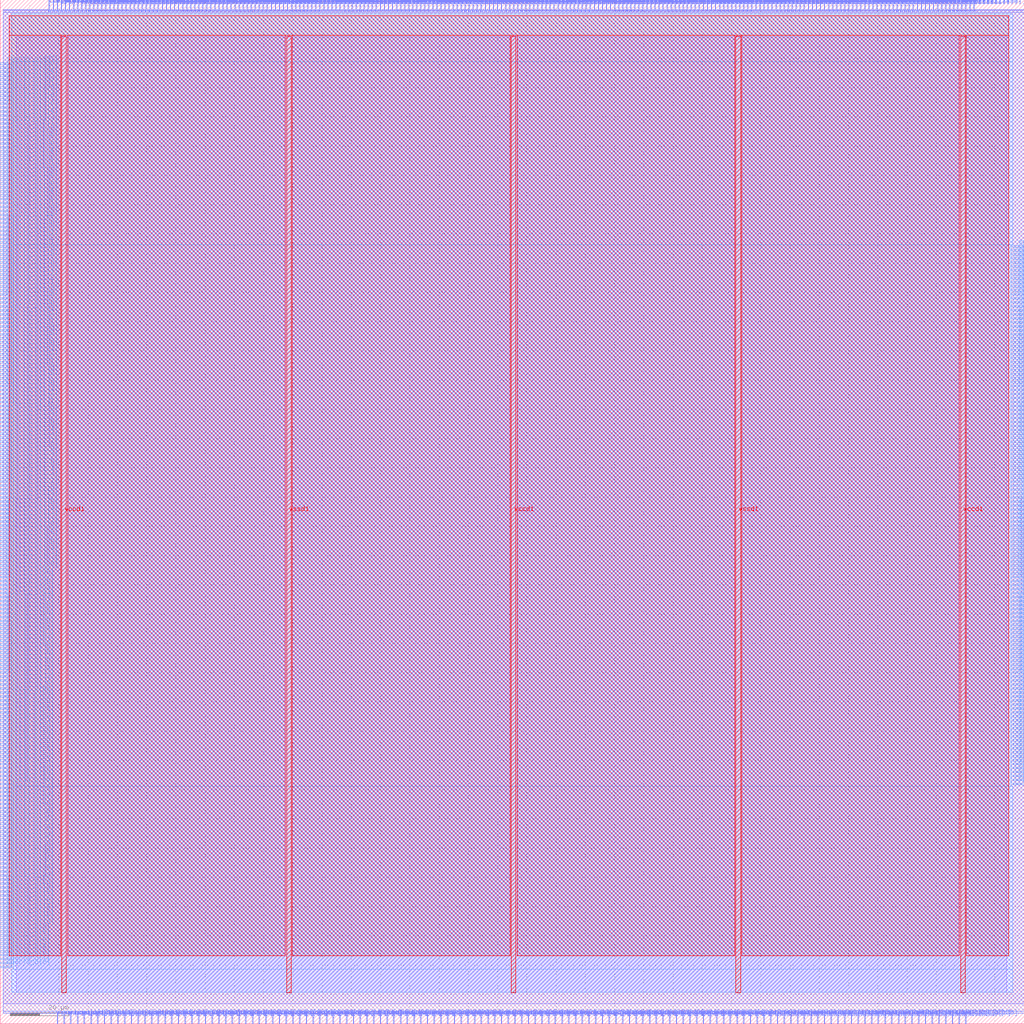
<source format=lef>
VERSION 5.7 ;
  NOWIREEXTENSIONATPIN ON ;
  DIVIDERCHAR "/" ;
  BUSBITCHARS "[]" ;
MACRO busarb_2_2
  CLASS BLOCK ;
  FOREIGN busarb_2_2 ;
  ORIGIN 0.000 0.000 ;
  SIZE 350.000 BY 350.000 ;
  PIN clk_i
    DIRECTION INPUT ;
    USE SIGNAL ;
    ANTENNAGATEAREA 0.852000 ;
    PORT
      LAYER met2 ;
        RECT 16.650 346.000 16.930 350.000 ;
    END
  END clk_i
  PIN mports_i[0]
    DIRECTION INPUT ;
    USE SIGNAL ;
    ANTENNAGATEAREA 0.196500 ;
    PORT
      LAYER met2 ;
        RECT 19.410 346.000 19.690 350.000 ;
    END
  END mports_i[0]
  PIN mports_i[100]
    DIRECTION INPUT ;
    USE SIGNAL ;
    ANTENNAGATEAREA 0.196500 ;
    PORT
      LAYER met2 ;
        RECT 157.410 346.000 157.690 350.000 ;
    END
  END mports_i[100]
  PIN mports_i[101]
    DIRECTION INPUT ;
    USE SIGNAL ;
    ANTENNAGATEAREA 0.196500 ;
    PORT
      LAYER met2 ;
        RECT 158.790 346.000 159.070 350.000 ;
    END
  END mports_i[101]
  PIN mports_i[102]
    DIRECTION INPUT ;
    USE SIGNAL ;
    ANTENNAGATEAREA 0.196500 ;
    PORT
      LAYER met2 ;
        RECT 160.170 346.000 160.450 350.000 ;
    END
  END mports_i[102]
  PIN mports_i[103]
    DIRECTION INPUT ;
    USE SIGNAL ;
    ANTENNAGATEAREA 0.196500 ;
    PORT
      LAYER met2 ;
        RECT 161.550 346.000 161.830 350.000 ;
    END
  END mports_i[103]
  PIN mports_i[104]
    DIRECTION INPUT ;
    USE SIGNAL ;
    ANTENNAGATEAREA 0.196500 ;
    PORT
      LAYER met2 ;
        RECT 162.930 346.000 163.210 350.000 ;
    END
  END mports_i[104]
  PIN mports_i[105]
    DIRECTION INPUT ;
    USE SIGNAL ;
    ANTENNAGATEAREA 0.196500 ;
    PORT
      LAYER met2 ;
        RECT 164.310 346.000 164.590 350.000 ;
    END
  END mports_i[105]
  PIN mports_i[106]
    DIRECTION INPUT ;
    USE SIGNAL ;
    ANTENNAGATEAREA 0.196500 ;
    PORT
      LAYER met2 ;
        RECT 165.690 346.000 165.970 350.000 ;
    END
  END mports_i[106]
  PIN mports_i[107]
    DIRECTION INPUT ;
    USE SIGNAL ;
    ANTENNAGATEAREA 0.196500 ;
    PORT
      LAYER met2 ;
        RECT 167.070 346.000 167.350 350.000 ;
    END
  END mports_i[107]
  PIN mports_i[108]
    DIRECTION INPUT ;
    USE SIGNAL ;
    ANTENNAGATEAREA 0.196500 ;
    PORT
      LAYER met2 ;
        RECT 168.450 346.000 168.730 350.000 ;
    END
  END mports_i[108]
  PIN mports_i[109]
    DIRECTION INPUT ;
    USE SIGNAL ;
    ANTENNAGATEAREA 0.126000 ;
    PORT
      LAYER met2 ;
        RECT 169.830 346.000 170.110 350.000 ;
    END
  END mports_i[109]
  PIN mports_i[10]
    DIRECTION INPUT ;
    USE SIGNAL ;
    ANTENNAGATEAREA 0.196500 ;
    PORT
      LAYER met2 ;
        RECT 33.210 346.000 33.490 350.000 ;
    END
  END mports_i[10]
  PIN mports_i[110]
    DIRECTION INPUT ;
    USE SIGNAL ;
    ANTENNAGATEAREA 0.196500 ;
    PORT
      LAYER met2 ;
        RECT 171.210 346.000 171.490 350.000 ;
    END
  END mports_i[110]
  PIN mports_i[111]
    DIRECTION INPUT ;
    USE SIGNAL ;
    ANTENNAGATEAREA 0.196500 ;
    PORT
      LAYER met2 ;
        RECT 172.590 346.000 172.870 350.000 ;
    END
  END mports_i[111]
  PIN mports_i[112]
    DIRECTION INPUT ;
    USE SIGNAL ;
    ANTENNAGATEAREA 0.196500 ;
    PORT
      LAYER met2 ;
        RECT 173.970 346.000 174.250 350.000 ;
    END
  END mports_i[112]
  PIN mports_i[113]
    DIRECTION INPUT ;
    USE SIGNAL ;
    ANTENNAGATEAREA 0.196500 ;
    PORT
      LAYER met2 ;
        RECT 175.350 346.000 175.630 350.000 ;
    END
  END mports_i[113]
  PIN mports_i[114]
    DIRECTION INPUT ;
    USE SIGNAL ;
    ANTENNAGATEAREA 0.196500 ;
    PORT
      LAYER met2 ;
        RECT 176.730 346.000 177.010 350.000 ;
    END
  END mports_i[114]
  PIN mports_i[115]
    DIRECTION INPUT ;
    USE SIGNAL ;
    ANTENNAGATEAREA 0.196500 ;
    PORT
      LAYER met2 ;
        RECT 178.110 346.000 178.390 350.000 ;
    END
  END mports_i[115]
  PIN mports_i[116]
    DIRECTION INPUT ;
    USE SIGNAL ;
    ANTENNAGATEAREA 0.196500 ;
    PORT
      LAYER met2 ;
        RECT 179.490 346.000 179.770 350.000 ;
    END
  END mports_i[116]
  PIN mports_i[117]
    DIRECTION INPUT ;
    USE SIGNAL ;
    ANTENNAGATEAREA 0.196500 ;
    PORT
      LAYER met2 ;
        RECT 180.870 346.000 181.150 350.000 ;
    END
  END mports_i[117]
  PIN mports_i[118]
    DIRECTION INPUT ;
    USE SIGNAL ;
    ANTENNAGATEAREA 0.196500 ;
    PORT
      LAYER met2 ;
        RECT 182.250 346.000 182.530 350.000 ;
    END
  END mports_i[118]
  PIN mports_i[119]
    DIRECTION INPUT ;
    USE SIGNAL ;
    ANTENNAGATEAREA 0.196500 ;
    PORT
      LAYER met2 ;
        RECT 183.630 346.000 183.910 350.000 ;
    END
  END mports_i[119]
  PIN mports_i[11]
    DIRECTION INPUT ;
    USE SIGNAL ;
    ANTENNAGATEAREA 0.196500 ;
    PORT
      LAYER met2 ;
        RECT 34.590 346.000 34.870 350.000 ;
    END
  END mports_i[11]
  PIN mports_i[120]
    DIRECTION INPUT ;
    USE SIGNAL ;
    ANTENNAGATEAREA 0.196500 ;
    PORT
      LAYER met2 ;
        RECT 185.010 346.000 185.290 350.000 ;
    END
  END mports_i[120]
  PIN mports_i[121]
    DIRECTION INPUT ;
    USE SIGNAL ;
    ANTENNAGATEAREA 0.196500 ;
    PORT
      LAYER met2 ;
        RECT 186.390 346.000 186.670 350.000 ;
    END
  END mports_i[121]
  PIN mports_i[122]
    DIRECTION INPUT ;
    USE SIGNAL ;
    ANTENNAGATEAREA 0.196500 ;
    PORT
      LAYER met2 ;
        RECT 187.770 346.000 188.050 350.000 ;
    END
  END mports_i[122]
  PIN mports_i[123]
    DIRECTION INPUT ;
    USE SIGNAL ;
    ANTENNAGATEAREA 0.196500 ;
    PORT
      LAYER met2 ;
        RECT 189.150 346.000 189.430 350.000 ;
    END
  END mports_i[123]
  PIN mports_i[124]
    DIRECTION INPUT ;
    USE SIGNAL ;
    ANTENNAGATEAREA 0.196500 ;
    PORT
      LAYER met2 ;
        RECT 190.530 346.000 190.810 350.000 ;
    END
  END mports_i[124]
  PIN mports_i[125]
    DIRECTION INPUT ;
    USE SIGNAL ;
    ANTENNAGATEAREA 0.196500 ;
    PORT
      LAYER met2 ;
        RECT 191.910 346.000 192.190 350.000 ;
    END
  END mports_i[125]
  PIN mports_i[126]
    DIRECTION INPUT ;
    USE SIGNAL ;
    ANTENNAGATEAREA 0.196500 ;
    PORT
      LAYER met2 ;
        RECT 193.290 346.000 193.570 350.000 ;
    END
  END mports_i[126]
  PIN mports_i[127]
    DIRECTION INPUT ;
    USE SIGNAL ;
    ANTENNAGATEAREA 0.196500 ;
    PORT
      LAYER met2 ;
        RECT 194.670 346.000 194.950 350.000 ;
    END
  END mports_i[127]
  PIN mports_i[128]
    DIRECTION INPUT ;
    USE SIGNAL ;
    ANTENNAGATEAREA 0.196500 ;
    PORT
      LAYER met2 ;
        RECT 196.050 346.000 196.330 350.000 ;
    END
  END mports_i[128]
  PIN mports_i[129]
    DIRECTION INPUT ;
    USE SIGNAL ;
    ANTENNAGATEAREA 0.196500 ;
    PORT
      LAYER met2 ;
        RECT 197.430 346.000 197.710 350.000 ;
    END
  END mports_i[129]
  PIN mports_i[12]
    DIRECTION INPUT ;
    USE SIGNAL ;
    ANTENNAGATEAREA 0.196500 ;
    PORT
      LAYER met2 ;
        RECT 35.970 346.000 36.250 350.000 ;
    END
  END mports_i[12]
  PIN mports_i[130]
    DIRECTION INPUT ;
    USE SIGNAL ;
    ANTENNAGATEAREA 0.196500 ;
    PORT
      LAYER met2 ;
        RECT 198.810 346.000 199.090 350.000 ;
    END
  END mports_i[130]
  PIN mports_i[131]
    DIRECTION INPUT ;
    USE SIGNAL ;
    ANTENNAGATEAREA 0.196500 ;
    PORT
      LAYER met2 ;
        RECT 200.190 346.000 200.470 350.000 ;
    END
  END mports_i[131]
  PIN mports_i[132]
    DIRECTION INPUT ;
    USE SIGNAL ;
    ANTENNAGATEAREA 0.196500 ;
    PORT
      LAYER met2 ;
        RECT 201.570 346.000 201.850 350.000 ;
    END
  END mports_i[132]
  PIN mports_i[133]
    DIRECTION INPUT ;
    USE SIGNAL ;
    ANTENNAGATEAREA 0.196500 ;
    PORT
      LAYER met2 ;
        RECT 202.950 346.000 203.230 350.000 ;
    END
  END mports_i[133]
  PIN mports_i[134]
    DIRECTION INPUT ;
    USE SIGNAL ;
    ANTENNAGATEAREA 0.196500 ;
    PORT
      LAYER met2 ;
        RECT 204.330 346.000 204.610 350.000 ;
    END
  END mports_i[134]
  PIN mports_i[135]
    DIRECTION INPUT ;
    USE SIGNAL ;
    ANTENNAGATEAREA 0.196500 ;
    PORT
      LAYER met2 ;
        RECT 205.710 346.000 205.990 350.000 ;
    END
  END mports_i[135]
  PIN mports_i[136]
    DIRECTION INPUT ;
    USE SIGNAL ;
    ANTENNAGATEAREA 0.196500 ;
    PORT
      LAYER met2 ;
        RECT 207.090 346.000 207.370 350.000 ;
    END
  END mports_i[136]
  PIN mports_i[137]
    DIRECTION INPUT ;
    USE SIGNAL ;
    ANTENNAGATEAREA 0.196500 ;
    PORT
      LAYER met2 ;
        RECT 208.470 346.000 208.750 350.000 ;
    END
  END mports_i[137]
  PIN mports_i[138]
    DIRECTION INPUT ;
    USE SIGNAL ;
    ANTENNAGATEAREA 0.196500 ;
    PORT
      LAYER met2 ;
        RECT 209.850 346.000 210.130 350.000 ;
    END
  END mports_i[138]
  PIN mports_i[139]
    DIRECTION INPUT ;
    USE SIGNAL ;
    ANTENNAGATEAREA 0.196500 ;
    PORT
      LAYER met2 ;
        RECT 211.230 346.000 211.510 350.000 ;
    END
  END mports_i[139]
  PIN mports_i[13]
    DIRECTION INPUT ;
    USE SIGNAL ;
    ANTENNAGATEAREA 0.196500 ;
    PORT
      LAYER met2 ;
        RECT 37.350 346.000 37.630 350.000 ;
    END
  END mports_i[13]
  PIN mports_i[140]
    DIRECTION INPUT ;
    USE SIGNAL ;
    ANTENNAGATEAREA 0.196500 ;
    PORT
      LAYER met2 ;
        RECT 212.610 346.000 212.890 350.000 ;
    END
  END mports_i[140]
  PIN mports_i[141]
    DIRECTION INPUT ;
    USE SIGNAL ;
    ANTENNAGATEAREA 0.196500 ;
    PORT
      LAYER met2 ;
        RECT 213.990 346.000 214.270 350.000 ;
    END
  END mports_i[141]
  PIN mports_i[142]
    DIRECTION INPUT ;
    USE SIGNAL ;
    ANTENNAGATEAREA 0.196500 ;
    PORT
      LAYER met2 ;
        RECT 215.370 346.000 215.650 350.000 ;
    END
  END mports_i[142]
  PIN mports_i[143]
    DIRECTION INPUT ;
    USE SIGNAL ;
    ANTENNAGATEAREA 0.196500 ;
    PORT
      LAYER met2 ;
        RECT 216.750 346.000 217.030 350.000 ;
    END
  END mports_i[143]
  PIN mports_i[144]
    DIRECTION INPUT ;
    USE SIGNAL ;
    ANTENNAGATEAREA 0.196500 ;
    PORT
      LAYER met2 ;
        RECT 218.130 346.000 218.410 350.000 ;
    END
  END mports_i[144]
  PIN mports_i[145]
    DIRECTION INPUT ;
    USE SIGNAL ;
    ANTENNAGATEAREA 0.196500 ;
    PORT
      LAYER met2 ;
        RECT 219.510 346.000 219.790 350.000 ;
    END
  END mports_i[145]
  PIN mports_i[146]
    DIRECTION INPUT ;
    USE SIGNAL ;
    ANTENNAGATEAREA 0.196500 ;
    PORT
      LAYER met2 ;
        RECT 220.890 346.000 221.170 350.000 ;
    END
  END mports_i[146]
  PIN mports_i[147]
    DIRECTION INPUT ;
    USE SIGNAL ;
    ANTENNAGATEAREA 0.196500 ;
    PORT
      LAYER met2 ;
        RECT 222.270 346.000 222.550 350.000 ;
    END
  END mports_i[147]
  PIN mports_i[148]
    DIRECTION INPUT ;
    USE SIGNAL ;
    ANTENNAGATEAREA 0.196500 ;
    PORT
      LAYER met2 ;
        RECT 223.650 346.000 223.930 350.000 ;
    END
  END mports_i[148]
  PIN mports_i[149]
    DIRECTION INPUT ;
    USE SIGNAL ;
    ANTENNAGATEAREA 0.196500 ;
    PORT
      LAYER met2 ;
        RECT 225.030 346.000 225.310 350.000 ;
    END
  END mports_i[149]
  PIN mports_i[14]
    DIRECTION INPUT ;
    USE SIGNAL ;
    ANTENNAGATEAREA 0.196500 ;
    PORT
      LAYER met2 ;
        RECT 38.730 346.000 39.010 350.000 ;
    END
  END mports_i[14]
  PIN mports_i[150]
    DIRECTION INPUT ;
    USE SIGNAL ;
    ANTENNAGATEAREA 0.196500 ;
    PORT
      LAYER met2 ;
        RECT 226.410 346.000 226.690 350.000 ;
    END
  END mports_i[150]
  PIN mports_i[151]
    DIRECTION INPUT ;
    USE SIGNAL ;
    ANTENNAGATEAREA 0.196500 ;
    PORT
      LAYER met2 ;
        RECT 227.790 346.000 228.070 350.000 ;
    END
  END mports_i[151]
  PIN mports_i[152]
    DIRECTION INPUT ;
    USE SIGNAL ;
    ANTENNAGATEAREA 0.196500 ;
    PORT
      LAYER met2 ;
        RECT 229.170 346.000 229.450 350.000 ;
    END
  END mports_i[152]
  PIN mports_i[153]
    DIRECTION INPUT ;
    USE SIGNAL ;
    ANTENNAGATEAREA 0.196500 ;
    PORT
      LAYER met2 ;
        RECT 230.550 346.000 230.830 350.000 ;
    END
  END mports_i[153]
  PIN mports_i[154]
    DIRECTION INPUT ;
    USE SIGNAL ;
    ANTENNAGATEAREA 0.196500 ;
    PORT
      LAYER met2 ;
        RECT 231.930 346.000 232.210 350.000 ;
    END
  END mports_i[154]
  PIN mports_i[155]
    DIRECTION INPUT ;
    USE SIGNAL ;
    ANTENNAGATEAREA 0.196500 ;
    PORT
      LAYER met2 ;
        RECT 233.310 346.000 233.590 350.000 ;
    END
  END mports_i[155]
  PIN mports_i[156]
    DIRECTION INPUT ;
    USE SIGNAL ;
    ANTENNAGATEAREA 0.196500 ;
    PORT
      LAYER met2 ;
        RECT 234.690 346.000 234.970 350.000 ;
    END
  END mports_i[156]
  PIN mports_i[157]
    DIRECTION INPUT ;
    USE SIGNAL ;
    ANTENNAGATEAREA 0.196500 ;
    PORT
      LAYER met2 ;
        RECT 236.070 346.000 236.350 350.000 ;
    END
  END mports_i[157]
  PIN mports_i[158]
    DIRECTION INPUT ;
    USE SIGNAL ;
    ANTENNAGATEAREA 0.196500 ;
    PORT
      LAYER met2 ;
        RECT 237.450 346.000 237.730 350.000 ;
    END
  END mports_i[158]
  PIN mports_i[159]
    DIRECTION INPUT ;
    USE SIGNAL ;
    ANTENNAGATEAREA 0.196500 ;
    PORT
      LAYER met2 ;
        RECT 238.830 346.000 239.110 350.000 ;
    END
  END mports_i[159]
  PIN mports_i[15]
    DIRECTION INPUT ;
    USE SIGNAL ;
    ANTENNAGATEAREA 0.196500 ;
    PORT
      LAYER met2 ;
        RECT 40.110 346.000 40.390 350.000 ;
    END
  END mports_i[15]
  PIN mports_i[160]
    DIRECTION INPUT ;
    USE SIGNAL ;
    ANTENNAGATEAREA 0.196500 ;
    PORT
      LAYER met2 ;
        RECT 240.210 346.000 240.490 350.000 ;
    END
  END mports_i[160]
  PIN mports_i[161]
    DIRECTION INPUT ;
    USE SIGNAL ;
    ANTENNAGATEAREA 0.196500 ;
    PORT
      LAYER met2 ;
        RECT 241.590 346.000 241.870 350.000 ;
    END
  END mports_i[161]
  PIN mports_i[162]
    DIRECTION INPUT ;
    USE SIGNAL ;
    ANTENNAGATEAREA 0.196500 ;
    PORT
      LAYER met2 ;
        RECT 242.970 346.000 243.250 350.000 ;
    END
  END mports_i[162]
  PIN mports_i[163]
    DIRECTION INPUT ;
    USE SIGNAL ;
    ANTENNAGATEAREA 0.196500 ;
    PORT
      LAYER met2 ;
        RECT 244.350 346.000 244.630 350.000 ;
    END
  END mports_i[163]
  PIN mports_i[164]
    DIRECTION INPUT ;
    USE SIGNAL ;
    ANTENNAGATEAREA 0.196500 ;
    PORT
      LAYER met2 ;
        RECT 245.730 346.000 246.010 350.000 ;
    END
  END mports_i[164]
  PIN mports_i[165]
    DIRECTION INPUT ;
    USE SIGNAL ;
    ANTENNAGATEAREA 0.196500 ;
    PORT
      LAYER met2 ;
        RECT 247.110 346.000 247.390 350.000 ;
    END
  END mports_i[165]
  PIN mports_i[166]
    DIRECTION INPUT ;
    USE SIGNAL ;
    ANTENNAGATEAREA 0.213000 ;
    PORT
      LAYER met2 ;
        RECT 248.490 346.000 248.770 350.000 ;
    END
  END mports_i[166]
  PIN mports_i[167]
    DIRECTION INPUT ;
    USE SIGNAL ;
    ANTENNAGATEAREA 0.196500 ;
    PORT
      LAYER met2 ;
        RECT 249.870 346.000 250.150 350.000 ;
    END
  END mports_i[167]
  PIN mports_i[168]
    DIRECTION INPUT ;
    USE SIGNAL ;
    ANTENNAGATEAREA 0.196500 ;
    PORT
      LAYER met2 ;
        RECT 251.250 346.000 251.530 350.000 ;
    END
  END mports_i[168]
  PIN mports_i[169]
    DIRECTION INPUT ;
    USE SIGNAL ;
    ANTENNAGATEAREA 0.196500 ;
    PORT
      LAYER met2 ;
        RECT 252.630 346.000 252.910 350.000 ;
    END
  END mports_i[169]
  PIN mports_i[16]
    DIRECTION INPUT ;
    USE SIGNAL ;
    ANTENNAGATEAREA 0.196500 ;
    PORT
      LAYER met2 ;
        RECT 41.490 346.000 41.770 350.000 ;
    END
  END mports_i[16]
  PIN mports_i[170]
    DIRECTION INPUT ;
    USE SIGNAL ;
    ANTENNAGATEAREA 0.196500 ;
    PORT
      LAYER met2 ;
        RECT 254.010 346.000 254.290 350.000 ;
    END
  END mports_i[170]
  PIN mports_i[171]
    DIRECTION INPUT ;
    USE SIGNAL ;
    ANTENNAGATEAREA 0.126000 ;
    PORT
      LAYER met2 ;
        RECT 255.390 346.000 255.670 350.000 ;
    END
  END mports_i[171]
  PIN mports_i[172]
    DIRECTION INPUT ;
    USE SIGNAL ;
    ANTENNAGATEAREA 0.196500 ;
    PORT
      LAYER met2 ;
        RECT 256.770 346.000 257.050 350.000 ;
    END
  END mports_i[172]
  PIN mports_i[173]
    DIRECTION INPUT ;
    USE SIGNAL ;
    ANTENNAGATEAREA 0.196500 ;
    PORT
      LAYER met2 ;
        RECT 258.150 346.000 258.430 350.000 ;
    END
  END mports_i[173]
  PIN mports_i[174]
    DIRECTION INPUT ;
    USE SIGNAL ;
    ANTENNAGATEAREA 0.196500 ;
    PORT
      LAYER met2 ;
        RECT 259.530 346.000 259.810 350.000 ;
    END
  END mports_i[174]
  PIN mports_i[175]
    DIRECTION INPUT ;
    USE SIGNAL ;
    ANTENNAGATEAREA 0.196500 ;
    PORT
      LAYER met2 ;
        RECT 260.910 346.000 261.190 350.000 ;
    END
  END mports_i[175]
  PIN mports_i[176]
    DIRECTION INPUT ;
    USE SIGNAL ;
    ANTENNAGATEAREA 0.126000 ;
    PORT
      LAYER met2 ;
        RECT 262.290 346.000 262.570 350.000 ;
    END
  END mports_i[176]
  PIN mports_i[177]
    DIRECTION INPUT ;
    USE SIGNAL ;
    ANTENNAGATEAREA 0.196500 ;
    PORT
      LAYER met2 ;
        RECT 263.670 346.000 263.950 350.000 ;
    END
  END mports_i[177]
  PIN mports_i[178]
    DIRECTION INPUT ;
    USE SIGNAL ;
    ANTENNAGATEAREA 0.196500 ;
    PORT
      LAYER met2 ;
        RECT 265.050 346.000 265.330 350.000 ;
    END
  END mports_i[178]
  PIN mports_i[179]
    DIRECTION INPUT ;
    USE SIGNAL ;
    ANTENNAGATEAREA 0.196500 ;
    PORT
      LAYER met2 ;
        RECT 266.430 346.000 266.710 350.000 ;
    END
  END mports_i[179]
  PIN mports_i[17]
    DIRECTION INPUT ;
    USE SIGNAL ;
    ANTENNAGATEAREA 0.196500 ;
    PORT
      LAYER met2 ;
        RECT 42.870 346.000 43.150 350.000 ;
    END
  END mports_i[17]
  PIN mports_i[180]
    DIRECTION INPUT ;
    USE SIGNAL ;
    ANTENNAGATEAREA 0.196500 ;
    PORT
      LAYER met2 ;
        RECT 267.810 346.000 268.090 350.000 ;
    END
  END mports_i[180]
  PIN mports_i[181]
    DIRECTION INPUT ;
    USE SIGNAL ;
    ANTENNAGATEAREA 0.196500 ;
    PORT
      LAYER met2 ;
        RECT 269.190 346.000 269.470 350.000 ;
    END
  END mports_i[181]
  PIN mports_i[182]
    DIRECTION INPUT ;
    USE SIGNAL ;
    ANTENNAGATEAREA 0.196500 ;
    PORT
      LAYER met2 ;
        RECT 270.570 346.000 270.850 350.000 ;
    END
  END mports_i[182]
  PIN mports_i[183]
    DIRECTION INPUT ;
    USE SIGNAL ;
    ANTENNAGATEAREA 0.196500 ;
    PORT
      LAYER met2 ;
        RECT 271.950 346.000 272.230 350.000 ;
    END
  END mports_i[183]
  PIN mports_i[184]
    DIRECTION INPUT ;
    USE SIGNAL ;
    ANTENNAGATEAREA 0.196500 ;
    PORT
      LAYER met2 ;
        RECT 273.330 346.000 273.610 350.000 ;
    END
  END mports_i[184]
  PIN mports_i[185]
    DIRECTION INPUT ;
    USE SIGNAL ;
    ANTENNAGATEAREA 0.196500 ;
    PORT
      LAYER met2 ;
        RECT 274.710 346.000 274.990 350.000 ;
    END
  END mports_i[185]
  PIN mports_i[186]
    DIRECTION INPUT ;
    USE SIGNAL ;
    ANTENNAGATEAREA 0.126000 ;
    PORT
      LAYER met2 ;
        RECT 276.090 346.000 276.370 350.000 ;
    END
  END mports_i[186]
  PIN mports_i[187]
    DIRECTION INPUT ;
    USE SIGNAL ;
    ANTENNAGATEAREA 0.196500 ;
    PORT
      LAYER met2 ;
        RECT 277.470 346.000 277.750 350.000 ;
    END
  END mports_i[187]
  PIN mports_i[188]
    DIRECTION INPUT ;
    USE SIGNAL ;
    ANTENNAGATEAREA 0.126000 ;
    PORT
      LAYER met2 ;
        RECT 278.850 346.000 279.130 350.000 ;
    END
  END mports_i[188]
  PIN mports_i[189]
    DIRECTION INPUT ;
    USE SIGNAL ;
    ANTENNAGATEAREA 0.126000 ;
    PORT
      LAYER met2 ;
        RECT 280.230 346.000 280.510 350.000 ;
    END
  END mports_i[189]
  PIN mports_i[18]
    DIRECTION INPUT ;
    USE SIGNAL ;
    ANTENNAGATEAREA 0.196500 ;
    PORT
      LAYER met2 ;
        RECT 44.250 346.000 44.530 350.000 ;
    END
  END mports_i[18]
  PIN mports_i[190]
    DIRECTION INPUT ;
    USE SIGNAL ;
    ANTENNAGATEAREA 0.196500 ;
    PORT
      LAYER met2 ;
        RECT 281.610 346.000 281.890 350.000 ;
    END
  END mports_i[190]
  PIN mports_i[191]
    DIRECTION INPUT ;
    USE SIGNAL ;
    ANTENNAGATEAREA 0.196500 ;
    PORT
      LAYER met2 ;
        RECT 282.990 346.000 283.270 350.000 ;
    END
  END mports_i[191]
  PIN mports_i[192]
    DIRECTION INPUT ;
    USE SIGNAL ;
    ANTENNAGATEAREA 0.126000 ;
    PORT
      LAYER met2 ;
        RECT 284.370 346.000 284.650 350.000 ;
    END
  END mports_i[192]
  PIN mports_i[193]
    DIRECTION INPUT ;
    USE SIGNAL ;
    ANTENNAGATEAREA 0.196500 ;
    PORT
      LAYER met2 ;
        RECT 285.750 346.000 286.030 350.000 ;
    END
  END mports_i[193]
  PIN mports_i[194]
    DIRECTION INPUT ;
    USE SIGNAL ;
    ANTENNAGATEAREA 0.126000 ;
    PORT
      LAYER met2 ;
        RECT 287.130 346.000 287.410 350.000 ;
    END
  END mports_i[194]
  PIN mports_i[195]
    DIRECTION INPUT ;
    USE SIGNAL ;
    ANTENNAGATEAREA 0.213000 ;
    PORT
      LAYER met2 ;
        RECT 288.510 346.000 288.790 350.000 ;
    END
  END mports_i[195]
  PIN mports_i[196]
    DIRECTION INPUT ;
    USE SIGNAL ;
    ANTENNAGATEAREA 0.126000 ;
    PORT
      LAYER met2 ;
        RECT 289.890 346.000 290.170 350.000 ;
    END
  END mports_i[196]
  PIN mports_i[197]
    DIRECTION INPUT ;
    USE SIGNAL ;
    ANTENNAGATEAREA 0.196500 ;
    PORT
      LAYER met2 ;
        RECT 291.270 346.000 291.550 350.000 ;
    END
  END mports_i[197]
  PIN mports_i[198]
    DIRECTION INPUT ;
    USE SIGNAL ;
    ANTENNAGATEAREA 0.196500 ;
    PORT
      LAYER met2 ;
        RECT 292.650 346.000 292.930 350.000 ;
    END
  END mports_i[198]
  PIN mports_i[199]
    DIRECTION INPUT ;
    USE SIGNAL ;
    ANTENNAGATEAREA 0.196500 ;
    PORT
      LAYER met2 ;
        RECT 294.030 346.000 294.310 350.000 ;
    END
  END mports_i[199]
  PIN mports_i[19]
    DIRECTION INPUT ;
    USE SIGNAL ;
    ANTENNAGATEAREA 0.196500 ;
    PORT
      LAYER met2 ;
        RECT 45.630 346.000 45.910 350.000 ;
    END
  END mports_i[19]
  PIN mports_i[1]
    DIRECTION INPUT ;
    USE SIGNAL ;
    ANTENNAGATEAREA 0.196500 ;
    PORT
      LAYER met2 ;
        RECT 20.790 346.000 21.070 350.000 ;
    END
  END mports_i[1]
  PIN mports_i[200]
    DIRECTION INPUT ;
    USE SIGNAL ;
    ANTENNAGATEAREA 0.196500 ;
    PORT
      LAYER met2 ;
        RECT 295.410 346.000 295.690 350.000 ;
    END
  END mports_i[200]
  PIN mports_i[201]
    DIRECTION INPUT ;
    USE SIGNAL ;
    ANTENNAGATEAREA 0.196500 ;
    PORT
      LAYER met2 ;
        RECT 296.790 346.000 297.070 350.000 ;
    END
  END mports_i[201]
  PIN mports_i[202]
    DIRECTION INPUT ;
    USE SIGNAL ;
    ANTENNAGATEAREA 0.196500 ;
    PORT
      LAYER met2 ;
        RECT 298.170 346.000 298.450 350.000 ;
    END
  END mports_i[202]
  PIN mports_i[203]
    DIRECTION INPUT ;
    USE SIGNAL ;
    ANTENNAGATEAREA 0.196500 ;
    PORT
      LAYER met2 ;
        RECT 299.550 346.000 299.830 350.000 ;
    END
  END mports_i[203]
  PIN mports_i[204]
    DIRECTION INPUT ;
    USE SIGNAL ;
    ANTENNAGATEAREA 0.196500 ;
    PORT
      LAYER met2 ;
        RECT 300.930 346.000 301.210 350.000 ;
    END
  END mports_i[204]
  PIN mports_i[205]
    DIRECTION INPUT ;
    USE SIGNAL ;
    ANTENNAGATEAREA 0.196500 ;
    PORT
      LAYER met2 ;
        RECT 302.310 346.000 302.590 350.000 ;
    END
  END mports_i[205]
  PIN mports_i[206]
    DIRECTION INPUT ;
    USE SIGNAL ;
    ANTENNAGATEAREA 0.126000 ;
    PORT
      LAYER met2 ;
        RECT 303.690 346.000 303.970 350.000 ;
    END
  END mports_i[206]
  PIN mports_i[207]
    DIRECTION INPUT ;
    USE SIGNAL ;
    ANTENNAGATEAREA 0.126000 ;
    PORT
      LAYER met2 ;
        RECT 305.070 346.000 305.350 350.000 ;
    END
  END mports_i[207]
  PIN mports_i[208]
    DIRECTION INPUT ;
    USE SIGNAL ;
    ANTENNAGATEAREA 0.126000 ;
    PORT
      LAYER met2 ;
        RECT 306.450 346.000 306.730 350.000 ;
    END
  END mports_i[208]
  PIN mports_i[209]
    DIRECTION INPUT ;
    USE SIGNAL ;
    ANTENNAGATEAREA 0.213000 ;
    PORT
      LAYER met2 ;
        RECT 307.830 346.000 308.110 350.000 ;
    END
  END mports_i[209]
  PIN mports_i[20]
    DIRECTION INPUT ;
    USE SIGNAL ;
    ANTENNAGATEAREA 0.196500 ;
    PORT
      LAYER met2 ;
        RECT 47.010 346.000 47.290 350.000 ;
    END
  END mports_i[20]
  PIN mports_i[210]
    DIRECTION INPUT ;
    USE SIGNAL ;
    ANTENNAGATEAREA 0.126000 ;
    PORT
      LAYER met2 ;
        RECT 309.210 346.000 309.490 350.000 ;
    END
  END mports_i[210]
  PIN mports_i[211]
    DIRECTION INPUT ;
    USE SIGNAL ;
    ANTENNAGATEAREA 0.196500 ;
    PORT
      LAYER met2 ;
        RECT 310.590 346.000 310.870 350.000 ;
    END
  END mports_i[211]
  PIN mports_i[212]
    DIRECTION INPUT ;
    USE SIGNAL ;
    ANTENNAGATEAREA 0.196500 ;
    PORT
      LAYER met2 ;
        RECT 311.970 346.000 312.250 350.000 ;
    END
  END mports_i[212]
  PIN mports_i[213]
    DIRECTION INPUT ;
    USE SIGNAL ;
    ANTENNAGATEAREA 0.126000 ;
    PORT
      LAYER met2 ;
        RECT 313.350 346.000 313.630 350.000 ;
    END
  END mports_i[213]
  PIN mports_i[214]
    DIRECTION INPUT ;
    USE SIGNAL ;
    ANTENNAGATEAREA 0.196500 ;
    PORT
      LAYER met2 ;
        RECT 314.730 346.000 315.010 350.000 ;
    END
  END mports_i[214]
  PIN mports_i[215]
    DIRECTION INPUT ;
    USE SIGNAL ;
    ANTENNAGATEAREA 0.196500 ;
    PORT
      LAYER met2 ;
        RECT 316.110 346.000 316.390 350.000 ;
    END
  END mports_i[215]
  PIN mports_i[216]
    DIRECTION INPUT ;
    USE SIGNAL ;
    ANTENNAGATEAREA 0.196500 ;
    PORT
      LAYER met2 ;
        RECT 317.490 346.000 317.770 350.000 ;
    END
  END mports_i[216]
  PIN mports_i[217]
    DIRECTION INPUT ;
    USE SIGNAL ;
    ANTENNAGATEAREA 0.196500 ;
    PORT
      LAYER met2 ;
        RECT 318.870 346.000 319.150 350.000 ;
    END
  END mports_i[217]
  PIN mports_i[218]
    DIRECTION INPUT ;
    USE SIGNAL ;
    ANTENNAGATEAREA 0.126000 ;
    PORT
      LAYER met2 ;
        RECT 320.250 346.000 320.530 350.000 ;
    END
  END mports_i[218]
  PIN mports_i[219]
    DIRECTION INPUT ;
    USE SIGNAL ;
    ANTENNAGATEAREA 0.126000 ;
    PORT
      LAYER met2 ;
        RECT 321.630 346.000 321.910 350.000 ;
    END
  END mports_i[219]
  PIN mports_i[21]
    DIRECTION INPUT ;
    USE SIGNAL ;
    ANTENNAGATEAREA 0.196500 ;
    PORT
      LAYER met2 ;
        RECT 48.390 346.000 48.670 350.000 ;
    END
  END mports_i[21]
  PIN mports_i[220]
    DIRECTION INPUT ;
    USE SIGNAL ;
    ANTENNAGATEAREA 0.196500 ;
    PORT
      LAYER met2 ;
        RECT 323.010 346.000 323.290 350.000 ;
    END
  END mports_i[220]
  PIN mports_i[221]
    DIRECTION INPUT ;
    USE SIGNAL ;
    ANTENNAGATEAREA 0.126000 ;
    PORT
      LAYER met2 ;
        RECT 324.390 346.000 324.670 350.000 ;
    END
  END mports_i[221]
  PIN mports_i[222]
    DIRECTION INPUT ;
    USE SIGNAL ;
    ANTENNAGATEAREA 0.126000 ;
    PORT
      LAYER met2 ;
        RECT 325.770 346.000 326.050 350.000 ;
    END
  END mports_i[222]
  PIN mports_i[223]
    DIRECTION INPUT ;
    USE SIGNAL ;
    ANTENNAGATEAREA 0.159000 ;
    PORT
      LAYER met2 ;
        RECT 327.150 346.000 327.430 350.000 ;
    END
  END mports_i[223]
  PIN mports_i[224]
    DIRECTION INPUT ;
    USE SIGNAL ;
    ANTENNAGATEAREA 0.126000 ;
    PORT
      LAYER met2 ;
        RECT 328.530 346.000 328.810 350.000 ;
    END
  END mports_i[224]
  PIN mports_i[225]
    DIRECTION INPUT ;
    USE SIGNAL ;
    ANTENNAGATEAREA 0.126000 ;
    PORT
      LAYER met2 ;
        RECT 329.910 346.000 330.190 350.000 ;
    END
  END mports_i[225]
  PIN mports_i[226]
    DIRECTION INPUT ;
    USE SIGNAL ;
    ANTENNAGATEAREA 0.196500 ;
    PORT
      LAYER met2 ;
        RECT 331.290 346.000 331.570 350.000 ;
    END
  END mports_i[226]
  PIN mports_i[227]
    DIRECTION INPUT ;
    USE SIGNAL ;
    ANTENNAGATEAREA 0.196500 ;
    PORT
      LAYER met2 ;
        RECT 332.670 346.000 332.950 350.000 ;
    END
  END mports_i[227]
  PIN mports_i[22]
    DIRECTION INPUT ;
    USE SIGNAL ;
    ANTENNAGATEAREA 0.196500 ;
    PORT
      LAYER met2 ;
        RECT 49.770 346.000 50.050 350.000 ;
    END
  END mports_i[22]
  PIN mports_i[23]
    DIRECTION INPUT ;
    USE SIGNAL ;
    ANTENNAGATEAREA 0.196500 ;
    PORT
      LAYER met2 ;
        RECT 51.150 346.000 51.430 350.000 ;
    END
  END mports_i[23]
  PIN mports_i[24]
    DIRECTION INPUT ;
    USE SIGNAL ;
    ANTENNAGATEAREA 0.196500 ;
    PORT
      LAYER met2 ;
        RECT 52.530 346.000 52.810 350.000 ;
    END
  END mports_i[24]
  PIN mports_i[25]
    DIRECTION INPUT ;
    USE SIGNAL ;
    ANTENNAGATEAREA 0.196500 ;
    PORT
      LAYER met2 ;
        RECT 53.910 346.000 54.190 350.000 ;
    END
  END mports_i[25]
  PIN mports_i[26]
    DIRECTION INPUT ;
    USE SIGNAL ;
    ANTENNAGATEAREA 0.196500 ;
    PORT
      LAYER met2 ;
        RECT 55.290 346.000 55.570 350.000 ;
    END
  END mports_i[26]
  PIN mports_i[27]
    DIRECTION INPUT ;
    USE SIGNAL ;
    ANTENNAGATEAREA 0.196500 ;
    PORT
      LAYER met2 ;
        RECT 56.670 346.000 56.950 350.000 ;
    END
  END mports_i[27]
  PIN mports_i[28]
    DIRECTION INPUT ;
    USE SIGNAL ;
    ANTENNAGATEAREA 0.196500 ;
    PORT
      LAYER met2 ;
        RECT 58.050 346.000 58.330 350.000 ;
    END
  END mports_i[28]
  PIN mports_i[29]
    DIRECTION INPUT ;
    USE SIGNAL ;
    ANTENNAGATEAREA 0.196500 ;
    PORT
      LAYER met2 ;
        RECT 59.430 346.000 59.710 350.000 ;
    END
  END mports_i[29]
  PIN mports_i[2]
    DIRECTION INPUT ;
    USE SIGNAL ;
    ANTENNAGATEAREA 0.196500 ;
    PORT
      LAYER met2 ;
        RECT 22.170 346.000 22.450 350.000 ;
    END
  END mports_i[2]
  PIN mports_i[30]
    DIRECTION INPUT ;
    USE SIGNAL ;
    ANTENNAGATEAREA 0.196500 ;
    PORT
      LAYER met2 ;
        RECT 60.810 346.000 61.090 350.000 ;
    END
  END mports_i[30]
  PIN mports_i[31]
    DIRECTION INPUT ;
    USE SIGNAL ;
    ANTENNAGATEAREA 0.196500 ;
    PORT
      LAYER met2 ;
        RECT 62.190 346.000 62.470 350.000 ;
    END
  END mports_i[31]
  PIN mports_i[32]
    DIRECTION INPUT ;
    USE SIGNAL ;
    ANTENNAGATEAREA 0.196500 ;
    PORT
      LAYER met2 ;
        RECT 63.570 346.000 63.850 350.000 ;
    END
  END mports_i[32]
  PIN mports_i[33]
    DIRECTION INPUT ;
    USE SIGNAL ;
    ANTENNAGATEAREA 0.196500 ;
    PORT
      LAYER met2 ;
        RECT 64.950 346.000 65.230 350.000 ;
    END
  END mports_i[33]
  PIN mports_i[34]
    DIRECTION INPUT ;
    USE SIGNAL ;
    ANTENNAGATEAREA 0.196500 ;
    PORT
      LAYER met2 ;
        RECT 66.330 346.000 66.610 350.000 ;
    END
  END mports_i[34]
  PIN mports_i[35]
    DIRECTION INPUT ;
    USE SIGNAL ;
    ANTENNAGATEAREA 0.196500 ;
    PORT
      LAYER met2 ;
        RECT 67.710 346.000 67.990 350.000 ;
    END
  END mports_i[35]
  PIN mports_i[36]
    DIRECTION INPUT ;
    USE SIGNAL ;
    ANTENNAGATEAREA 0.196500 ;
    PORT
      LAYER met2 ;
        RECT 69.090 346.000 69.370 350.000 ;
    END
  END mports_i[36]
  PIN mports_i[37]
    DIRECTION INPUT ;
    USE SIGNAL ;
    ANTENNAGATEAREA 0.196500 ;
    PORT
      LAYER met2 ;
        RECT 70.470 346.000 70.750 350.000 ;
    END
  END mports_i[37]
  PIN mports_i[38]
    DIRECTION INPUT ;
    USE SIGNAL ;
    ANTENNAGATEAREA 0.196500 ;
    PORT
      LAYER met2 ;
        RECT 71.850 346.000 72.130 350.000 ;
    END
  END mports_i[38]
  PIN mports_i[39]
    DIRECTION INPUT ;
    USE SIGNAL ;
    ANTENNAGATEAREA 0.196500 ;
    PORT
      LAYER met2 ;
        RECT 73.230 346.000 73.510 350.000 ;
    END
  END mports_i[39]
  PIN mports_i[3]
    DIRECTION INPUT ;
    USE SIGNAL ;
    ANTENNAGATEAREA 0.196500 ;
    PORT
      LAYER met2 ;
        RECT 23.550 346.000 23.830 350.000 ;
    END
  END mports_i[3]
  PIN mports_i[40]
    DIRECTION INPUT ;
    USE SIGNAL ;
    ANTENNAGATEAREA 0.196500 ;
    PORT
      LAYER met2 ;
        RECT 74.610 346.000 74.890 350.000 ;
    END
  END mports_i[40]
  PIN mports_i[41]
    DIRECTION INPUT ;
    USE SIGNAL ;
    ANTENNAGATEAREA 0.196500 ;
    PORT
      LAYER met2 ;
        RECT 75.990 346.000 76.270 350.000 ;
    END
  END mports_i[41]
  PIN mports_i[42]
    DIRECTION INPUT ;
    USE SIGNAL ;
    ANTENNAGATEAREA 0.196500 ;
    PORT
      LAYER met2 ;
        RECT 77.370 346.000 77.650 350.000 ;
    END
  END mports_i[42]
  PIN mports_i[43]
    DIRECTION INPUT ;
    USE SIGNAL ;
    ANTENNAGATEAREA 0.196500 ;
    PORT
      LAYER met2 ;
        RECT 78.750 346.000 79.030 350.000 ;
    END
  END mports_i[43]
  PIN mports_i[44]
    DIRECTION INPUT ;
    USE SIGNAL ;
    ANTENNAGATEAREA 0.196500 ;
    PORT
      LAYER met2 ;
        RECT 80.130 346.000 80.410 350.000 ;
    END
  END mports_i[44]
  PIN mports_i[45]
    DIRECTION INPUT ;
    USE SIGNAL ;
    ANTENNAGATEAREA 0.196500 ;
    PORT
      LAYER met2 ;
        RECT 81.510 346.000 81.790 350.000 ;
    END
  END mports_i[45]
  PIN mports_i[46]
    DIRECTION INPUT ;
    USE SIGNAL ;
    ANTENNAGATEAREA 0.196500 ;
    ANTENNADIFFAREA 0.434700 ;
    PORT
      LAYER met2 ;
        RECT 82.890 346.000 83.170 350.000 ;
    END
  END mports_i[46]
  PIN mports_i[47]
    DIRECTION INPUT ;
    USE SIGNAL ;
    ANTENNAGATEAREA 0.196500 ;
    PORT
      LAYER met2 ;
        RECT 84.270 346.000 84.550 350.000 ;
    END
  END mports_i[47]
  PIN mports_i[48]
    DIRECTION INPUT ;
    USE SIGNAL ;
    ANTENNAGATEAREA 0.196500 ;
    PORT
      LAYER met2 ;
        RECT 85.650 346.000 85.930 350.000 ;
    END
  END mports_i[48]
  PIN mports_i[49]
    DIRECTION INPUT ;
    USE SIGNAL ;
    ANTENNAGATEAREA 0.196500 ;
    PORT
      LAYER met2 ;
        RECT 87.030 346.000 87.310 350.000 ;
    END
  END mports_i[49]
  PIN mports_i[4]
    DIRECTION INPUT ;
    USE SIGNAL ;
    ANTENNAGATEAREA 0.196500 ;
    PORT
      LAYER met2 ;
        RECT 24.930 346.000 25.210 350.000 ;
    END
  END mports_i[4]
  PIN mports_i[50]
    DIRECTION INPUT ;
    USE SIGNAL ;
    ANTENNAGATEAREA 0.196500 ;
    PORT
      LAYER met2 ;
        RECT 88.410 346.000 88.690 350.000 ;
    END
  END mports_i[50]
  PIN mports_i[51]
    DIRECTION INPUT ;
    USE SIGNAL ;
    ANTENNAGATEAREA 0.196500 ;
    ANTENNADIFFAREA 0.434700 ;
    PORT
      LAYER met2 ;
        RECT 89.790 346.000 90.070 350.000 ;
    END
  END mports_i[51]
  PIN mports_i[52]
    DIRECTION INPUT ;
    USE SIGNAL ;
    ANTENNAGATEAREA 0.196500 ;
    PORT
      LAYER met2 ;
        RECT 91.170 346.000 91.450 350.000 ;
    END
  END mports_i[52]
  PIN mports_i[53]
    DIRECTION INPUT ;
    USE SIGNAL ;
    ANTENNAGATEAREA 0.196500 ;
    PORT
      LAYER met2 ;
        RECT 92.550 346.000 92.830 350.000 ;
    END
  END mports_i[53]
  PIN mports_i[54]
    DIRECTION INPUT ;
    USE SIGNAL ;
    ANTENNAGATEAREA 0.196500 ;
    PORT
      LAYER met2 ;
        RECT 93.930 346.000 94.210 350.000 ;
    END
  END mports_i[54]
  PIN mports_i[55]
    DIRECTION INPUT ;
    USE SIGNAL ;
    ANTENNAGATEAREA 0.196500 ;
    PORT
      LAYER met2 ;
        RECT 95.310 346.000 95.590 350.000 ;
    END
  END mports_i[55]
  PIN mports_i[56]
    DIRECTION INPUT ;
    USE SIGNAL ;
    ANTENNAGATEAREA 0.196500 ;
    PORT
      LAYER met2 ;
        RECT 96.690 346.000 96.970 350.000 ;
    END
  END mports_i[56]
  PIN mports_i[57]
    DIRECTION INPUT ;
    USE SIGNAL ;
    ANTENNAGATEAREA 0.196500 ;
    PORT
      LAYER met2 ;
        RECT 98.070 346.000 98.350 350.000 ;
    END
  END mports_i[57]
  PIN mports_i[58]
    DIRECTION INPUT ;
    USE SIGNAL ;
    ANTENNAGATEAREA 0.196500 ;
    PORT
      LAYER met2 ;
        RECT 99.450 346.000 99.730 350.000 ;
    END
  END mports_i[58]
  PIN mports_i[59]
    DIRECTION INPUT ;
    USE SIGNAL ;
    ANTENNAGATEAREA 0.196500 ;
    PORT
      LAYER met2 ;
        RECT 100.830 346.000 101.110 350.000 ;
    END
  END mports_i[59]
  PIN mports_i[5]
    DIRECTION INPUT ;
    USE SIGNAL ;
    ANTENNAGATEAREA 0.196500 ;
    PORT
      LAYER met2 ;
        RECT 26.310 346.000 26.590 350.000 ;
    END
  END mports_i[5]
  PIN mports_i[60]
    DIRECTION INPUT ;
    USE SIGNAL ;
    ANTENNAGATEAREA 0.196500 ;
    PORT
      LAYER met2 ;
        RECT 102.210 346.000 102.490 350.000 ;
    END
  END mports_i[60]
  PIN mports_i[61]
    DIRECTION INPUT ;
    USE SIGNAL ;
    ANTENNAGATEAREA 0.196500 ;
    PORT
      LAYER met2 ;
        RECT 103.590 346.000 103.870 350.000 ;
    END
  END mports_i[61]
  PIN mports_i[62]
    DIRECTION INPUT ;
    USE SIGNAL ;
    ANTENNAGATEAREA 0.196500 ;
    PORT
      LAYER met2 ;
        RECT 104.970 346.000 105.250 350.000 ;
    END
  END mports_i[62]
  PIN mports_i[63]
    DIRECTION INPUT ;
    USE SIGNAL ;
    ANTENNAGATEAREA 0.196500 ;
    PORT
      LAYER met2 ;
        RECT 106.350 346.000 106.630 350.000 ;
    END
  END mports_i[63]
  PIN mports_i[64]
    DIRECTION INPUT ;
    USE SIGNAL ;
    ANTENNAGATEAREA 0.196500 ;
    PORT
      LAYER met2 ;
        RECT 107.730 346.000 108.010 350.000 ;
    END
  END mports_i[64]
  PIN mports_i[65]
    DIRECTION INPUT ;
    USE SIGNAL ;
    ANTENNAGATEAREA 0.196500 ;
    ANTENNADIFFAREA 0.434700 ;
    PORT
      LAYER met2 ;
        RECT 109.110 346.000 109.390 350.000 ;
    END
  END mports_i[65]
  PIN mports_i[66]
    DIRECTION INPUT ;
    USE SIGNAL ;
    ANTENNAGATEAREA 0.196500 ;
    PORT
      LAYER met2 ;
        RECT 110.490 346.000 110.770 350.000 ;
    END
  END mports_i[66]
  PIN mports_i[67]
    DIRECTION INPUT ;
    USE SIGNAL ;
    ANTENNAGATEAREA 0.196500 ;
    PORT
      LAYER met2 ;
        RECT 111.870 346.000 112.150 350.000 ;
    END
  END mports_i[67]
  PIN mports_i[68]
    DIRECTION INPUT ;
    USE SIGNAL ;
    ANTENNAGATEAREA 0.196500 ;
    PORT
      LAYER met2 ;
        RECT 113.250 346.000 113.530 350.000 ;
    END
  END mports_i[68]
  PIN mports_i[69]
    DIRECTION INPUT ;
    USE SIGNAL ;
    ANTENNAGATEAREA 0.196500 ;
    PORT
      LAYER met2 ;
        RECT 114.630 346.000 114.910 350.000 ;
    END
  END mports_i[69]
  PIN mports_i[6]
    DIRECTION INPUT ;
    USE SIGNAL ;
    ANTENNAGATEAREA 0.196500 ;
    PORT
      LAYER met2 ;
        RECT 27.690 346.000 27.970 350.000 ;
    END
  END mports_i[6]
  PIN mports_i[70]
    DIRECTION INPUT ;
    USE SIGNAL ;
    ANTENNAGATEAREA 0.196500 ;
    PORT
      LAYER met2 ;
        RECT 116.010 346.000 116.290 350.000 ;
    END
  END mports_i[70]
  PIN mports_i[71]
    DIRECTION INPUT ;
    USE SIGNAL ;
    ANTENNAGATEAREA 0.196500 ;
    PORT
      LAYER met2 ;
        RECT 117.390 346.000 117.670 350.000 ;
    END
  END mports_i[71]
  PIN mports_i[72]
    DIRECTION INPUT ;
    USE SIGNAL ;
    ANTENNAGATEAREA 0.196500 ;
    PORT
      LAYER met2 ;
        RECT 118.770 346.000 119.050 350.000 ;
    END
  END mports_i[72]
  PIN mports_i[73]
    DIRECTION INPUT ;
    USE SIGNAL ;
    ANTENNAGATEAREA 0.196500 ;
    PORT
      LAYER met2 ;
        RECT 120.150 346.000 120.430 350.000 ;
    END
  END mports_i[73]
  PIN mports_i[74]
    DIRECTION INPUT ;
    USE SIGNAL ;
    ANTENNAGATEAREA 0.196500 ;
    PORT
      LAYER met2 ;
        RECT 121.530 346.000 121.810 350.000 ;
    END
  END mports_i[74]
  PIN mports_i[75]
    DIRECTION INPUT ;
    USE SIGNAL ;
    ANTENNAGATEAREA 0.196500 ;
    PORT
      LAYER met2 ;
        RECT 122.910 346.000 123.190 350.000 ;
    END
  END mports_i[75]
  PIN mports_i[76]
    DIRECTION INPUT ;
    USE SIGNAL ;
    ANTENNAGATEAREA 0.196500 ;
    PORT
      LAYER met2 ;
        RECT 124.290 346.000 124.570 350.000 ;
    END
  END mports_i[76]
  PIN mports_i[77]
    DIRECTION INPUT ;
    USE SIGNAL ;
    ANTENNAGATEAREA 0.196500 ;
    PORT
      LAYER met2 ;
        RECT 125.670 346.000 125.950 350.000 ;
    END
  END mports_i[77]
  PIN mports_i[78]
    DIRECTION INPUT ;
    USE SIGNAL ;
    ANTENNAGATEAREA 0.196500 ;
    PORT
      LAYER met2 ;
        RECT 127.050 346.000 127.330 350.000 ;
    END
  END mports_i[78]
  PIN mports_i[79]
    DIRECTION INPUT ;
    USE SIGNAL ;
    ANTENNAGATEAREA 0.196500 ;
    PORT
      LAYER met2 ;
        RECT 128.430 346.000 128.710 350.000 ;
    END
  END mports_i[79]
  PIN mports_i[7]
    DIRECTION INPUT ;
    USE SIGNAL ;
    ANTENNAGATEAREA 0.196500 ;
    PORT
      LAYER met2 ;
        RECT 29.070 346.000 29.350 350.000 ;
    END
  END mports_i[7]
  PIN mports_i[80]
    DIRECTION INPUT ;
    USE SIGNAL ;
    ANTENNAGATEAREA 0.196500 ;
    PORT
      LAYER met2 ;
        RECT 129.810 346.000 130.090 350.000 ;
    END
  END mports_i[80]
  PIN mports_i[81]
    DIRECTION INPUT ;
    USE SIGNAL ;
    ANTENNAGATEAREA 0.196500 ;
    PORT
      LAYER met2 ;
        RECT 131.190 346.000 131.470 350.000 ;
    END
  END mports_i[81]
  PIN mports_i[82]
    DIRECTION INPUT ;
    USE SIGNAL ;
    ANTENNAGATEAREA 0.196500 ;
    PORT
      LAYER met2 ;
        RECT 132.570 346.000 132.850 350.000 ;
    END
  END mports_i[82]
  PIN mports_i[83]
    DIRECTION INPUT ;
    USE SIGNAL ;
    ANTENNAGATEAREA 0.196500 ;
    PORT
      LAYER met2 ;
        RECT 133.950 346.000 134.230 350.000 ;
    END
  END mports_i[83]
  PIN mports_i[84]
    DIRECTION INPUT ;
    USE SIGNAL ;
    ANTENNAGATEAREA 0.196500 ;
    PORT
      LAYER met2 ;
        RECT 135.330 346.000 135.610 350.000 ;
    END
  END mports_i[84]
  PIN mports_i[85]
    DIRECTION INPUT ;
    USE SIGNAL ;
    ANTENNAGATEAREA 0.196500 ;
    PORT
      LAYER met2 ;
        RECT 136.710 346.000 136.990 350.000 ;
    END
  END mports_i[85]
  PIN mports_i[86]
    DIRECTION INPUT ;
    USE SIGNAL ;
    ANTENNAGATEAREA 0.196500 ;
    PORT
      LAYER met2 ;
        RECT 138.090 346.000 138.370 350.000 ;
    END
  END mports_i[86]
  PIN mports_i[87]
    DIRECTION INPUT ;
    USE SIGNAL ;
    ANTENNAGATEAREA 0.196500 ;
    PORT
      LAYER met2 ;
        RECT 139.470 346.000 139.750 350.000 ;
    END
  END mports_i[87]
  PIN mports_i[88]
    DIRECTION INPUT ;
    USE SIGNAL ;
    ANTENNAGATEAREA 0.196500 ;
    ANTENNADIFFAREA 0.434700 ;
    PORT
      LAYER met2 ;
        RECT 140.850 346.000 141.130 350.000 ;
    END
  END mports_i[88]
  PIN mports_i[89]
    DIRECTION INPUT ;
    USE SIGNAL ;
    ANTENNAGATEAREA 0.196500 ;
    PORT
      LAYER met2 ;
        RECT 142.230 346.000 142.510 350.000 ;
    END
  END mports_i[89]
  PIN mports_i[8]
    DIRECTION INPUT ;
    USE SIGNAL ;
    ANTENNAGATEAREA 0.196500 ;
    PORT
      LAYER met2 ;
        RECT 30.450 346.000 30.730 350.000 ;
    END
  END mports_i[8]
  PIN mports_i[90]
    DIRECTION INPUT ;
    USE SIGNAL ;
    ANTENNAGATEAREA 0.196500 ;
    PORT
      LAYER met2 ;
        RECT 143.610 346.000 143.890 350.000 ;
    END
  END mports_i[90]
  PIN mports_i[91]
    DIRECTION INPUT ;
    USE SIGNAL ;
    ANTENNAGATEAREA 0.196500 ;
    PORT
      LAYER met2 ;
        RECT 144.990 346.000 145.270 350.000 ;
    END
  END mports_i[91]
  PIN mports_i[92]
    DIRECTION INPUT ;
    USE SIGNAL ;
    ANTENNAGATEAREA 0.196500 ;
    PORT
      LAYER met2 ;
        RECT 146.370 346.000 146.650 350.000 ;
    END
  END mports_i[92]
  PIN mports_i[93]
    DIRECTION INPUT ;
    USE SIGNAL ;
    ANTENNAGATEAREA 0.196500 ;
    PORT
      LAYER met2 ;
        RECT 147.750 346.000 148.030 350.000 ;
    END
  END mports_i[93]
  PIN mports_i[94]
    DIRECTION INPUT ;
    USE SIGNAL ;
    ANTENNAGATEAREA 0.196500 ;
    PORT
      LAYER met2 ;
        RECT 149.130 346.000 149.410 350.000 ;
    END
  END mports_i[94]
  PIN mports_i[95]
    DIRECTION INPUT ;
    USE SIGNAL ;
    ANTENNAGATEAREA 0.196500 ;
    PORT
      LAYER met2 ;
        RECT 150.510 346.000 150.790 350.000 ;
    END
  END mports_i[95]
  PIN mports_i[96]
    DIRECTION INPUT ;
    USE SIGNAL ;
    ANTENNAGATEAREA 0.196500 ;
    PORT
      LAYER met2 ;
        RECT 151.890 346.000 152.170 350.000 ;
    END
  END mports_i[96]
  PIN mports_i[97]
    DIRECTION INPUT ;
    USE SIGNAL ;
    ANTENNAGATEAREA 0.196500 ;
    PORT
      LAYER met2 ;
        RECT 153.270 346.000 153.550 350.000 ;
    END
  END mports_i[97]
  PIN mports_i[98]
    DIRECTION INPUT ;
    USE SIGNAL ;
    ANTENNAGATEAREA 0.196500 ;
    PORT
      LAYER met2 ;
        RECT 154.650 346.000 154.930 350.000 ;
    END
  END mports_i[98]
  PIN mports_i[99]
    DIRECTION INPUT ;
    USE SIGNAL ;
    ANTENNAGATEAREA 0.196500 ;
    PORT
      LAYER met2 ;
        RECT 156.030 346.000 156.310 350.000 ;
    END
  END mports_i[99]
  PIN mports_i[9]
    DIRECTION INPUT ;
    USE SIGNAL ;
    ANTENNAGATEAREA 0.196500 ;
    PORT
      LAYER met2 ;
        RECT 31.830 346.000 32.110 350.000 ;
    END
  END mports_i[9]
  PIN mports_o[0]
    DIRECTION OUTPUT TRISTATE ;
    USE SIGNAL ;
    ANTENNADIFFAREA 2.673000 ;
    PORT
      LAYER met2 ;
        RECT 19.410 0.000 19.690 4.000 ;
    END
  END mports_o[0]
  PIN mports_o[100]
    DIRECTION OUTPUT TRISTATE ;
    USE SIGNAL ;
    ANTENNADIFFAREA 2.673000 ;
    PORT
      LAYER met2 ;
        RECT 249.410 0.000 249.690 4.000 ;
    END
  END mports_o[100]
  PIN mports_o[101]
    DIRECTION OUTPUT TRISTATE ;
    USE SIGNAL ;
    ANTENNADIFFAREA 2.673000 ;
    PORT
      LAYER met2 ;
        RECT 251.710 0.000 251.990 4.000 ;
    END
  END mports_o[101]
  PIN mports_o[102]
    DIRECTION OUTPUT TRISTATE ;
    USE SIGNAL ;
    ANTENNADIFFAREA 2.673000 ;
    PORT
      LAYER met2 ;
        RECT 254.010 0.000 254.290 4.000 ;
    END
  END mports_o[102]
  PIN mports_o[103]
    DIRECTION OUTPUT TRISTATE ;
    USE SIGNAL ;
    ANTENNADIFFAREA 2.673000 ;
    PORT
      LAYER met2 ;
        RECT 256.310 0.000 256.590 4.000 ;
    END
  END mports_o[103]
  PIN mports_o[104]
    DIRECTION OUTPUT TRISTATE ;
    USE SIGNAL ;
    ANTENNADIFFAREA 2.673000 ;
    PORT
      LAYER met2 ;
        RECT 258.610 0.000 258.890 4.000 ;
    END
  END mports_o[104]
  PIN mports_o[105]
    DIRECTION OUTPUT TRISTATE ;
    USE SIGNAL ;
    ANTENNADIFFAREA 2.673000 ;
    PORT
      LAYER met2 ;
        RECT 260.910 0.000 261.190 4.000 ;
    END
  END mports_o[105]
  PIN mports_o[106]
    DIRECTION OUTPUT TRISTATE ;
    USE SIGNAL ;
    ANTENNADIFFAREA 2.673000 ;
    PORT
      LAYER met2 ;
        RECT 263.210 0.000 263.490 4.000 ;
    END
  END mports_o[106]
  PIN mports_o[107]
    DIRECTION OUTPUT TRISTATE ;
    USE SIGNAL ;
    ANTENNADIFFAREA 2.673000 ;
    PORT
      LAYER met2 ;
        RECT 265.510 0.000 265.790 4.000 ;
    END
  END mports_o[107]
  PIN mports_o[108]
    DIRECTION OUTPUT TRISTATE ;
    USE SIGNAL ;
    ANTENNADIFFAREA 2.673000 ;
    PORT
      LAYER met2 ;
        RECT 267.810 0.000 268.090 4.000 ;
    END
  END mports_o[108]
  PIN mports_o[109]
    DIRECTION OUTPUT TRISTATE ;
    USE SIGNAL ;
    ANTENNADIFFAREA 2.673000 ;
    PORT
      LAYER met2 ;
        RECT 270.110 0.000 270.390 4.000 ;
    END
  END mports_o[109]
  PIN mports_o[10]
    DIRECTION OUTPUT TRISTATE ;
    USE SIGNAL ;
    ANTENNADIFFAREA 2.673000 ;
    PORT
      LAYER met2 ;
        RECT 42.410 0.000 42.690 4.000 ;
    END
  END mports_o[10]
  PIN mports_o[110]
    DIRECTION OUTPUT TRISTATE ;
    USE SIGNAL ;
    ANTENNADIFFAREA 2.673000 ;
    PORT
      LAYER met2 ;
        RECT 272.410 0.000 272.690 4.000 ;
    END
  END mports_o[110]
  PIN mports_o[111]
    DIRECTION OUTPUT TRISTATE ;
    USE SIGNAL ;
    ANTENNADIFFAREA 2.673000 ;
    PORT
      LAYER met2 ;
        RECT 274.710 0.000 274.990 4.000 ;
    END
  END mports_o[111]
  PIN mports_o[112]
    DIRECTION OUTPUT TRISTATE ;
    USE SIGNAL ;
    ANTENNADIFFAREA 2.673000 ;
    PORT
      LAYER met2 ;
        RECT 277.010 0.000 277.290 4.000 ;
    END
  END mports_o[112]
  PIN mports_o[113]
    DIRECTION OUTPUT TRISTATE ;
    USE SIGNAL ;
    ANTENNADIFFAREA 2.673000 ;
    PORT
      LAYER met2 ;
        RECT 279.310 0.000 279.590 4.000 ;
    END
  END mports_o[113]
  PIN mports_o[114]
    DIRECTION OUTPUT TRISTATE ;
    USE SIGNAL ;
    ANTENNADIFFAREA 2.673000 ;
    PORT
      LAYER met2 ;
        RECT 281.610 0.000 281.890 4.000 ;
    END
  END mports_o[114]
  PIN mports_o[115]
    DIRECTION OUTPUT TRISTATE ;
    USE SIGNAL ;
    ANTENNADIFFAREA 2.673000 ;
    PORT
      LAYER met2 ;
        RECT 283.910 0.000 284.190 4.000 ;
    END
  END mports_o[115]
  PIN mports_o[116]
    DIRECTION OUTPUT TRISTATE ;
    USE SIGNAL ;
    ANTENNADIFFAREA 2.673000 ;
    PORT
      LAYER met2 ;
        RECT 286.210 0.000 286.490 4.000 ;
    END
  END mports_o[116]
  PIN mports_o[117]
    DIRECTION OUTPUT TRISTATE ;
    USE SIGNAL ;
    ANTENNADIFFAREA 2.673000 ;
    PORT
      LAYER met2 ;
        RECT 288.510 0.000 288.790 4.000 ;
    END
  END mports_o[117]
  PIN mports_o[118]
    DIRECTION OUTPUT TRISTATE ;
    USE SIGNAL ;
    ANTENNADIFFAREA 2.673000 ;
    PORT
      LAYER met2 ;
        RECT 290.810 0.000 291.090 4.000 ;
    END
  END mports_o[118]
  PIN mports_o[119]
    DIRECTION OUTPUT TRISTATE ;
    USE SIGNAL ;
    ANTENNADIFFAREA 2.673000 ;
    PORT
      LAYER met2 ;
        RECT 293.110 0.000 293.390 4.000 ;
    END
  END mports_o[119]
  PIN mports_o[11]
    DIRECTION OUTPUT TRISTATE ;
    USE SIGNAL ;
    ANTENNADIFFAREA 2.673000 ;
    PORT
      LAYER met2 ;
        RECT 44.710 0.000 44.990 4.000 ;
    END
  END mports_o[11]
  PIN mports_o[120]
    DIRECTION OUTPUT TRISTATE ;
    USE SIGNAL ;
    ANTENNADIFFAREA 2.673000 ;
    PORT
      LAYER met2 ;
        RECT 295.410 0.000 295.690 4.000 ;
    END
  END mports_o[120]
  PIN mports_o[121]
    DIRECTION OUTPUT TRISTATE ;
    USE SIGNAL ;
    ANTENNADIFFAREA 2.673000 ;
    PORT
      LAYER met2 ;
        RECT 297.710 0.000 297.990 4.000 ;
    END
  END mports_o[121]
  PIN mports_o[122]
    DIRECTION OUTPUT TRISTATE ;
    USE SIGNAL ;
    ANTENNADIFFAREA 2.673000 ;
    PORT
      LAYER met2 ;
        RECT 300.010 0.000 300.290 4.000 ;
    END
  END mports_o[122]
  PIN mports_o[123]
    DIRECTION OUTPUT TRISTATE ;
    USE SIGNAL ;
    ANTENNADIFFAREA 2.673000 ;
    PORT
      LAYER met2 ;
        RECT 302.310 0.000 302.590 4.000 ;
    END
  END mports_o[123]
  PIN mports_o[124]
    DIRECTION OUTPUT TRISTATE ;
    USE SIGNAL ;
    ANTENNADIFFAREA 2.673000 ;
    PORT
      LAYER met2 ;
        RECT 304.610 0.000 304.890 4.000 ;
    END
  END mports_o[124]
  PIN mports_o[125]
    DIRECTION OUTPUT TRISTATE ;
    USE SIGNAL ;
    ANTENNADIFFAREA 2.673000 ;
    PORT
      LAYER met2 ;
        RECT 306.910 0.000 307.190 4.000 ;
    END
  END mports_o[125]
  PIN mports_o[126]
    DIRECTION OUTPUT TRISTATE ;
    USE SIGNAL ;
    ANTENNADIFFAREA 2.673000 ;
    PORT
      LAYER met2 ;
        RECT 309.210 0.000 309.490 4.000 ;
    END
  END mports_o[126]
  PIN mports_o[127]
    DIRECTION OUTPUT TRISTATE ;
    USE SIGNAL ;
    ANTENNADIFFAREA 2.673000 ;
    PORT
      LAYER met2 ;
        RECT 311.510 0.000 311.790 4.000 ;
    END
  END mports_o[127]
  PIN mports_o[128]
    DIRECTION OUTPUT TRISTATE ;
    USE SIGNAL ;
    ANTENNADIFFAREA 2.673000 ;
    PORT
      LAYER met2 ;
        RECT 313.810 0.000 314.090 4.000 ;
    END
  END mports_o[128]
  PIN mports_o[129]
    DIRECTION OUTPUT TRISTATE ;
    USE SIGNAL ;
    ANTENNADIFFAREA 2.673000 ;
    PORT
      LAYER met2 ;
        RECT 316.110 0.000 316.390 4.000 ;
    END
  END mports_o[129]
  PIN mports_o[12]
    DIRECTION OUTPUT TRISTATE ;
    USE SIGNAL ;
    ANTENNADIFFAREA 2.673000 ;
    PORT
      LAYER met2 ;
        RECT 47.010 0.000 47.290 4.000 ;
    END
  END mports_o[12]
  PIN mports_o[130]
    DIRECTION OUTPUT TRISTATE ;
    USE SIGNAL ;
    ANTENNADIFFAREA 2.673000 ;
    PORT
      LAYER met2 ;
        RECT 318.410 0.000 318.690 4.000 ;
    END
  END mports_o[130]
  PIN mports_o[131]
    DIRECTION OUTPUT TRISTATE ;
    USE SIGNAL ;
    ANTENNADIFFAREA 2.673000 ;
    PORT
      LAYER met2 ;
        RECT 320.710 0.000 320.990 4.000 ;
    END
  END mports_o[131]
  PIN mports_o[132]
    DIRECTION OUTPUT TRISTATE ;
    USE SIGNAL ;
    ANTENNADIFFAREA 2.673000 ;
    PORT
      LAYER met2 ;
        RECT 323.010 0.000 323.290 4.000 ;
    END
  END mports_o[132]
  PIN mports_o[133]
    DIRECTION OUTPUT TRISTATE ;
    USE SIGNAL ;
    ANTENNADIFFAREA 2.673000 ;
    PORT
      LAYER met2 ;
        RECT 325.310 0.000 325.590 4.000 ;
    END
  END mports_o[133]
  PIN mports_o[134]
    DIRECTION OUTPUT TRISTATE ;
    USE SIGNAL ;
    ANTENNADIFFAREA 2.673000 ;
    PORT
      LAYER met2 ;
        RECT 327.610 0.000 327.890 4.000 ;
    END
  END mports_o[134]
  PIN mports_o[135]
    DIRECTION OUTPUT TRISTATE ;
    USE SIGNAL ;
    ANTENNADIFFAREA 2.673000 ;
    PORT
      LAYER met2 ;
        RECT 329.910 0.000 330.190 4.000 ;
    END
  END mports_o[135]
  PIN mports_o[13]
    DIRECTION OUTPUT TRISTATE ;
    USE SIGNAL ;
    ANTENNADIFFAREA 2.673000 ;
    PORT
      LAYER met2 ;
        RECT 49.310 0.000 49.590 4.000 ;
    END
  END mports_o[13]
  PIN mports_o[14]
    DIRECTION OUTPUT TRISTATE ;
    USE SIGNAL ;
    ANTENNADIFFAREA 2.673000 ;
    PORT
      LAYER met2 ;
        RECT 51.610 0.000 51.890 4.000 ;
    END
  END mports_o[14]
  PIN mports_o[15]
    DIRECTION OUTPUT TRISTATE ;
    USE SIGNAL ;
    ANTENNADIFFAREA 2.673000 ;
    PORT
      LAYER met2 ;
        RECT 53.910 0.000 54.190 4.000 ;
    END
  END mports_o[15]
  PIN mports_o[16]
    DIRECTION OUTPUT TRISTATE ;
    USE SIGNAL ;
    ANTENNADIFFAREA 2.673000 ;
    PORT
      LAYER met2 ;
        RECT 56.210 0.000 56.490 4.000 ;
    END
  END mports_o[16]
  PIN mports_o[17]
    DIRECTION OUTPUT TRISTATE ;
    USE SIGNAL ;
    ANTENNADIFFAREA 2.673000 ;
    PORT
      LAYER met2 ;
        RECT 58.510 0.000 58.790 4.000 ;
    END
  END mports_o[17]
  PIN mports_o[18]
    DIRECTION OUTPUT TRISTATE ;
    USE SIGNAL ;
    ANTENNADIFFAREA 2.673000 ;
    PORT
      LAYER met2 ;
        RECT 60.810 0.000 61.090 4.000 ;
    END
  END mports_o[18]
  PIN mports_o[19]
    DIRECTION OUTPUT TRISTATE ;
    USE SIGNAL ;
    ANTENNADIFFAREA 2.673000 ;
    PORT
      LAYER met2 ;
        RECT 63.110 0.000 63.390 4.000 ;
    END
  END mports_o[19]
  PIN mports_o[1]
    DIRECTION OUTPUT TRISTATE ;
    USE SIGNAL ;
    ANTENNADIFFAREA 2.673000 ;
    PORT
      LAYER met2 ;
        RECT 21.710 0.000 21.990 4.000 ;
    END
  END mports_o[1]
  PIN mports_o[20]
    DIRECTION OUTPUT TRISTATE ;
    USE SIGNAL ;
    ANTENNADIFFAREA 2.673000 ;
    PORT
      LAYER met2 ;
        RECT 65.410 0.000 65.690 4.000 ;
    END
  END mports_o[20]
  PIN mports_o[21]
    DIRECTION OUTPUT TRISTATE ;
    USE SIGNAL ;
    ANTENNADIFFAREA 2.673000 ;
    PORT
      LAYER met2 ;
        RECT 67.710 0.000 67.990 4.000 ;
    END
  END mports_o[21]
  PIN mports_o[22]
    DIRECTION OUTPUT TRISTATE ;
    USE SIGNAL ;
    ANTENNADIFFAREA 2.673000 ;
    PORT
      LAYER met2 ;
        RECT 70.010 0.000 70.290 4.000 ;
    END
  END mports_o[22]
  PIN mports_o[23]
    DIRECTION OUTPUT TRISTATE ;
    USE SIGNAL ;
    ANTENNADIFFAREA 2.673000 ;
    PORT
      LAYER met2 ;
        RECT 72.310 0.000 72.590 4.000 ;
    END
  END mports_o[23]
  PIN mports_o[24]
    DIRECTION OUTPUT TRISTATE ;
    USE SIGNAL ;
    ANTENNADIFFAREA 2.673000 ;
    PORT
      LAYER met2 ;
        RECT 74.610 0.000 74.890 4.000 ;
    END
  END mports_o[24]
  PIN mports_o[25]
    DIRECTION OUTPUT TRISTATE ;
    USE SIGNAL ;
    ANTENNADIFFAREA 2.673000 ;
    PORT
      LAYER met2 ;
        RECT 76.910 0.000 77.190 4.000 ;
    END
  END mports_o[25]
  PIN mports_o[26]
    DIRECTION OUTPUT TRISTATE ;
    USE SIGNAL ;
    ANTENNADIFFAREA 2.673000 ;
    PORT
      LAYER met2 ;
        RECT 79.210 0.000 79.490 4.000 ;
    END
  END mports_o[26]
  PIN mports_o[27]
    DIRECTION OUTPUT TRISTATE ;
    USE SIGNAL ;
    ANTENNADIFFAREA 2.673000 ;
    PORT
      LAYER met2 ;
        RECT 81.510 0.000 81.790 4.000 ;
    END
  END mports_o[27]
  PIN mports_o[28]
    DIRECTION OUTPUT TRISTATE ;
    USE SIGNAL ;
    ANTENNADIFFAREA 2.673000 ;
    PORT
      LAYER met2 ;
        RECT 83.810 0.000 84.090 4.000 ;
    END
  END mports_o[28]
  PIN mports_o[29]
    DIRECTION OUTPUT TRISTATE ;
    USE SIGNAL ;
    ANTENNADIFFAREA 2.673000 ;
    PORT
      LAYER met2 ;
        RECT 86.110 0.000 86.390 4.000 ;
    END
  END mports_o[29]
  PIN mports_o[2]
    DIRECTION OUTPUT TRISTATE ;
    USE SIGNAL ;
    ANTENNADIFFAREA 2.673000 ;
    PORT
      LAYER met2 ;
        RECT 24.010 0.000 24.290 4.000 ;
    END
  END mports_o[2]
  PIN mports_o[30]
    DIRECTION OUTPUT TRISTATE ;
    USE SIGNAL ;
    ANTENNADIFFAREA 2.673000 ;
    PORT
      LAYER met2 ;
        RECT 88.410 0.000 88.690 4.000 ;
    END
  END mports_o[30]
  PIN mports_o[31]
    DIRECTION OUTPUT TRISTATE ;
    USE SIGNAL ;
    ANTENNADIFFAREA 2.673000 ;
    PORT
      LAYER met2 ;
        RECT 90.710 0.000 90.990 4.000 ;
    END
  END mports_o[31]
  PIN mports_o[32]
    DIRECTION OUTPUT TRISTATE ;
    USE SIGNAL ;
    ANTENNADIFFAREA 2.673000 ;
    PORT
      LAYER met2 ;
        RECT 93.010 0.000 93.290 4.000 ;
    END
  END mports_o[32]
  PIN mports_o[33]
    DIRECTION OUTPUT TRISTATE ;
    USE SIGNAL ;
    ANTENNADIFFAREA 2.673000 ;
    PORT
      LAYER met2 ;
        RECT 95.310 0.000 95.590 4.000 ;
    END
  END mports_o[33]
  PIN mports_o[34]
    DIRECTION OUTPUT TRISTATE ;
    USE SIGNAL ;
    ANTENNADIFFAREA 2.673000 ;
    PORT
      LAYER met2 ;
        RECT 97.610 0.000 97.890 4.000 ;
    END
  END mports_o[34]
  PIN mports_o[35]
    DIRECTION OUTPUT TRISTATE ;
    USE SIGNAL ;
    ANTENNADIFFAREA 2.673000 ;
    PORT
      LAYER met2 ;
        RECT 99.910 0.000 100.190 4.000 ;
    END
  END mports_o[35]
  PIN mports_o[36]
    DIRECTION OUTPUT TRISTATE ;
    USE SIGNAL ;
    ANTENNADIFFAREA 2.673000 ;
    PORT
      LAYER met2 ;
        RECT 102.210 0.000 102.490 4.000 ;
    END
  END mports_o[36]
  PIN mports_o[37]
    DIRECTION OUTPUT TRISTATE ;
    USE SIGNAL ;
    ANTENNADIFFAREA 2.673000 ;
    PORT
      LAYER met2 ;
        RECT 104.510 0.000 104.790 4.000 ;
    END
  END mports_o[37]
  PIN mports_o[38]
    DIRECTION OUTPUT TRISTATE ;
    USE SIGNAL ;
    ANTENNADIFFAREA 2.673000 ;
    PORT
      LAYER met2 ;
        RECT 106.810 0.000 107.090 4.000 ;
    END
  END mports_o[38]
  PIN mports_o[39]
    DIRECTION OUTPUT TRISTATE ;
    USE SIGNAL ;
    ANTENNADIFFAREA 2.673000 ;
    PORT
      LAYER met2 ;
        RECT 109.110 0.000 109.390 4.000 ;
    END
  END mports_o[39]
  PIN mports_o[3]
    DIRECTION OUTPUT TRISTATE ;
    USE SIGNAL ;
    ANTENNADIFFAREA 2.673000 ;
    PORT
      LAYER met2 ;
        RECT 26.310 0.000 26.590 4.000 ;
    END
  END mports_o[3]
  PIN mports_o[40]
    DIRECTION OUTPUT TRISTATE ;
    USE SIGNAL ;
    ANTENNADIFFAREA 2.673000 ;
    PORT
      LAYER met2 ;
        RECT 111.410 0.000 111.690 4.000 ;
    END
  END mports_o[40]
  PIN mports_o[41]
    DIRECTION OUTPUT TRISTATE ;
    USE SIGNAL ;
    ANTENNADIFFAREA 2.673000 ;
    PORT
      LAYER met2 ;
        RECT 113.710 0.000 113.990 4.000 ;
    END
  END mports_o[41]
  PIN mports_o[42]
    DIRECTION OUTPUT TRISTATE ;
    USE SIGNAL ;
    ANTENNADIFFAREA 2.673000 ;
    PORT
      LAYER met2 ;
        RECT 116.010 0.000 116.290 4.000 ;
    END
  END mports_o[42]
  PIN mports_o[43]
    DIRECTION OUTPUT TRISTATE ;
    USE SIGNAL ;
    ANTENNADIFFAREA 2.673000 ;
    PORT
      LAYER met2 ;
        RECT 118.310 0.000 118.590 4.000 ;
    END
  END mports_o[43]
  PIN mports_o[44]
    DIRECTION OUTPUT TRISTATE ;
    USE SIGNAL ;
    ANTENNADIFFAREA 2.673000 ;
    PORT
      LAYER met2 ;
        RECT 120.610 0.000 120.890 4.000 ;
    END
  END mports_o[44]
  PIN mports_o[45]
    DIRECTION OUTPUT TRISTATE ;
    USE SIGNAL ;
    ANTENNADIFFAREA 2.673000 ;
    PORT
      LAYER met2 ;
        RECT 122.910 0.000 123.190 4.000 ;
    END
  END mports_o[45]
  PIN mports_o[46]
    DIRECTION OUTPUT TRISTATE ;
    USE SIGNAL ;
    ANTENNADIFFAREA 2.673000 ;
    PORT
      LAYER met2 ;
        RECT 125.210 0.000 125.490 4.000 ;
    END
  END mports_o[46]
  PIN mports_o[47]
    DIRECTION OUTPUT TRISTATE ;
    USE SIGNAL ;
    ANTENNADIFFAREA 2.673000 ;
    PORT
      LAYER met2 ;
        RECT 127.510 0.000 127.790 4.000 ;
    END
  END mports_o[47]
  PIN mports_o[48]
    DIRECTION OUTPUT TRISTATE ;
    USE SIGNAL ;
    ANTENNADIFFAREA 2.673000 ;
    PORT
      LAYER met2 ;
        RECT 129.810 0.000 130.090 4.000 ;
    END
  END mports_o[48]
  PIN mports_o[49]
    DIRECTION OUTPUT TRISTATE ;
    USE SIGNAL ;
    ANTENNADIFFAREA 2.673000 ;
    PORT
      LAYER met2 ;
        RECT 132.110 0.000 132.390 4.000 ;
    END
  END mports_o[49]
  PIN mports_o[4]
    DIRECTION OUTPUT TRISTATE ;
    USE SIGNAL ;
    ANTENNADIFFAREA 2.673000 ;
    PORT
      LAYER met2 ;
        RECT 28.610 0.000 28.890 4.000 ;
    END
  END mports_o[4]
  PIN mports_o[50]
    DIRECTION OUTPUT TRISTATE ;
    USE SIGNAL ;
    ANTENNADIFFAREA 2.673000 ;
    PORT
      LAYER met2 ;
        RECT 134.410 0.000 134.690 4.000 ;
    END
  END mports_o[50]
  PIN mports_o[51]
    DIRECTION OUTPUT TRISTATE ;
    USE SIGNAL ;
    ANTENNADIFFAREA 2.673000 ;
    PORT
      LAYER met2 ;
        RECT 136.710 0.000 136.990 4.000 ;
    END
  END mports_o[51]
  PIN mports_o[52]
    DIRECTION OUTPUT TRISTATE ;
    USE SIGNAL ;
    ANTENNADIFFAREA 2.673000 ;
    PORT
      LAYER met2 ;
        RECT 139.010 0.000 139.290 4.000 ;
    END
  END mports_o[52]
  PIN mports_o[53]
    DIRECTION OUTPUT TRISTATE ;
    USE SIGNAL ;
    ANTENNADIFFAREA 2.673000 ;
    PORT
      LAYER met2 ;
        RECT 141.310 0.000 141.590 4.000 ;
    END
  END mports_o[53]
  PIN mports_o[54]
    DIRECTION OUTPUT TRISTATE ;
    USE SIGNAL ;
    ANTENNADIFFAREA 2.673000 ;
    PORT
      LAYER met2 ;
        RECT 143.610 0.000 143.890 4.000 ;
    END
  END mports_o[54]
  PIN mports_o[55]
    DIRECTION OUTPUT TRISTATE ;
    USE SIGNAL ;
    ANTENNADIFFAREA 2.673000 ;
    PORT
      LAYER met2 ;
        RECT 145.910 0.000 146.190 4.000 ;
    END
  END mports_o[55]
  PIN mports_o[56]
    DIRECTION OUTPUT TRISTATE ;
    USE SIGNAL ;
    ANTENNADIFFAREA 2.673000 ;
    PORT
      LAYER met2 ;
        RECT 148.210 0.000 148.490 4.000 ;
    END
  END mports_o[56]
  PIN mports_o[57]
    DIRECTION OUTPUT TRISTATE ;
    USE SIGNAL ;
    ANTENNADIFFAREA 2.673000 ;
    PORT
      LAYER met2 ;
        RECT 150.510 0.000 150.790 4.000 ;
    END
  END mports_o[57]
  PIN mports_o[58]
    DIRECTION OUTPUT TRISTATE ;
    USE SIGNAL ;
    ANTENNADIFFAREA 2.673000 ;
    PORT
      LAYER met2 ;
        RECT 152.810 0.000 153.090 4.000 ;
    END
  END mports_o[58]
  PIN mports_o[59]
    DIRECTION OUTPUT TRISTATE ;
    USE SIGNAL ;
    ANTENNADIFFAREA 2.673000 ;
    PORT
      LAYER met2 ;
        RECT 155.110 0.000 155.390 4.000 ;
    END
  END mports_o[59]
  PIN mports_o[5]
    DIRECTION OUTPUT TRISTATE ;
    USE SIGNAL ;
    ANTENNADIFFAREA 2.673000 ;
    PORT
      LAYER met2 ;
        RECT 30.910 0.000 31.190 4.000 ;
    END
  END mports_o[5]
  PIN mports_o[60]
    DIRECTION OUTPUT TRISTATE ;
    USE SIGNAL ;
    ANTENNADIFFAREA 2.673000 ;
    PORT
      LAYER met2 ;
        RECT 157.410 0.000 157.690 4.000 ;
    END
  END mports_o[60]
  PIN mports_o[61]
    DIRECTION OUTPUT TRISTATE ;
    USE SIGNAL ;
    ANTENNADIFFAREA 2.673000 ;
    PORT
      LAYER met2 ;
        RECT 159.710 0.000 159.990 4.000 ;
    END
  END mports_o[61]
  PIN mports_o[62]
    DIRECTION OUTPUT TRISTATE ;
    USE SIGNAL ;
    ANTENNADIFFAREA 2.673000 ;
    PORT
      LAYER met2 ;
        RECT 162.010 0.000 162.290 4.000 ;
    END
  END mports_o[62]
  PIN mports_o[63]
    DIRECTION OUTPUT TRISTATE ;
    USE SIGNAL ;
    ANTENNADIFFAREA 2.673000 ;
    PORT
      LAYER met2 ;
        RECT 164.310 0.000 164.590 4.000 ;
    END
  END mports_o[63]
  PIN mports_o[64]
    DIRECTION OUTPUT TRISTATE ;
    USE SIGNAL ;
    ANTENNADIFFAREA 2.673000 ;
    PORT
      LAYER met2 ;
        RECT 166.610 0.000 166.890 4.000 ;
    END
  END mports_o[64]
  PIN mports_o[65]
    DIRECTION OUTPUT TRISTATE ;
    USE SIGNAL ;
    ANTENNADIFFAREA 2.673000 ;
    PORT
      LAYER met2 ;
        RECT 168.910 0.000 169.190 4.000 ;
    END
  END mports_o[65]
  PIN mports_o[66]
    DIRECTION OUTPUT TRISTATE ;
    USE SIGNAL ;
    ANTENNADIFFAREA 2.673000 ;
    PORT
      LAYER met2 ;
        RECT 171.210 0.000 171.490 4.000 ;
    END
  END mports_o[66]
  PIN mports_o[67]
    DIRECTION OUTPUT TRISTATE ;
    USE SIGNAL ;
    ANTENNADIFFAREA 2.673000 ;
    PORT
      LAYER met2 ;
        RECT 173.510 0.000 173.790 4.000 ;
    END
  END mports_o[67]
  PIN mports_o[68]
    DIRECTION OUTPUT TRISTATE ;
    USE SIGNAL ;
    ANTENNADIFFAREA 2.673000 ;
    PORT
      LAYER met2 ;
        RECT 175.810 0.000 176.090 4.000 ;
    END
  END mports_o[68]
  PIN mports_o[69]
    DIRECTION OUTPUT TRISTATE ;
    USE SIGNAL ;
    ANTENNADIFFAREA 2.673000 ;
    PORT
      LAYER met2 ;
        RECT 178.110 0.000 178.390 4.000 ;
    END
  END mports_o[69]
  PIN mports_o[6]
    DIRECTION OUTPUT TRISTATE ;
    USE SIGNAL ;
    ANTENNADIFFAREA 2.673000 ;
    PORT
      LAYER met2 ;
        RECT 33.210 0.000 33.490 4.000 ;
    END
  END mports_o[6]
  PIN mports_o[70]
    DIRECTION OUTPUT TRISTATE ;
    USE SIGNAL ;
    ANTENNADIFFAREA 2.673000 ;
    PORT
      LAYER met2 ;
        RECT 180.410 0.000 180.690 4.000 ;
    END
  END mports_o[70]
  PIN mports_o[71]
    DIRECTION OUTPUT TRISTATE ;
    USE SIGNAL ;
    ANTENNADIFFAREA 2.673000 ;
    PORT
      LAYER met2 ;
        RECT 182.710 0.000 182.990 4.000 ;
    END
  END mports_o[71]
  PIN mports_o[72]
    DIRECTION OUTPUT TRISTATE ;
    USE SIGNAL ;
    ANTENNADIFFAREA 2.673000 ;
    PORT
      LAYER met2 ;
        RECT 185.010 0.000 185.290 4.000 ;
    END
  END mports_o[72]
  PIN mports_o[73]
    DIRECTION OUTPUT TRISTATE ;
    USE SIGNAL ;
    ANTENNADIFFAREA 2.673000 ;
    PORT
      LAYER met2 ;
        RECT 187.310 0.000 187.590 4.000 ;
    END
  END mports_o[73]
  PIN mports_o[74]
    DIRECTION OUTPUT TRISTATE ;
    USE SIGNAL ;
    ANTENNADIFFAREA 2.673000 ;
    PORT
      LAYER met2 ;
        RECT 189.610 0.000 189.890 4.000 ;
    END
  END mports_o[74]
  PIN mports_o[75]
    DIRECTION OUTPUT TRISTATE ;
    USE SIGNAL ;
    ANTENNADIFFAREA 2.673000 ;
    PORT
      LAYER met2 ;
        RECT 191.910 0.000 192.190 4.000 ;
    END
  END mports_o[75]
  PIN mports_o[76]
    DIRECTION OUTPUT TRISTATE ;
    USE SIGNAL ;
    ANTENNADIFFAREA 2.673000 ;
    PORT
      LAYER met2 ;
        RECT 194.210 0.000 194.490 4.000 ;
    END
  END mports_o[76]
  PIN mports_o[77]
    DIRECTION OUTPUT TRISTATE ;
    USE SIGNAL ;
    ANTENNADIFFAREA 2.673000 ;
    PORT
      LAYER met2 ;
        RECT 196.510 0.000 196.790 4.000 ;
    END
  END mports_o[77]
  PIN mports_o[78]
    DIRECTION OUTPUT TRISTATE ;
    USE SIGNAL ;
    ANTENNADIFFAREA 2.673000 ;
    PORT
      LAYER met2 ;
        RECT 198.810 0.000 199.090 4.000 ;
    END
  END mports_o[78]
  PIN mports_o[79]
    DIRECTION OUTPUT TRISTATE ;
    USE SIGNAL ;
    ANTENNADIFFAREA 2.673000 ;
    PORT
      LAYER met2 ;
        RECT 201.110 0.000 201.390 4.000 ;
    END
  END mports_o[79]
  PIN mports_o[7]
    DIRECTION OUTPUT TRISTATE ;
    USE SIGNAL ;
    ANTENNADIFFAREA 2.673000 ;
    PORT
      LAYER met2 ;
        RECT 35.510 0.000 35.790 4.000 ;
    END
  END mports_o[7]
  PIN mports_o[80]
    DIRECTION OUTPUT TRISTATE ;
    USE SIGNAL ;
    ANTENNADIFFAREA 2.673000 ;
    PORT
      LAYER met2 ;
        RECT 203.410 0.000 203.690 4.000 ;
    END
  END mports_o[80]
  PIN mports_o[81]
    DIRECTION OUTPUT TRISTATE ;
    USE SIGNAL ;
    ANTENNADIFFAREA 2.673000 ;
    PORT
      LAYER met2 ;
        RECT 205.710 0.000 205.990 4.000 ;
    END
  END mports_o[81]
  PIN mports_o[82]
    DIRECTION OUTPUT TRISTATE ;
    USE SIGNAL ;
    ANTENNADIFFAREA 2.673000 ;
    PORT
      LAYER met2 ;
        RECT 208.010 0.000 208.290 4.000 ;
    END
  END mports_o[82]
  PIN mports_o[83]
    DIRECTION OUTPUT TRISTATE ;
    USE SIGNAL ;
    ANTENNADIFFAREA 2.673000 ;
    PORT
      LAYER met2 ;
        RECT 210.310 0.000 210.590 4.000 ;
    END
  END mports_o[83]
  PIN mports_o[84]
    DIRECTION OUTPUT TRISTATE ;
    USE SIGNAL ;
    ANTENNADIFFAREA 2.673000 ;
    PORT
      LAYER met2 ;
        RECT 212.610 0.000 212.890 4.000 ;
    END
  END mports_o[84]
  PIN mports_o[85]
    DIRECTION OUTPUT TRISTATE ;
    USE SIGNAL ;
    ANTENNADIFFAREA 2.673000 ;
    PORT
      LAYER met2 ;
        RECT 214.910 0.000 215.190 4.000 ;
    END
  END mports_o[85]
  PIN mports_o[86]
    DIRECTION OUTPUT TRISTATE ;
    USE SIGNAL ;
    ANTENNADIFFAREA 2.673000 ;
    PORT
      LAYER met2 ;
        RECT 217.210 0.000 217.490 4.000 ;
    END
  END mports_o[86]
  PIN mports_o[87]
    DIRECTION OUTPUT TRISTATE ;
    USE SIGNAL ;
    ANTENNADIFFAREA 2.673000 ;
    PORT
      LAYER met2 ;
        RECT 219.510 0.000 219.790 4.000 ;
    END
  END mports_o[87]
  PIN mports_o[88]
    DIRECTION OUTPUT TRISTATE ;
    USE SIGNAL ;
    ANTENNADIFFAREA 2.673000 ;
    PORT
      LAYER met2 ;
        RECT 221.810 0.000 222.090 4.000 ;
    END
  END mports_o[88]
  PIN mports_o[89]
    DIRECTION OUTPUT TRISTATE ;
    USE SIGNAL ;
    ANTENNADIFFAREA 2.673000 ;
    PORT
      LAYER met2 ;
        RECT 224.110 0.000 224.390 4.000 ;
    END
  END mports_o[89]
  PIN mports_o[8]
    DIRECTION OUTPUT TRISTATE ;
    USE SIGNAL ;
    ANTENNADIFFAREA 2.673000 ;
    PORT
      LAYER met2 ;
        RECT 37.810 0.000 38.090 4.000 ;
    END
  END mports_o[8]
  PIN mports_o[90]
    DIRECTION OUTPUT TRISTATE ;
    USE SIGNAL ;
    ANTENNADIFFAREA 2.673000 ;
    PORT
      LAYER met2 ;
        RECT 226.410 0.000 226.690 4.000 ;
    END
  END mports_o[90]
  PIN mports_o[91]
    DIRECTION OUTPUT TRISTATE ;
    USE SIGNAL ;
    ANTENNADIFFAREA 2.673000 ;
    PORT
      LAYER met2 ;
        RECT 228.710 0.000 228.990 4.000 ;
    END
  END mports_o[91]
  PIN mports_o[92]
    DIRECTION OUTPUT TRISTATE ;
    USE SIGNAL ;
    ANTENNADIFFAREA 2.673000 ;
    PORT
      LAYER met2 ;
        RECT 231.010 0.000 231.290 4.000 ;
    END
  END mports_o[92]
  PIN mports_o[93]
    DIRECTION OUTPUT TRISTATE ;
    USE SIGNAL ;
    ANTENNADIFFAREA 2.673000 ;
    PORT
      LAYER met2 ;
        RECT 233.310 0.000 233.590 4.000 ;
    END
  END mports_o[93]
  PIN mports_o[94]
    DIRECTION OUTPUT TRISTATE ;
    USE SIGNAL ;
    ANTENNADIFFAREA 2.673000 ;
    PORT
      LAYER met2 ;
        RECT 235.610 0.000 235.890 4.000 ;
    END
  END mports_o[94]
  PIN mports_o[95]
    DIRECTION OUTPUT TRISTATE ;
    USE SIGNAL ;
    ANTENNADIFFAREA 2.673000 ;
    PORT
      LAYER met2 ;
        RECT 237.910 0.000 238.190 4.000 ;
    END
  END mports_o[95]
  PIN mports_o[96]
    DIRECTION OUTPUT TRISTATE ;
    USE SIGNAL ;
    ANTENNADIFFAREA 2.673000 ;
    PORT
      LAYER met2 ;
        RECT 240.210 0.000 240.490 4.000 ;
    END
  END mports_o[96]
  PIN mports_o[97]
    DIRECTION OUTPUT TRISTATE ;
    USE SIGNAL ;
    ANTENNADIFFAREA 2.673000 ;
    PORT
      LAYER met2 ;
        RECT 242.510 0.000 242.790 4.000 ;
    END
  END mports_o[97]
  PIN mports_o[98]
    DIRECTION OUTPUT TRISTATE ;
    USE SIGNAL ;
    ANTENNADIFFAREA 2.673000 ;
    PORT
      LAYER met2 ;
        RECT 244.810 0.000 245.090 4.000 ;
    END
  END mports_o[98]
  PIN mports_o[99]
    DIRECTION OUTPUT TRISTATE ;
    USE SIGNAL ;
    ANTENNADIFFAREA 2.673000 ;
    PORT
      LAYER met2 ;
        RECT 247.110 0.000 247.390 4.000 ;
    END
  END mports_o[99]
  PIN mports_o[9]
    DIRECTION OUTPUT TRISTATE ;
    USE SIGNAL ;
    ANTENNADIFFAREA 2.673000 ;
    PORT
      LAYER met2 ;
        RECT 40.110 0.000 40.390 4.000 ;
    END
  END mports_o[9]
  PIN nrst_i
    DIRECTION INPUT ;
    USE SIGNAL ;
    ANTENNAGATEAREA 0.495000 ;
    PORT
      LAYER met2 ;
        RECT 18.030 346.000 18.310 350.000 ;
    END
  END nrst_i
  PIN sports_i[0]
    DIRECTION INPUT ;
    USE SIGNAL ;
    ANTENNAGATEAREA 0.196500 ;
    PORT
      LAYER met3 ;
        RECT 346.000 81.640 350.000 82.240 ;
    END
  END sports_i[0]
  PIN sports_i[100]
    DIRECTION INPUT ;
    USE SIGNAL ;
    ANTENNAGATEAREA 0.159000 ;
    PORT
      LAYER met3 ;
        RECT 346.000 217.640 350.000 218.240 ;
    END
  END sports_i[100]
  PIN sports_i[101]
    DIRECTION INPUT ;
    USE SIGNAL ;
    ANTENNAGATEAREA 0.196500 ;
    PORT
      LAYER met3 ;
        RECT 346.000 219.000 350.000 219.600 ;
    END
  END sports_i[101]
  PIN sports_i[102]
    DIRECTION INPUT ;
    USE SIGNAL ;
    ANTENNAGATEAREA 0.196500 ;
    PORT
      LAYER met3 ;
        RECT 346.000 220.360 350.000 220.960 ;
    END
  END sports_i[102]
  PIN sports_i[103]
    DIRECTION INPUT ;
    USE SIGNAL ;
    ANTENNAGATEAREA 0.196500 ;
    PORT
      LAYER met3 ;
        RECT 346.000 221.720 350.000 222.320 ;
    END
  END sports_i[103]
  PIN sports_i[104]
    DIRECTION INPUT ;
    USE SIGNAL ;
    ANTENNAGATEAREA 0.196500 ;
    PORT
      LAYER met3 ;
        RECT 346.000 223.080 350.000 223.680 ;
    END
  END sports_i[104]
  PIN sports_i[105]
    DIRECTION INPUT ;
    USE SIGNAL ;
    ANTENNAGATEAREA 0.196500 ;
    PORT
      LAYER met3 ;
        RECT 346.000 224.440 350.000 225.040 ;
    END
  END sports_i[105]
  PIN sports_i[106]
    DIRECTION INPUT ;
    USE SIGNAL ;
    ANTENNAGATEAREA 0.196500 ;
    PORT
      LAYER met3 ;
        RECT 346.000 225.800 350.000 226.400 ;
    END
  END sports_i[106]
  PIN sports_i[107]
    DIRECTION INPUT ;
    USE SIGNAL ;
    ANTENNAGATEAREA 0.196500 ;
    PORT
      LAYER met3 ;
        RECT 346.000 227.160 350.000 227.760 ;
    END
  END sports_i[107]
  PIN sports_i[108]
    DIRECTION INPUT ;
    USE SIGNAL ;
    ANTENNAGATEAREA 0.196500 ;
    PORT
      LAYER met3 ;
        RECT 346.000 228.520 350.000 229.120 ;
    END
  END sports_i[108]
  PIN sports_i[109]
    DIRECTION INPUT ;
    USE SIGNAL ;
    ANTENNAGATEAREA 0.196500 ;
    PORT
      LAYER met3 ;
        RECT 346.000 229.880 350.000 230.480 ;
    END
  END sports_i[109]
  PIN sports_i[10]
    DIRECTION INPUT ;
    USE SIGNAL ;
    ANTENNAGATEAREA 0.196500 ;
    PORT
      LAYER met3 ;
        RECT 346.000 95.240 350.000 95.840 ;
    END
  END sports_i[10]
  PIN sports_i[110]
    DIRECTION INPUT ;
    USE SIGNAL ;
    ANTENNAGATEAREA 0.126000 ;
    PORT
      LAYER met3 ;
        RECT 346.000 231.240 350.000 231.840 ;
    END
  END sports_i[110]
  PIN sports_i[111]
    DIRECTION INPUT ;
    USE SIGNAL ;
    ANTENNAGATEAREA 0.196500 ;
    PORT
      LAYER met3 ;
        RECT 346.000 232.600 350.000 233.200 ;
    END
  END sports_i[111]
  PIN sports_i[112]
    DIRECTION INPUT ;
    USE SIGNAL ;
    ANTENNAGATEAREA 0.126000 ;
    PORT
      LAYER met3 ;
        RECT 346.000 233.960 350.000 234.560 ;
    END
  END sports_i[112]
  PIN sports_i[113]
    DIRECTION INPUT ;
    USE SIGNAL ;
    ANTENNAGATEAREA 0.196500 ;
    PORT
      LAYER met3 ;
        RECT 346.000 235.320 350.000 235.920 ;
    END
  END sports_i[113]
  PIN sports_i[114]
    DIRECTION INPUT ;
    USE SIGNAL ;
    ANTENNAGATEAREA 0.196500 ;
    PORT
      LAYER met3 ;
        RECT 346.000 236.680 350.000 237.280 ;
    END
  END sports_i[114]
  PIN sports_i[115]
    DIRECTION INPUT ;
    USE SIGNAL ;
    ANTENNAGATEAREA 0.196500 ;
    PORT
      LAYER met3 ;
        RECT 346.000 238.040 350.000 238.640 ;
    END
  END sports_i[115]
  PIN sports_i[116]
    DIRECTION INPUT ;
    USE SIGNAL ;
    ANTENNAGATEAREA 0.196500 ;
    PORT
      LAYER met3 ;
        RECT 346.000 239.400 350.000 240.000 ;
    END
  END sports_i[116]
  PIN sports_i[117]
    DIRECTION INPUT ;
    USE SIGNAL ;
    ANTENNAGATEAREA 0.196500 ;
    PORT
      LAYER met3 ;
        RECT 346.000 240.760 350.000 241.360 ;
    END
  END sports_i[117]
  PIN sports_i[118]
    DIRECTION INPUT ;
    USE SIGNAL ;
    ANTENNAGATEAREA 0.126000 ;
    PORT
      LAYER met3 ;
        RECT 346.000 242.120 350.000 242.720 ;
    END
  END sports_i[118]
  PIN sports_i[119]
    DIRECTION INPUT ;
    USE SIGNAL ;
    ANTENNAGATEAREA 0.196500 ;
    PORT
      LAYER met3 ;
        RECT 346.000 243.480 350.000 244.080 ;
    END
  END sports_i[119]
  PIN sports_i[11]
    DIRECTION INPUT ;
    USE SIGNAL ;
    ANTENNAGATEAREA 0.196500 ;
    PORT
      LAYER met3 ;
        RECT 346.000 96.600 350.000 97.200 ;
    END
  END sports_i[11]
  PIN sports_i[120]
    DIRECTION INPUT ;
    USE SIGNAL ;
    ANTENNAGATEAREA 0.126000 ;
    PORT
      LAYER met3 ;
        RECT 346.000 244.840 350.000 245.440 ;
    END
  END sports_i[120]
  PIN sports_i[121]
    DIRECTION INPUT ;
    USE SIGNAL ;
    ANTENNAGATEAREA 0.196500 ;
    PORT
      LAYER met3 ;
        RECT 346.000 246.200 350.000 246.800 ;
    END
  END sports_i[121]
  PIN sports_i[122]
    DIRECTION INPUT ;
    USE SIGNAL ;
    ANTENNAGATEAREA 0.126000 ;
    PORT
      LAYER met3 ;
        RECT 346.000 247.560 350.000 248.160 ;
    END
  END sports_i[122]
  PIN sports_i[123]
    DIRECTION INPUT ;
    USE SIGNAL ;
    ANTENNAGATEAREA 0.126000 ;
    PORT
      LAYER met3 ;
        RECT 346.000 248.920 350.000 249.520 ;
    END
  END sports_i[123]
  PIN sports_i[124]
    DIRECTION INPUT ;
    USE SIGNAL ;
    ANTENNAGATEAREA 0.196500 ;
    PORT
      LAYER met3 ;
        RECT 346.000 250.280 350.000 250.880 ;
    END
  END sports_i[124]
  PIN sports_i[125]
    DIRECTION INPUT ;
    USE SIGNAL ;
    ANTENNAGATEAREA 0.196500 ;
    PORT
      LAYER met3 ;
        RECT 346.000 251.640 350.000 252.240 ;
    END
  END sports_i[125]
  PIN sports_i[126]
    DIRECTION INPUT ;
    USE SIGNAL ;
    ANTENNAGATEAREA 0.196500 ;
    PORT
      LAYER met3 ;
        RECT 346.000 253.000 350.000 253.600 ;
    END
  END sports_i[126]
  PIN sports_i[127]
    DIRECTION INPUT ;
    USE SIGNAL ;
    ANTENNAGATEAREA 0.196500 ;
    PORT
      LAYER met3 ;
        RECT 346.000 254.360 350.000 254.960 ;
    END
  END sports_i[127]
  PIN sports_i[128]
    DIRECTION INPUT ;
    USE SIGNAL ;
    ANTENNAGATEAREA 0.196500 ;
    PORT
      LAYER met3 ;
        RECT 346.000 255.720 350.000 256.320 ;
    END
  END sports_i[128]
  PIN sports_i[129]
    DIRECTION INPUT ;
    USE SIGNAL ;
    ANTENNAGATEAREA 0.196500 ;
    PORT
      LAYER met3 ;
        RECT 346.000 257.080 350.000 257.680 ;
    END
  END sports_i[129]
  PIN sports_i[12]
    DIRECTION INPUT ;
    USE SIGNAL ;
    ANTENNAGATEAREA 0.196500 ;
    PORT
      LAYER met3 ;
        RECT 346.000 97.960 350.000 98.560 ;
    END
  END sports_i[12]
  PIN sports_i[130]
    DIRECTION INPUT ;
    USE SIGNAL ;
    ANTENNAGATEAREA 0.196500 ;
    PORT
      LAYER met3 ;
        RECT 346.000 258.440 350.000 259.040 ;
    END
  END sports_i[130]
  PIN sports_i[131]
    DIRECTION INPUT ;
    USE SIGNAL ;
    ANTENNAGATEAREA 0.196500 ;
    PORT
      LAYER met3 ;
        RECT 346.000 259.800 350.000 260.400 ;
    END
  END sports_i[131]
  PIN sports_i[132]
    DIRECTION INPUT ;
    USE SIGNAL ;
    ANTENNAGATEAREA 0.196500 ;
    PORT
      LAYER met3 ;
        RECT 346.000 261.160 350.000 261.760 ;
    END
  END sports_i[132]
  PIN sports_i[133]
    DIRECTION INPUT ;
    USE SIGNAL ;
    ANTENNAGATEAREA 0.196500 ;
    PORT
      LAYER met3 ;
        RECT 346.000 262.520 350.000 263.120 ;
    END
  END sports_i[133]
  PIN sports_i[134]
    DIRECTION INPUT ;
    USE SIGNAL ;
    ANTENNAGATEAREA 0.159000 ;
    PORT
      LAYER met3 ;
        RECT 346.000 263.880 350.000 264.480 ;
    END
  END sports_i[134]
  PIN sports_i[135]
    DIRECTION INPUT ;
    USE SIGNAL ;
    ANTENNAGATEAREA 0.196500 ;
    PORT
      LAYER met3 ;
        RECT 346.000 265.240 350.000 265.840 ;
    END
  END sports_i[135]
  PIN sports_i[13]
    DIRECTION INPUT ;
    USE SIGNAL ;
    ANTENNAGATEAREA 0.196500 ;
    PORT
      LAYER met3 ;
        RECT 346.000 99.320 350.000 99.920 ;
    END
  END sports_i[13]
  PIN sports_i[14]
    DIRECTION INPUT ;
    USE SIGNAL ;
    ANTENNAGATEAREA 0.196500 ;
    PORT
      LAYER met3 ;
        RECT 346.000 100.680 350.000 101.280 ;
    END
  END sports_i[14]
  PIN sports_i[15]
    DIRECTION INPUT ;
    USE SIGNAL ;
    ANTENNAGATEAREA 0.196500 ;
    PORT
      LAYER met3 ;
        RECT 346.000 102.040 350.000 102.640 ;
    END
  END sports_i[15]
  PIN sports_i[16]
    DIRECTION INPUT ;
    USE SIGNAL ;
    ANTENNAGATEAREA 0.196500 ;
    PORT
      LAYER met3 ;
        RECT 346.000 103.400 350.000 104.000 ;
    END
  END sports_i[16]
  PIN sports_i[17]
    DIRECTION INPUT ;
    USE SIGNAL ;
    ANTENNAGATEAREA 0.196500 ;
    PORT
      LAYER met3 ;
        RECT 346.000 104.760 350.000 105.360 ;
    END
  END sports_i[17]
  PIN sports_i[18]
    DIRECTION INPUT ;
    USE SIGNAL ;
    ANTENNAGATEAREA 0.196500 ;
    PORT
      LAYER met3 ;
        RECT 346.000 106.120 350.000 106.720 ;
    END
  END sports_i[18]
  PIN sports_i[19]
    DIRECTION INPUT ;
    USE SIGNAL ;
    ANTENNAGATEAREA 0.196500 ;
    PORT
      LAYER met3 ;
        RECT 346.000 107.480 350.000 108.080 ;
    END
  END sports_i[19]
  PIN sports_i[1]
    DIRECTION INPUT ;
    USE SIGNAL ;
    ANTENNAGATEAREA 0.196500 ;
    PORT
      LAYER met3 ;
        RECT 346.000 83.000 350.000 83.600 ;
    END
  END sports_i[1]
  PIN sports_i[20]
    DIRECTION INPUT ;
    USE SIGNAL ;
    ANTENNAGATEAREA 0.196500 ;
    PORT
      LAYER met3 ;
        RECT 346.000 108.840 350.000 109.440 ;
    END
  END sports_i[20]
  PIN sports_i[21]
    DIRECTION INPUT ;
    USE SIGNAL ;
    ANTENNAGATEAREA 0.196500 ;
    PORT
      LAYER met3 ;
        RECT 346.000 110.200 350.000 110.800 ;
    END
  END sports_i[21]
  PIN sports_i[22]
    DIRECTION INPUT ;
    USE SIGNAL ;
    ANTENNAGATEAREA 0.196500 ;
    PORT
      LAYER met3 ;
        RECT 346.000 111.560 350.000 112.160 ;
    END
  END sports_i[22]
  PIN sports_i[23]
    DIRECTION INPUT ;
    USE SIGNAL ;
    ANTENNAGATEAREA 0.196500 ;
    PORT
      LAYER met3 ;
        RECT 346.000 112.920 350.000 113.520 ;
    END
  END sports_i[23]
  PIN sports_i[24]
    DIRECTION INPUT ;
    USE SIGNAL ;
    ANTENNAGATEAREA 0.196500 ;
    PORT
      LAYER met3 ;
        RECT 346.000 114.280 350.000 114.880 ;
    END
  END sports_i[24]
  PIN sports_i[25]
    DIRECTION INPUT ;
    USE SIGNAL ;
    ANTENNAGATEAREA 0.196500 ;
    PORT
      LAYER met3 ;
        RECT 346.000 115.640 350.000 116.240 ;
    END
  END sports_i[25]
  PIN sports_i[26]
    DIRECTION INPUT ;
    USE SIGNAL ;
    ANTENNAGATEAREA 0.196500 ;
    PORT
      LAYER met3 ;
        RECT 346.000 117.000 350.000 117.600 ;
    END
  END sports_i[26]
  PIN sports_i[27]
    DIRECTION INPUT ;
    USE SIGNAL ;
    ANTENNAGATEAREA 0.196500 ;
    PORT
      LAYER met3 ;
        RECT 346.000 118.360 350.000 118.960 ;
    END
  END sports_i[27]
  PIN sports_i[28]
    DIRECTION INPUT ;
    USE SIGNAL ;
    ANTENNAGATEAREA 0.196500 ;
    PORT
      LAYER met3 ;
        RECT 346.000 119.720 350.000 120.320 ;
    END
  END sports_i[28]
  PIN sports_i[29]
    DIRECTION INPUT ;
    USE SIGNAL ;
    ANTENNAGATEAREA 0.196500 ;
    PORT
      LAYER met3 ;
        RECT 346.000 121.080 350.000 121.680 ;
    END
  END sports_i[29]
  PIN sports_i[2]
    DIRECTION INPUT ;
    USE SIGNAL ;
    ANTENNAGATEAREA 0.196500 ;
    PORT
      LAYER met3 ;
        RECT 346.000 84.360 350.000 84.960 ;
    END
  END sports_i[2]
  PIN sports_i[30]
    DIRECTION INPUT ;
    USE SIGNAL ;
    ANTENNAGATEAREA 0.196500 ;
    PORT
      LAYER met3 ;
        RECT 346.000 122.440 350.000 123.040 ;
    END
  END sports_i[30]
  PIN sports_i[31]
    DIRECTION INPUT ;
    USE SIGNAL ;
    ANTENNAGATEAREA 0.196500 ;
    PORT
      LAYER met3 ;
        RECT 346.000 123.800 350.000 124.400 ;
    END
  END sports_i[31]
  PIN sports_i[32]
    DIRECTION INPUT ;
    USE SIGNAL ;
    ANTENNAGATEAREA 0.159000 ;
    PORT
      LAYER met3 ;
        RECT 346.000 125.160 350.000 125.760 ;
    END
  END sports_i[32]
  PIN sports_i[33]
    DIRECTION INPUT ;
    USE SIGNAL ;
    ANTENNAGATEAREA 0.196500 ;
    PORT
      LAYER met3 ;
        RECT 346.000 126.520 350.000 127.120 ;
    END
  END sports_i[33]
  PIN sports_i[34]
    DIRECTION INPUT ;
    USE SIGNAL ;
    ANTENNAGATEAREA 0.196500 ;
    PORT
      LAYER met3 ;
        RECT 346.000 127.880 350.000 128.480 ;
    END
  END sports_i[34]
  PIN sports_i[35]
    DIRECTION INPUT ;
    USE SIGNAL ;
    ANTENNAGATEAREA 0.196500 ;
    PORT
      LAYER met3 ;
        RECT 346.000 129.240 350.000 129.840 ;
    END
  END sports_i[35]
  PIN sports_i[36]
    DIRECTION INPUT ;
    USE SIGNAL ;
    ANTENNAGATEAREA 0.196500 ;
    PORT
      LAYER met3 ;
        RECT 346.000 130.600 350.000 131.200 ;
    END
  END sports_i[36]
  PIN sports_i[37]
    DIRECTION INPUT ;
    USE SIGNAL ;
    ANTENNAGATEAREA 0.196500 ;
    PORT
      LAYER met3 ;
        RECT 346.000 131.960 350.000 132.560 ;
    END
  END sports_i[37]
  PIN sports_i[38]
    DIRECTION INPUT ;
    USE SIGNAL ;
    ANTENNAGATEAREA 0.196500 ;
    PORT
      LAYER met3 ;
        RECT 346.000 133.320 350.000 133.920 ;
    END
  END sports_i[38]
  PIN sports_i[39]
    DIRECTION INPUT ;
    USE SIGNAL ;
    ANTENNAGATEAREA 0.196500 ;
    PORT
      LAYER met3 ;
        RECT 346.000 134.680 350.000 135.280 ;
    END
  END sports_i[39]
  PIN sports_i[3]
    DIRECTION INPUT ;
    USE SIGNAL ;
    ANTENNAGATEAREA 0.196500 ;
    PORT
      LAYER met3 ;
        RECT 346.000 85.720 350.000 86.320 ;
    END
  END sports_i[3]
  PIN sports_i[40]
    DIRECTION INPUT ;
    USE SIGNAL ;
    ANTENNAGATEAREA 0.196500 ;
    PORT
      LAYER met3 ;
        RECT 346.000 136.040 350.000 136.640 ;
    END
  END sports_i[40]
  PIN sports_i[41]
    DIRECTION INPUT ;
    USE SIGNAL ;
    ANTENNAGATEAREA 0.196500 ;
    PORT
      LAYER met3 ;
        RECT 346.000 137.400 350.000 138.000 ;
    END
  END sports_i[41]
  PIN sports_i[42]
    DIRECTION INPUT ;
    USE SIGNAL ;
    ANTENNAGATEAREA 0.196500 ;
    PORT
      LAYER met3 ;
        RECT 346.000 138.760 350.000 139.360 ;
    END
  END sports_i[42]
  PIN sports_i[43]
    DIRECTION INPUT ;
    USE SIGNAL ;
    ANTENNAGATEAREA 0.196500 ;
    PORT
      LAYER met3 ;
        RECT 346.000 140.120 350.000 140.720 ;
    END
  END sports_i[43]
  PIN sports_i[44]
    DIRECTION INPUT ;
    USE SIGNAL ;
    ANTENNAGATEAREA 0.196500 ;
    PORT
      LAYER met3 ;
        RECT 346.000 141.480 350.000 142.080 ;
    END
  END sports_i[44]
  PIN sports_i[45]
    DIRECTION INPUT ;
    USE SIGNAL ;
    ANTENNAGATEAREA 0.196500 ;
    PORT
      LAYER met3 ;
        RECT 346.000 142.840 350.000 143.440 ;
    END
  END sports_i[45]
  PIN sports_i[46]
    DIRECTION INPUT ;
    USE SIGNAL ;
    ANTENNAGATEAREA 0.196500 ;
    PORT
      LAYER met3 ;
        RECT 346.000 144.200 350.000 144.800 ;
    END
  END sports_i[46]
  PIN sports_i[47]
    DIRECTION INPUT ;
    USE SIGNAL ;
    ANTENNAGATEAREA 0.196500 ;
    PORT
      LAYER met3 ;
        RECT 346.000 145.560 350.000 146.160 ;
    END
  END sports_i[47]
  PIN sports_i[48]
    DIRECTION INPUT ;
    USE SIGNAL ;
    ANTENNAGATEAREA 0.196500 ;
    PORT
      LAYER met3 ;
        RECT 346.000 146.920 350.000 147.520 ;
    END
  END sports_i[48]
  PIN sports_i[49]
    DIRECTION INPUT ;
    USE SIGNAL ;
    ANTENNAGATEAREA 0.196500 ;
    PORT
      LAYER met3 ;
        RECT 346.000 148.280 350.000 148.880 ;
    END
  END sports_i[49]
  PIN sports_i[4]
    DIRECTION INPUT ;
    USE SIGNAL ;
    ANTENNAGATEAREA 0.196500 ;
    PORT
      LAYER met3 ;
        RECT 346.000 87.080 350.000 87.680 ;
    END
  END sports_i[4]
  PIN sports_i[50]
    DIRECTION INPUT ;
    USE SIGNAL ;
    ANTENNAGATEAREA 0.196500 ;
    PORT
      LAYER met3 ;
        RECT 346.000 149.640 350.000 150.240 ;
    END
  END sports_i[50]
  PIN sports_i[51]
    DIRECTION INPUT ;
    USE SIGNAL ;
    ANTENNAGATEAREA 0.196500 ;
    PORT
      LAYER met3 ;
        RECT 346.000 151.000 350.000 151.600 ;
    END
  END sports_i[51]
  PIN sports_i[52]
    DIRECTION INPUT ;
    USE SIGNAL ;
    ANTENNAGATEAREA 0.196500 ;
    PORT
      LAYER met3 ;
        RECT 346.000 152.360 350.000 152.960 ;
    END
  END sports_i[52]
  PIN sports_i[53]
    DIRECTION INPUT ;
    USE SIGNAL ;
    ANTENNAGATEAREA 0.196500 ;
    PORT
      LAYER met3 ;
        RECT 346.000 153.720 350.000 154.320 ;
    END
  END sports_i[53]
  PIN sports_i[54]
    DIRECTION INPUT ;
    USE SIGNAL ;
    ANTENNAGATEAREA 0.196500 ;
    PORT
      LAYER met3 ;
        RECT 346.000 155.080 350.000 155.680 ;
    END
  END sports_i[54]
  PIN sports_i[55]
    DIRECTION INPUT ;
    USE SIGNAL ;
    ANTENNAGATEAREA 0.196500 ;
    PORT
      LAYER met3 ;
        RECT 346.000 156.440 350.000 157.040 ;
    END
  END sports_i[55]
  PIN sports_i[56]
    DIRECTION INPUT ;
    USE SIGNAL ;
    ANTENNAGATEAREA 0.196500 ;
    PORT
      LAYER met3 ;
        RECT 346.000 157.800 350.000 158.400 ;
    END
  END sports_i[56]
  PIN sports_i[57]
    DIRECTION INPUT ;
    USE SIGNAL ;
    ANTENNAGATEAREA 0.196500 ;
    PORT
      LAYER met3 ;
        RECT 346.000 159.160 350.000 159.760 ;
    END
  END sports_i[57]
  PIN sports_i[58]
    DIRECTION INPUT ;
    USE SIGNAL ;
    ANTENNAGATEAREA 0.196500 ;
    PORT
      LAYER met3 ;
        RECT 346.000 160.520 350.000 161.120 ;
    END
  END sports_i[58]
  PIN sports_i[59]
    DIRECTION INPUT ;
    USE SIGNAL ;
    ANTENNAGATEAREA 0.196500 ;
    PORT
      LAYER met3 ;
        RECT 346.000 161.880 350.000 162.480 ;
    END
  END sports_i[59]
  PIN sports_i[5]
    DIRECTION INPUT ;
    USE SIGNAL ;
    ANTENNAGATEAREA 0.196500 ;
    PORT
      LAYER met3 ;
        RECT 346.000 88.440 350.000 89.040 ;
    END
  END sports_i[5]
  PIN sports_i[60]
    DIRECTION INPUT ;
    USE SIGNAL ;
    ANTENNAGATEAREA 0.196500 ;
    PORT
      LAYER met3 ;
        RECT 346.000 163.240 350.000 163.840 ;
    END
  END sports_i[60]
  PIN sports_i[61]
    DIRECTION INPUT ;
    USE SIGNAL ;
    ANTENNAGATEAREA 0.196500 ;
    PORT
      LAYER met3 ;
        RECT 346.000 164.600 350.000 165.200 ;
    END
  END sports_i[61]
  PIN sports_i[62]
    DIRECTION INPUT ;
    USE SIGNAL ;
    ANTENNAGATEAREA 0.196500 ;
    PORT
      LAYER met3 ;
        RECT 346.000 165.960 350.000 166.560 ;
    END
  END sports_i[62]
  PIN sports_i[63]
    DIRECTION INPUT ;
    USE SIGNAL ;
    ANTENNAGATEAREA 0.196500 ;
    PORT
      LAYER met3 ;
        RECT 346.000 167.320 350.000 167.920 ;
    END
  END sports_i[63]
  PIN sports_i[64]
    DIRECTION INPUT ;
    USE SIGNAL ;
    ANTENNAGATEAREA 0.196500 ;
    PORT
      LAYER met3 ;
        RECT 346.000 168.680 350.000 169.280 ;
    END
  END sports_i[64]
  PIN sports_i[65]
    DIRECTION INPUT ;
    USE SIGNAL ;
    ANTENNAGATEAREA 0.196500 ;
    PORT
      LAYER met3 ;
        RECT 346.000 170.040 350.000 170.640 ;
    END
  END sports_i[65]
  PIN sports_i[66]
    DIRECTION INPUT ;
    USE SIGNAL ;
    ANTENNAGATEAREA 0.159000 ;
    PORT
      LAYER met3 ;
        RECT 346.000 171.400 350.000 172.000 ;
    END
  END sports_i[66]
  PIN sports_i[67]
    DIRECTION INPUT ;
    USE SIGNAL ;
    ANTENNAGATEAREA 0.196500 ;
    PORT
      LAYER met3 ;
        RECT 346.000 172.760 350.000 173.360 ;
    END
  END sports_i[67]
  PIN sports_i[68]
    DIRECTION INPUT ;
    USE SIGNAL ;
    ANTENNAGATEAREA 0.196500 ;
    PORT
      LAYER met3 ;
        RECT 346.000 174.120 350.000 174.720 ;
    END
  END sports_i[68]
  PIN sports_i[69]
    DIRECTION INPUT ;
    USE SIGNAL ;
    ANTENNAGATEAREA 0.196500 ;
    PORT
      LAYER met3 ;
        RECT 346.000 175.480 350.000 176.080 ;
    END
  END sports_i[69]
  PIN sports_i[6]
    DIRECTION INPUT ;
    USE SIGNAL ;
    ANTENNAGATEAREA 0.196500 ;
    PORT
      LAYER met3 ;
        RECT 346.000 89.800 350.000 90.400 ;
    END
  END sports_i[6]
  PIN sports_i[70]
    DIRECTION INPUT ;
    USE SIGNAL ;
    ANTENNAGATEAREA 0.196500 ;
    PORT
      LAYER met3 ;
        RECT 346.000 176.840 350.000 177.440 ;
    END
  END sports_i[70]
  PIN sports_i[71]
    DIRECTION INPUT ;
    USE SIGNAL ;
    ANTENNAGATEAREA 0.196500 ;
    PORT
      LAYER met3 ;
        RECT 346.000 178.200 350.000 178.800 ;
    END
  END sports_i[71]
  PIN sports_i[72]
    DIRECTION INPUT ;
    USE SIGNAL ;
    ANTENNAGATEAREA 0.196500 ;
    PORT
      LAYER met3 ;
        RECT 346.000 179.560 350.000 180.160 ;
    END
  END sports_i[72]
  PIN sports_i[73]
    DIRECTION INPUT ;
    USE SIGNAL ;
    ANTENNAGATEAREA 0.196500 ;
    PORT
      LAYER met3 ;
        RECT 346.000 180.920 350.000 181.520 ;
    END
  END sports_i[73]
  PIN sports_i[74]
    DIRECTION INPUT ;
    USE SIGNAL ;
    ANTENNAGATEAREA 0.196500 ;
    PORT
      LAYER met3 ;
        RECT 346.000 182.280 350.000 182.880 ;
    END
  END sports_i[74]
  PIN sports_i[75]
    DIRECTION INPUT ;
    USE SIGNAL ;
    ANTENNAGATEAREA 0.196500 ;
    PORT
      LAYER met3 ;
        RECT 346.000 183.640 350.000 184.240 ;
    END
  END sports_i[75]
  PIN sports_i[76]
    DIRECTION INPUT ;
    USE SIGNAL ;
    ANTENNAGATEAREA 0.196500 ;
    PORT
      LAYER met3 ;
        RECT 346.000 185.000 350.000 185.600 ;
    END
  END sports_i[76]
  PIN sports_i[77]
    DIRECTION INPUT ;
    USE SIGNAL ;
    ANTENNAGATEAREA 0.196500 ;
    PORT
      LAYER met3 ;
        RECT 346.000 186.360 350.000 186.960 ;
    END
  END sports_i[77]
  PIN sports_i[78]
    DIRECTION INPUT ;
    USE SIGNAL ;
    ANTENNAGATEAREA 0.196500 ;
    PORT
      LAYER met3 ;
        RECT 346.000 187.720 350.000 188.320 ;
    END
  END sports_i[78]
  PIN sports_i[79]
    DIRECTION INPUT ;
    USE SIGNAL ;
    ANTENNAGATEAREA 0.196500 ;
    PORT
      LAYER met3 ;
        RECT 346.000 189.080 350.000 189.680 ;
    END
  END sports_i[79]
  PIN sports_i[7]
    DIRECTION INPUT ;
    USE SIGNAL ;
    ANTENNAGATEAREA 0.196500 ;
    PORT
      LAYER met3 ;
        RECT 346.000 91.160 350.000 91.760 ;
    END
  END sports_i[7]
  PIN sports_i[80]
    DIRECTION INPUT ;
    USE SIGNAL ;
    ANTENNAGATEAREA 0.196500 ;
    PORT
      LAYER met3 ;
        RECT 346.000 190.440 350.000 191.040 ;
    END
  END sports_i[80]
  PIN sports_i[81]
    DIRECTION INPUT ;
    USE SIGNAL ;
    ANTENNAGATEAREA 0.196500 ;
    PORT
      LAYER met3 ;
        RECT 346.000 191.800 350.000 192.400 ;
    END
  END sports_i[81]
  PIN sports_i[82]
    DIRECTION INPUT ;
    USE SIGNAL ;
    ANTENNAGATEAREA 0.196500 ;
    PORT
      LAYER met3 ;
        RECT 346.000 193.160 350.000 193.760 ;
    END
  END sports_i[82]
  PIN sports_i[83]
    DIRECTION INPUT ;
    USE SIGNAL ;
    ANTENNAGATEAREA 0.196500 ;
    PORT
      LAYER met3 ;
        RECT 346.000 194.520 350.000 195.120 ;
    END
  END sports_i[83]
  PIN sports_i[84]
    DIRECTION INPUT ;
    USE SIGNAL ;
    ANTENNAGATEAREA 0.196500 ;
    PORT
      LAYER met3 ;
        RECT 346.000 195.880 350.000 196.480 ;
    END
  END sports_i[84]
  PIN sports_i[85]
    DIRECTION INPUT ;
    USE SIGNAL ;
    ANTENNAGATEAREA 0.196500 ;
    PORT
      LAYER met3 ;
        RECT 346.000 197.240 350.000 197.840 ;
    END
  END sports_i[85]
  PIN sports_i[86]
    DIRECTION INPUT ;
    USE SIGNAL ;
    ANTENNAGATEAREA 0.196500 ;
    PORT
      LAYER met3 ;
        RECT 346.000 198.600 350.000 199.200 ;
    END
  END sports_i[86]
  PIN sports_i[87]
    DIRECTION INPUT ;
    USE SIGNAL ;
    ANTENNAGATEAREA 0.196500 ;
    PORT
      LAYER met3 ;
        RECT 346.000 199.960 350.000 200.560 ;
    END
  END sports_i[87]
  PIN sports_i[88]
    DIRECTION INPUT ;
    USE SIGNAL ;
    ANTENNAGATEAREA 0.196500 ;
    PORT
      LAYER met3 ;
        RECT 346.000 201.320 350.000 201.920 ;
    END
  END sports_i[88]
  PIN sports_i[89]
    DIRECTION INPUT ;
    USE SIGNAL ;
    ANTENNAGATEAREA 0.196500 ;
    PORT
      LAYER met3 ;
        RECT 346.000 202.680 350.000 203.280 ;
    END
  END sports_i[89]
  PIN sports_i[8]
    DIRECTION INPUT ;
    USE SIGNAL ;
    ANTENNAGATEAREA 0.196500 ;
    PORT
      LAYER met3 ;
        RECT 346.000 92.520 350.000 93.120 ;
    END
  END sports_i[8]
  PIN sports_i[90]
    DIRECTION INPUT ;
    USE SIGNAL ;
    ANTENNAGATEAREA 0.196500 ;
    PORT
      LAYER met3 ;
        RECT 346.000 204.040 350.000 204.640 ;
    END
  END sports_i[90]
  PIN sports_i[91]
    DIRECTION INPUT ;
    USE SIGNAL ;
    ANTENNAGATEAREA 0.196500 ;
    PORT
      LAYER met3 ;
        RECT 346.000 205.400 350.000 206.000 ;
    END
  END sports_i[91]
  PIN sports_i[92]
    DIRECTION INPUT ;
    USE SIGNAL ;
    ANTENNAGATEAREA 0.196500 ;
    PORT
      LAYER met3 ;
        RECT 346.000 206.760 350.000 207.360 ;
    END
  END sports_i[92]
  PIN sports_i[93]
    DIRECTION INPUT ;
    USE SIGNAL ;
    ANTENNAGATEAREA 0.196500 ;
    PORT
      LAYER met3 ;
        RECT 346.000 208.120 350.000 208.720 ;
    END
  END sports_i[93]
  PIN sports_i[94]
    DIRECTION INPUT ;
    USE SIGNAL ;
    ANTENNAGATEAREA 0.196500 ;
    PORT
      LAYER met3 ;
        RECT 346.000 209.480 350.000 210.080 ;
    END
  END sports_i[94]
  PIN sports_i[95]
    DIRECTION INPUT ;
    USE SIGNAL ;
    ANTENNAGATEAREA 0.196500 ;
    PORT
      LAYER met3 ;
        RECT 346.000 210.840 350.000 211.440 ;
    END
  END sports_i[95]
  PIN sports_i[96]
    DIRECTION INPUT ;
    USE SIGNAL ;
    ANTENNAGATEAREA 0.196500 ;
    PORT
      LAYER met3 ;
        RECT 346.000 212.200 350.000 212.800 ;
    END
  END sports_i[96]
  PIN sports_i[97]
    DIRECTION INPUT ;
    USE SIGNAL ;
    ANTENNAGATEAREA 0.196500 ;
    PORT
      LAYER met3 ;
        RECT 346.000 213.560 350.000 214.160 ;
    END
  END sports_i[97]
  PIN sports_i[98]
    DIRECTION INPUT ;
    USE SIGNAL ;
    ANTENNAGATEAREA 0.196500 ;
    PORT
      LAYER met3 ;
        RECT 346.000 214.920 350.000 215.520 ;
    END
  END sports_i[98]
  PIN sports_i[99]
    DIRECTION INPUT ;
    USE SIGNAL ;
    ANTENNAGATEAREA 0.196500 ;
    PORT
      LAYER met3 ;
        RECT 346.000 216.280 350.000 216.880 ;
    END
  END sports_i[99]
  PIN sports_i[9]
    DIRECTION INPUT ;
    USE SIGNAL ;
    ANTENNAGATEAREA 0.196500 ;
    PORT
      LAYER met3 ;
        RECT 346.000 93.880 350.000 94.480 ;
    END
  END sports_i[9]
  PIN sports_o[0]
    DIRECTION OUTPUT TRISTATE ;
    USE SIGNAL ;
    ANTENNADIFFAREA 2.673000 ;
    PORT
      LAYER met3 ;
        RECT 0.000 19.080 4.000 19.680 ;
    END
  END sports_o[0]
  PIN sports_o[100]
    DIRECTION OUTPUT TRISTATE ;
    USE SIGNAL ;
    ANTENNADIFFAREA 2.673000 ;
    PORT
      LAYER met3 ;
        RECT 0.000 155.080 4.000 155.680 ;
    END
  END sports_o[100]
  PIN sports_o[101]
    DIRECTION OUTPUT TRISTATE ;
    USE SIGNAL ;
    ANTENNADIFFAREA 2.673000 ;
    PORT
      LAYER met3 ;
        RECT 0.000 156.440 4.000 157.040 ;
    END
  END sports_o[101]
  PIN sports_o[102]
    DIRECTION OUTPUT TRISTATE ;
    USE SIGNAL ;
    ANTENNADIFFAREA 2.673000 ;
    PORT
      LAYER met3 ;
        RECT 0.000 157.800 4.000 158.400 ;
    END
  END sports_o[102]
  PIN sports_o[103]
    DIRECTION OUTPUT TRISTATE ;
    USE SIGNAL ;
    ANTENNADIFFAREA 2.673000 ;
    PORT
      LAYER met3 ;
        RECT 0.000 159.160 4.000 159.760 ;
    END
  END sports_o[103]
  PIN sports_o[104]
    DIRECTION OUTPUT TRISTATE ;
    USE SIGNAL ;
    ANTENNADIFFAREA 2.673000 ;
    PORT
      LAYER met3 ;
        RECT 0.000 160.520 4.000 161.120 ;
    END
  END sports_o[104]
  PIN sports_o[105]
    DIRECTION OUTPUT TRISTATE ;
    USE SIGNAL ;
    ANTENNADIFFAREA 2.673000 ;
    PORT
      LAYER met3 ;
        RECT 0.000 161.880 4.000 162.480 ;
    END
  END sports_o[105]
  PIN sports_o[106]
    DIRECTION OUTPUT TRISTATE ;
    USE SIGNAL ;
    ANTENNADIFFAREA 2.673000 ;
    PORT
      LAYER met3 ;
        RECT 0.000 163.240 4.000 163.840 ;
    END
  END sports_o[106]
  PIN sports_o[107]
    DIRECTION OUTPUT TRISTATE ;
    USE SIGNAL ;
    ANTENNADIFFAREA 2.673000 ;
    PORT
      LAYER met3 ;
        RECT 0.000 164.600 4.000 165.200 ;
    END
  END sports_o[107]
  PIN sports_o[108]
    DIRECTION OUTPUT TRISTATE ;
    USE SIGNAL ;
    ANTENNADIFFAREA 2.673000 ;
    PORT
      LAYER met3 ;
        RECT 0.000 165.960 4.000 166.560 ;
    END
  END sports_o[108]
  PIN sports_o[109]
    DIRECTION OUTPUT TRISTATE ;
    USE SIGNAL ;
    ANTENNADIFFAREA 2.673000 ;
    PORT
      LAYER met3 ;
        RECT 0.000 167.320 4.000 167.920 ;
    END
  END sports_o[109]
  PIN sports_o[10]
    DIRECTION OUTPUT TRISTATE ;
    USE SIGNAL ;
    ANTENNADIFFAREA 2.673000 ;
    PORT
      LAYER met3 ;
        RECT 0.000 32.680 4.000 33.280 ;
    END
  END sports_o[10]
  PIN sports_o[110]
    DIRECTION OUTPUT TRISTATE ;
    USE SIGNAL ;
    ANTENNADIFFAREA 2.673000 ;
    PORT
      LAYER met3 ;
        RECT 0.000 168.680 4.000 169.280 ;
    END
  END sports_o[110]
  PIN sports_o[111]
    DIRECTION OUTPUT TRISTATE ;
    USE SIGNAL ;
    ANTENNADIFFAREA 2.673000 ;
    PORT
      LAYER met3 ;
        RECT 0.000 170.040 4.000 170.640 ;
    END
  END sports_o[111]
  PIN sports_o[112]
    DIRECTION OUTPUT TRISTATE ;
    USE SIGNAL ;
    ANTENNADIFFAREA 2.673000 ;
    PORT
      LAYER met3 ;
        RECT 0.000 171.400 4.000 172.000 ;
    END
  END sports_o[112]
  PIN sports_o[113]
    DIRECTION OUTPUT TRISTATE ;
    USE SIGNAL ;
    ANTENNADIFFAREA 2.673000 ;
    PORT
      LAYER met3 ;
        RECT 0.000 172.760 4.000 173.360 ;
    END
  END sports_o[113]
  PIN sports_o[114]
    DIRECTION OUTPUT TRISTATE ;
    USE SIGNAL ;
    ANTENNADIFFAREA 2.673000 ;
    PORT
      LAYER met3 ;
        RECT 0.000 174.120 4.000 174.720 ;
    END
  END sports_o[114]
  PIN sports_o[115]
    DIRECTION OUTPUT TRISTATE ;
    USE SIGNAL ;
    ANTENNADIFFAREA 2.673000 ;
    PORT
      LAYER met3 ;
        RECT 0.000 175.480 4.000 176.080 ;
    END
  END sports_o[115]
  PIN sports_o[116]
    DIRECTION OUTPUT TRISTATE ;
    USE SIGNAL ;
    ANTENNADIFFAREA 2.673000 ;
    PORT
      LAYER met3 ;
        RECT 0.000 176.840 4.000 177.440 ;
    END
  END sports_o[116]
  PIN sports_o[117]
    DIRECTION OUTPUT TRISTATE ;
    USE SIGNAL ;
    ANTENNADIFFAREA 2.673000 ;
    PORT
      LAYER met3 ;
        RECT 0.000 178.200 4.000 178.800 ;
    END
  END sports_o[117]
  PIN sports_o[118]
    DIRECTION OUTPUT TRISTATE ;
    USE SIGNAL ;
    ANTENNADIFFAREA 2.673000 ;
    PORT
      LAYER met3 ;
        RECT 0.000 179.560 4.000 180.160 ;
    END
  END sports_o[118]
  PIN sports_o[119]
    DIRECTION OUTPUT TRISTATE ;
    USE SIGNAL ;
    ANTENNADIFFAREA 2.673000 ;
    PORT
      LAYER met3 ;
        RECT 0.000 180.920 4.000 181.520 ;
    END
  END sports_o[119]
  PIN sports_o[11]
    DIRECTION OUTPUT TRISTATE ;
    USE SIGNAL ;
    ANTENNADIFFAREA 2.673000 ;
    PORT
      LAYER met3 ;
        RECT 0.000 34.040 4.000 34.640 ;
    END
  END sports_o[11]
  PIN sports_o[120]
    DIRECTION OUTPUT TRISTATE ;
    USE SIGNAL ;
    ANTENNADIFFAREA 2.673000 ;
    PORT
      LAYER met3 ;
        RECT 0.000 182.280 4.000 182.880 ;
    END
  END sports_o[120]
  PIN sports_o[121]
    DIRECTION OUTPUT TRISTATE ;
    USE SIGNAL ;
    ANTENNADIFFAREA 2.673000 ;
    PORT
      LAYER met3 ;
        RECT 0.000 183.640 4.000 184.240 ;
    END
  END sports_o[121]
  PIN sports_o[122]
    DIRECTION OUTPUT TRISTATE ;
    USE SIGNAL ;
    ANTENNADIFFAREA 2.673000 ;
    PORT
      LAYER met3 ;
        RECT 0.000 185.000 4.000 185.600 ;
    END
  END sports_o[122]
  PIN sports_o[123]
    DIRECTION OUTPUT TRISTATE ;
    USE SIGNAL ;
    ANTENNADIFFAREA 2.673000 ;
    PORT
      LAYER met3 ;
        RECT 0.000 186.360 4.000 186.960 ;
    END
  END sports_o[123]
  PIN sports_o[124]
    DIRECTION OUTPUT TRISTATE ;
    USE SIGNAL ;
    ANTENNADIFFAREA 2.673000 ;
    PORT
      LAYER met3 ;
        RECT 0.000 187.720 4.000 188.320 ;
    END
  END sports_o[124]
  PIN sports_o[125]
    DIRECTION OUTPUT TRISTATE ;
    USE SIGNAL ;
    ANTENNADIFFAREA 2.673000 ;
    PORT
      LAYER met3 ;
        RECT 0.000 189.080 4.000 189.680 ;
    END
  END sports_o[125]
  PIN sports_o[126]
    DIRECTION OUTPUT TRISTATE ;
    USE SIGNAL ;
    ANTENNADIFFAREA 2.673000 ;
    PORT
      LAYER met3 ;
        RECT 0.000 190.440 4.000 191.040 ;
    END
  END sports_o[126]
  PIN sports_o[127]
    DIRECTION OUTPUT TRISTATE ;
    USE SIGNAL ;
    ANTENNADIFFAREA 2.673000 ;
    PORT
      LAYER met3 ;
        RECT 0.000 191.800 4.000 192.400 ;
    END
  END sports_o[127]
  PIN sports_o[128]
    DIRECTION OUTPUT TRISTATE ;
    USE SIGNAL ;
    ANTENNADIFFAREA 2.673000 ;
    PORT
      LAYER met3 ;
        RECT 0.000 193.160 4.000 193.760 ;
    END
  END sports_o[128]
  PIN sports_o[129]
    DIRECTION OUTPUT TRISTATE ;
    USE SIGNAL ;
    ANTENNADIFFAREA 2.673000 ;
    PORT
      LAYER met3 ;
        RECT 0.000 194.520 4.000 195.120 ;
    END
  END sports_o[129]
  PIN sports_o[12]
    DIRECTION OUTPUT TRISTATE ;
    USE SIGNAL ;
    ANTENNADIFFAREA 2.673000 ;
    PORT
      LAYER met3 ;
        RECT 0.000 35.400 4.000 36.000 ;
    END
  END sports_o[12]
  PIN sports_o[130]
    DIRECTION OUTPUT TRISTATE ;
    USE SIGNAL ;
    ANTENNADIFFAREA 2.673000 ;
    PORT
      LAYER met3 ;
        RECT 0.000 195.880 4.000 196.480 ;
    END
  END sports_o[130]
  PIN sports_o[131]
    DIRECTION OUTPUT TRISTATE ;
    USE SIGNAL ;
    ANTENNADIFFAREA 2.673000 ;
    PORT
      LAYER met3 ;
        RECT 0.000 197.240 4.000 197.840 ;
    END
  END sports_o[131]
  PIN sports_o[132]
    DIRECTION OUTPUT TRISTATE ;
    USE SIGNAL ;
    ANTENNADIFFAREA 2.673000 ;
    PORT
      LAYER met3 ;
        RECT 0.000 198.600 4.000 199.200 ;
    END
  END sports_o[132]
  PIN sports_o[133]
    DIRECTION OUTPUT TRISTATE ;
    USE SIGNAL ;
    ANTENNADIFFAREA 2.673000 ;
    PORT
      LAYER met3 ;
        RECT 0.000 199.960 4.000 200.560 ;
    END
  END sports_o[133]
  PIN sports_o[134]
    DIRECTION OUTPUT TRISTATE ;
    USE SIGNAL ;
    ANTENNADIFFAREA 2.673000 ;
    PORT
      LAYER met3 ;
        RECT 0.000 201.320 4.000 201.920 ;
    END
  END sports_o[134]
  PIN sports_o[135]
    DIRECTION OUTPUT TRISTATE ;
    USE SIGNAL ;
    ANTENNADIFFAREA 2.673000 ;
    PORT
      LAYER met3 ;
        RECT 0.000 202.680 4.000 203.280 ;
    END
  END sports_o[135]
  PIN sports_o[136]
    DIRECTION OUTPUT TRISTATE ;
    USE SIGNAL ;
    ANTENNADIFFAREA 2.673000 ;
    PORT
      LAYER met3 ;
        RECT 0.000 204.040 4.000 204.640 ;
    END
  END sports_o[136]
  PIN sports_o[137]
    DIRECTION OUTPUT TRISTATE ;
    USE SIGNAL ;
    ANTENNADIFFAREA 2.673000 ;
    PORT
      LAYER met3 ;
        RECT 0.000 205.400 4.000 206.000 ;
    END
  END sports_o[137]
  PIN sports_o[138]
    DIRECTION OUTPUT TRISTATE ;
    USE SIGNAL ;
    ANTENNADIFFAREA 2.673000 ;
    PORT
      LAYER met3 ;
        RECT 0.000 206.760 4.000 207.360 ;
    END
  END sports_o[138]
  PIN sports_o[139]
    DIRECTION OUTPUT TRISTATE ;
    USE SIGNAL ;
    ANTENNADIFFAREA 2.673000 ;
    PORT
      LAYER met3 ;
        RECT 0.000 208.120 4.000 208.720 ;
    END
  END sports_o[139]
  PIN sports_o[13]
    DIRECTION OUTPUT TRISTATE ;
    USE SIGNAL ;
    ANTENNADIFFAREA 2.673000 ;
    PORT
      LAYER met3 ;
        RECT 0.000 36.760 4.000 37.360 ;
    END
  END sports_o[13]
  PIN sports_o[140]
    DIRECTION OUTPUT TRISTATE ;
    USE SIGNAL ;
    ANTENNADIFFAREA 2.673000 ;
    PORT
      LAYER met3 ;
        RECT 0.000 209.480 4.000 210.080 ;
    END
  END sports_o[140]
  PIN sports_o[141]
    DIRECTION OUTPUT TRISTATE ;
    USE SIGNAL ;
    ANTENNADIFFAREA 2.673000 ;
    PORT
      LAYER met3 ;
        RECT 0.000 210.840 4.000 211.440 ;
    END
  END sports_o[141]
  PIN sports_o[142]
    DIRECTION OUTPUT TRISTATE ;
    USE SIGNAL ;
    ANTENNADIFFAREA 2.673000 ;
    PORT
      LAYER met3 ;
        RECT 0.000 212.200 4.000 212.800 ;
    END
  END sports_o[142]
  PIN sports_o[143]
    DIRECTION OUTPUT TRISTATE ;
    USE SIGNAL ;
    ANTENNADIFFAREA 2.673000 ;
    PORT
      LAYER met3 ;
        RECT 0.000 213.560 4.000 214.160 ;
    END
  END sports_o[143]
  PIN sports_o[144]
    DIRECTION OUTPUT TRISTATE ;
    USE SIGNAL ;
    ANTENNADIFFAREA 2.673000 ;
    PORT
      LAYER met3 ;
        RECT 0.000 214.920 4.000 215.520 ;
    END
  END sports_o[144]
  PIN sports_o[145]
    DIRECTION OUTPUT TRISTATE ;
    USE SIGNAL ;
    ANTENNADIFFAREA 2.673000 ;
    PORT
      LAYER met3 ;
        RECT 0.000 216.280 4.000 216.880 ;
    END
  END sports_o[145]
  PIN sports_o[146]
    DIRECTION OUTPUT TRISTATE ;
    USE SIGNAL ;
    ANTENNADIFFAREA 2.673000 ;
    PORT
      LAYER met3 ;
        RECT 0.000 217.640 4.000 218.240 ;
    END
  END sports_o[146]
  PIN sports_o[147]
    DIRECTION OUTPUT TRISTATE ;
    USE SIGNAL ;
    ANTENNADIFFAREA 2.673000 ;
    PORT
      LAYER met3 ;
        RECT 0.000 219.000 4.000 219.600 ;
    END
  END sports_o[147]
  PIN sports_o[148]
    DIRECTION OUTPUT TRISTATE ;
    USE SIGNAL ;
    ANTENNADIFFAREA 2.673000 ;
    PORT
      LAYER met3 ;
        RECT 0.000 220.360 4.000 220.960 ;
    END
  END sports_o[148]
  PIN sports_o[149]
    DIRECTION OUTPUT TRISTATE ;
    USE SIGNAL ;
    ANTENNADIFFAREA 2.673000 ;
    PORT
      LAYER met3 ;
        RECT 0.000 221.720 4.000 222.320 ;
    END
  END sports_o[149]
  PIN sports_o[14]
    DIRECTION OUTPUT TRISTATE ;
    USE SIGNAL ;
    ANTENNADIFFAREA 2.673000 ;
    PORT
      LAYER met3 ;
        RECT 0.000 38.120 4.000 38.720 ;
    END
  END sports_o[14]
  PIN sports_o[150]
    DIRECTION OUTPUT TRISTATE ;
    USE SIGNAL ;
    ANTENNADIFFAREA 2.673000 ;
    PORT
      LAYER met3 ;
        RECT 0.000 223.080 4.000 223.680 ;
    END
  END sports_o[150]
  PIN sports_o[151]
    DIRECTION OUTPUT TRISTATE ;
    USE SIGNAL ;
    ANTENNADIFFAREA 2.673000 ;
    PORT
      LAYER met3 ;
        RECT 0.000 224.440 4.000 225.040 ;
    END
  END sports_o[151]
  PIN sports_o[152]
    DIRECTION OUTPUT TRISTATE ;
    USE SIGNAL ;
    ANTENNADIFFAREA 2.673000 ;
    PORT
      LAYER met3 ;
        RECT 0.000 225.800 4.000 226.400 ;
    END
  END sports_o[152]
  PIN sports_o[153]
    DIRECTION OUTPUT TRISTATE ;
    USE SIGNAL ;
    ANTENNADIFFAREA 2.673000 ;
    PORT
      LAYER met3 ;
        RECT 0.000 227.160 4.000 227.760 ;
    END
  END sports_o[153]
  PIN sports_o[154]
    DIRECTION OUTPUT TRISTATE ;
    USE SIGNAL ;
    ANTENNADIFFAREA 2.673000 ;
    PORT
      LAYER met3 ;
        RECT 0.000 228.520 4.000 229.120 ;
    END
  END sports_o[154]
  PIN sports_o[155]
    DIRECTION OUTPUT TRISTATE ;
    USE SIGNAL ;
    ANTENNADIFFAREA 2.673000 ;
    PORT
      LAYER met3 ;
        RECT 0.000 229.880 4.000 230.480 ;
    END
  END sports_o[155]
  PIN sports_o[156]
    DIRECTION OUTPUT TRISTATE ;
    USE SIGNAL ;
    ANTENNADIFFAREA 2.673000 ;
    PORT
      LAYER met3 ;
        RECT 0.000 231.240 4.000 231.840 ;
    END
  END sports_o[156]
  PIN sports_o[157]
    DIRECTION OUTPUT TRISTATE ;
    USE SIGNAL ;
    ANTENNADIFFAREA 2.673000 ;
    PORT
      LAYER met3 ;
        RECT 0.000 232.600 4.000 233.200 ;
    END
  END sports_o[157]
  PIN sports_o[158]
    DIRECTION OUTPUT TRISTATE ;
    USE SIGNAL ;
    ANTENNADIFFAREA 2.673000 ;
    PORT
      LAYER met3 ;
        RECT 0.000 233.960 4.000 234.560 ;
    END
  END sports_o[158]
  PIN sports_o[159]
    DIRECTION OUTPUT TRISTATE ;
    USE SIGNAL ;
    ANTENNADIFFAREA 2.673000 ;
    PORT
      LAYER met3 ;
        RECT 0.000 235.320 4.000 235.920 ;
    END
  END sports_o[159]
  PIN sports_o[15]
    DIRECTION OUTPUT TRISTATE ;
    USE SIGNAL ;
    ANTENNADIFFAREA 2.673000 ;
    PORT
      LAYER met3 ;
        RECT 0.000 39.480 4.000 40.080 ;
    END
  END sports_o[15]
  PIN sports_o[160]
    DIRECTION OUTPUT TRISTATE ;
    USE SIGNAL ;
    ANTENNADIFFAREA 2.673000 ;
    PORT
      LAYER met3 ;
        RECT 0.000 236.680 4.000 237.280 ;
    END
  END sports_o[160]
  PIN sports_o[161]
    DIRECTION OUTPUT TRISTATE ;
    USE SIGNAL ;
    ANTENNADIFFAREA 2.673000 ;
    PORT
      LAYER met3 ;
        RECT 0.000 238.040 4.000 238.640 ;
    END
  END sports_o[161]
  PIN sports_o[162]
    DIRECTION OUTPUT TRISTATE ;
    USE SIGNAL ;
    ANTENNADIFFAREA 2.673000 ;
    PORT
      LAYER met3 ;
        RECT 0.000 239.400 4.000 240.000 ;
    END
  END sports_o[162]
  PIN sports_o[163]
    DIRECTION OUTPUT TRISTATE ;
    USE SIGNAL ;
    ANTENNADIFFAREA 2.673000 ;
    PORT
      LAYER met3 ;
        RECT 0.000 240.760 4.000 241.360 ;
    END
  END sports_o[163]
  PIN sports_o[164]
    DIRECTION OUTPUT TRISTATE ;
    USE SIGNAL ;
    ANTENNADIFFAREA 2.673000 ;
    PORT
      LAYER met3 ;
        RECT 0.000 242.120 4.000 242.720 ;
    END
  END sports_o[164]
  PIN sports_o[165]
    DIRECTION OUTPUT TRISTATE ;
    USE SIGNAL ;
    ANTENNADIFFAREA 2.673000 ;
    PORT
      LAYER met3 ;
        RECT 0.000 243.480 4.000 244.080 ;
    END
  END sports_o[165]
  PIN sports_o[166]
    DIRECTION OUTPUT TRISTATE ;
    USE SIGNAL ;
    ANTENNADIFFAREA 2.673000 ;
    PORT
      LAYER met3 ;
        RECT 0.000 244.840 4.000 245.440 ;
    END
  END sports_o[166]
  PIN sports_o[167]
    DIRECTION OUTPUT TRISTATE ;
    USE SIGNAL ;
    ANTENNADIFFAREA 2.673000 ;
    PORT
      LAYER met3 ;
        RECT 0.000 246.200 4.000 246.800 ;
    END
  END sports_o[167]
  PIN sports_o[168]
    DIRECTION OUTPUT TRISTATE ;
    USE SIGNAL ;
    ANTENNADIFFAREA 2.673000 ;
    PORT
      LAYER met3 ;
        RECT 0.000 247.560 4.000 248.160 ;
    END
  END sports_o[168]
  PIN sports_o[169]
    DIRECTION OUTPUT TRISTATE ;
    USE SIGNAL ;
    ANTENNADIFFAREA 2.673000 ;
    PORT
      LAYER met3 ;
        RECT 0.000 248.920 4.000 249.520 ;
    END
  END sports_o[169]
  PIN sports_o[16]
    DIRECTION OUTPUT TRISTATE ;
    USE SIGNAL ;
    ANTENNADIFFAREA 2.673000 ;
    PORT
      LAYER met3 ;
        RECT 0.000 40.840 4.000 41.440 ;
    END
  END sports_o[16]
  PIN sports_o[170]
    DIRECTION OUTPUT TRISTATE ;
    USE SIGNAL ;
    ANTENNADIFFAREA 2.673000 ;
    PORT
      LAYER met3 ;
        RECT 0.000 250.280 4.000 250.880 ;
    END
  END sports_o[170]
  PIN sports_o[171]
    DIRECTION OUTPUT TRISTATE ;
    USE SIGNAL ;
    ANTENNADIFFAREA 2.673000 ;
    PORT
      LAYER met3 ;
        RECT 0.000 251.640 4.000 252.240 ;
    END
  END sports_o[171]
  PIN sports_o[172]
    DIRECTION OUTPUT TRISTATE ;
    USE SIGNAL ;
    ANTENNADIFFAREA 2.673000 ;
    PORT
      LAYER met3 ;
        RECT 0.000 253.000 4.000 253.600 ;
    END
  END sports_o[172]
  PIN sports_o[173]
    DIRECTION OUTPUT TRISTATE ;
    USE SIGNAL ;
    ANTENNADIFFAREA 2.673000 ;
    PORT
      LAYER met3 ;
        RECT 0.000 254.360 4.000 254.960 ;
    END
  END sports_o[173]
  PIN sports_o[174]
    DIRECTION OUTPUT TRISTATE ;
    USE SIGNAL ;
    ANTENNADIFFAREA 2.673000 ;
    PORT
      LAYER met3 ;
        RECT 0.000 255.720 4.000 256.320 ;
    END
  END sports_o[174]
  PIN sports_o[175]
    DIRECTION OUTPUT TRISTATE ;
    USE SIGNAL ;
    ANTENNADIFFAREA 2.673000 ;
    PORT
      LAYER met3 ;
        RECT 0.000 257.080 4.000 257.680 ;
    END
  END sports_o[175]
  PIN sports_o[176]
    DIRECTION OUTPUT TRISTATE ;
    USE SIGNAL ;
    ANTENNADIFFAREA 2.673000 ;
    PORT
      LAYER met3 ;
        RECT 0.000 258.440 4.000 259.040 ;
    END
  END sports_o[176]
  PIN sports_o[177]
    DIRECTION OUTPUT TRISTATE ;
    USE SIGNAL ;
    ANTENNADIFFAREA 2.673000 ;
    PORT
      LAYER met3 ;
        RECT 0.000 259.800 4.000 260.400 ;
    END
  END sports_o[177]
  PIN sports_o[178]
    DIRECTION OUTPUT TRISTATE ;
    USE SIGNAL ;
    ANTENNADIFFAREA 2.673000 ;
    PORT
      LAYER met3 ;
        RECT 0.000 261.160 4.000 261.760 ;
    END
  END sports_o[178]
  PIN sports_o[179]
    DIRECTION OUTPUT TRISTATE ;
    USE SIGNAL ;
    ANTENNADIFFAREA 2.673000 ;
    PORT
      LAYER met3 ;
        RECT 0.000 262.520 4.000 263.120 ;
    END
  END sports_o[179]
  PIN sports_o[17]
    DIRECTION OUTPUT TRISTATE ;
    USE SIGNAL ;
    ANTENNADIFFAREA 2.673000 ;
    PORT
      LAYER met3 ;
        RECT 0.000 42.200 4.000 42.800 ;
    END
  END sports_o[17]
  PIN sports_o[180]
    DIRECTION OUTPUT TRISTATE ;
    USE SIGNAL ;
    ANTENNADIFFAREA 2.673000 ;
    PORT
      LAYER met3 ;
        RECT 0.000 263.880 4.000 264.480 ;
    END
  END sports_o[180]
  PIN sports_o[181]
    DIRECTION OUTPUT TRISTATE ;
    USE SIGNAL ;
    ANTENNADIFFAREA 2.673000 ;
    PORT
      LAYER met3 ;
        RECT 0.000 265.240 4.000 265.840 ;
    END
  END sports_o[181]
  PIN sports_o[182]
    DIRECTION OUTPUT TRISTATE ;
    USE SIGNAL ;
    ANTENNADIFFAREA 2.673000 ;
    PORT
      LAYER met3 ;
        RECT 0.000 266.600 4.000 267.200 ;
    END
  END sports_o[182]
  PIN sports_o[183]
    DIRECTION OUTPUT TRISTATE ;
    USE SIGNAL ;
    ANTENNADIFFAREA 2.673000 ;
    PORT
      LAYER met3 ;
        RECT 0.000 267.960 4.000 268.560 ;
    END
  END sports_o[183]
  PIN sports_o[184]
    DIRECTION OUTPUT TRISTATE ;
    USE SIGNAL ;
    ANTENNADIFFAREA 2.673000 ;
    PORT
      LAYER met3 ;
        RECT 0.000 269.320 4.000 269.920 ;
    END
  END sports_o[184]
  PIN sports_o[185]
    DIRECTION OUTPUT TRISTATE ;
    USE SIGNAL ;
    ANTENNADIFFAREA 2.673000 ;
    PORT
      LAYER met3 ;
        RECT 0.000 270.680 4.000 271.280 ;
    END
  END sports_o[185]
  PIN sports_o[186]
    DIRECTION OUTPUT TRISTATE ;
    USE SIGNAL ;
    ANTENNADIFFAREA 2.673000 ;
    PORT
      LAYER met3 ;
        RECT 0.000 272.040 4.000 272.640 ;
    END
  END sports_o[186]
  PIN sports_o[187]
    DIRECTION OUTPUT TRISTATE ;
    USE SIGNAL ;
    ANTENNADIFFAREA 2.673000 ;
    PORT
      LAYER met3 ;
        RECT 0.000 273.400 4.000 274.000 ;
    END
  END sports_o[187]
  PIN sports_o[188]
    DIRECTION OUTPUT TRISTATE ;
    USE SIGNAL ;
    ANTENNADIFFAREA 2.673000 ;
    PORT
      LAYER met3 ;
        RECT 0.000 274.760 4.000 275.360 ;
    END
  END sports_o[188]
  PIN sports_o[189]
    DIRECTION OUTPUT TRISTATE ;
    USE SIGNAL ;
    ANTENNADIFFAREA 2.673000 ;
    PORT
      LAYER met3 ;
        RECT 0.000 276.120 4.000 276.720 ;
    END
  END sports_o[189]
  PIN sports_o[18]
    DIRECTION OUTPUT TRISTATE ;
    USE SIGNAL ;
    ANTENNADIFFAREA 2.673000 ;
    PORT
      LAYER met3 ;
        RECT 0.000 43.560 4.000 44.160 ;
    END
  END sports_o[18]
  PIN sports_o[190]
    DIRECTION OUTPUT TRISTATE ;
    USE SIGNAL ;
    ANTENNADIFFAREA 2.673000 ;
    PORT
      LAYER met3 ;
        RECT 0.000 277.480 4.000 278.080 ;
    END
  END sports_o[190]
  PIN sports_o[191]
    DIRECTION OUTPUT TRISTATE ;
    USE SIGNAL ;
    ANTENNADIFFAREA 2.673000 ;
    PORT
      LAYER met3 ;
        RECT 0.000 278.840 4.000 279.440 ;
    END
  END sports_o[191]
  PIN sports_o[192]
    DIRECTION OUTPUT TRISTATE ;
    USE SIGNAL ;
    ANTENNADIFFAREA 2.673000 ;
    PORT
      LAYER met3 ;
        RECT 0.000 280.200 4.000 280.800 ;
    END
  END sports_o[192]
  PIN sports_o[193]
    DIRECTION OUTPUT TRISTATE ;
    USE SIGNAL ;
    ANTENNADIFFAREA 2.673000 ;
    PORT
      LAYER met3 ;
        RECT 0.000 281.560 4.000 282.160 ;
    END
  END sports_o[193]
  PIN sports_o[194]
    DIRECTION OUTPUT TRISTATE ;
    USE SIGNAL ;
    ANTENNADIFFAREA 2.673000 ;
    PORT
      LAYER met3 ;
        RECT 0.000 282.920 4.000 283.520 ;
    END
  END sports_o[194]
  PIN sports_o[195]
    DIRECTION OUTPUT TRISTATE ;
    USE SIGNAL ;
    ANTENNADIFFAREA 2.673000 ;
    PORT
      LAYER met3 ;
        RECT 0.000 284.280 4.000 284.880 ;
    END
  END sports_o[195]
  PIN sports_o[196]
    DIRECTION OUTPUT TRISTATE ;
    USE SIGNAL ;
    ANTENNADIFFAREA 2.673000 ;
    PORT
      LAYER met3 ;
        RECT 0.000 285.640 4.000 286.240 ;
    END
  END sports_o[196]
  PIN sports_o[197]
    DIRECTION OUTPUT TRISTATE ;
    USE SIGNAL ;
    ANTENNADIFFAREA 2.673000 ;
    PORT
      LAYER met3 ;
        RECT 0.000 287.000 4.000 287.600 ;
    END
  END sports_o[197]
  PIN sports_o[198]
    DIRECTION OUTPUT TRISTATE ;
    USE SIGNAL ;
    ANTENNADIFFAREA 2.673000 ;
    PORT
      LAYER met3 ;
        RECT 0.000 288.360 4.000 288.960 ;
    END
  END sports_o[198]
  PIN sports_o[199]
    DIRECTION OUTPUT TRISTATE ;
    USE SIGNAL ;
    ANTENNADIFFAREA 2.673000 ;
    PORT
      LAYER met3 ;
        RECT 0.000 289.720 4.000 290.320 ;
    END
  END sports_o[199]
  PIN sports_o[19]
    DIRECTION OUTPUT TRISTATE ;
    USE SIGNAL ;
    ANTENNADIFFAREA 2.673000 ;
    PORT
      LAYER met3 ;
        RECT 0.000 44.920 4.000 45.520 ;
    END
  END sports_o[19]
  PIN sports_o[1]
    DIRECTION OUTPUT TRISTATE ;
    USE SIGNAL ;
    ANTENNADIFFAREA 2.673000 ;
    PORT
      LAYER met3 ;
        RECT 0.000 20.440 4.000 21.040 ;
    END
  END sports_o[1]
  PIN sports_o[200]
    DIRECTION OUTPUT TRISTATE ;
    USE SIGNAL ;
    ANTENNADIFFAREA 2.673000 ;
    PORT
      LAYER met3 ;
        RECT 0.000 291.080 4.000 291.680 ;
    END
  END sports_o[200]
  PIN sports_o[201]
    DIRECTION OUTPUT TRISTATE ;
    USE SIGNAL ;
    ANTENNADIFFAREA 2.673000 ;
    PORT
      LAYER met3 ;
        RECT 0.000 292.440 4.000 293.040 ;
    END
  END sports_o[201]
  PIN sports_o[202]
    DIRECTION OUTPUT TRISTATE ;
    USE SIGNAL ;
    ANTENNADIFFAREA 2.673000 ;
    PORT
      LAYER met3 ;
        RECT 0.000 293.800 4.000 294.400 ;
    END
  END sports_o[202]
  PIN sports_o[203]
    DIRECTION OUTPUT TRISTATE ;
    USE SIGNAL ;
    ANTENNADIFFAREA 2.673000 ;
    PORT
      LAYER met3 ;
        RECT 0.000 295.160 4.000 295.760 ;
    END
  END sports_o[203]
  PIN sports_o[204]
    DIRECTION OUTPUT TRISTATE ;
    USE SIGNAL ;
    ANTENNADIFFAREA 2.673000 ;
    PORT
      LAYER met3 ;
        RECT 0.000 296.520 4.000 297.120 ;
    END
  END sports_o[204]
  PIN sports_o[205]
    DIRECTION OUTPUT TRISTATE ;
    USE SIGNAL ;
    ANTENNADIFFAREA 2.673000 ;
    PORT
      LAYER met3 ;
        RECT 0.000 297.880 4.000 298.480 ;
    END
  END sports_o[205]
  PIN sports_o[206]
    DIRECTION OUTPUT TRISTATE ;
    USE SIGNAL ;
    ANTENNADIFFAREA 2.673000 ;
    PORT
      LAYER met3 ;
        RECT 0.000 299.240 4.000 299.840 ;
    END
  END sports_o[206]
  PIN sports_o[207]
    DIRECTION OUTPUT TRISTATE ;
    USE SIGNAL ;
    ANTENNADIFFAREA 2.673000 ;
    PORT
      LAYER met3 ;
        RECT 0.000 300.600 4.000 301.200 ;
    END
  END sports_o[207]
  PIN sports_o[208]
    DIRECTION OUTPUT TRISTATE ;
    USE SIGNAL ;
    ANTENNADIFFAREA 2.673000 ;
    PORT
      LAYER met3 ;
        RECT 0.000 301.960 4.000 302.560 ;
    END
  END sports_o[208]
  PIN sports_o[209]
    DIRECTION OUTPUT TRISTATE ;
    USE SIGNAL ;
    ANTENNADIFFAREA 2.673000 ;
    PORT
      LAYER met3 ;
        RECT 0.000 303.320 4.000 303.920 ;
    END
  END sports_o[209]
  PIN sports_o[20]
    DIRECTION OUTPUT TRISTATE ;
    USE SIGNAL ;
    ANTENNADIFFAREA 2.673000 ;
    PORT
      LAYER met3 ;
        RECT 0.000 46.280 4.000 46.880 ;
    END
  END sports_o[20]
  PIN sports_o[210]
    DIRECTION OUTPUT TRISTATE ;
    USE SIGNAL ;
    ANTENNADIFFAREA 2.673000 ;
    PORT
      LAYER met3 ;
        RECT 0.000 304.680 4.000 305.280 ;
    END
  END sports_o[210]
  PIN sports_o[211]
    DIRECTION OUTPUT TRISTATE ;
    USE SIGNAL ;
    ANTENNADIFFAREA 2.673000 ;
    PORT
      LAYER met3 ;
        RECT 0.000 306.040 4.000 306.640 ;
    END
  END sports_o[211]
  PIN sports_o[212]
    DIRECTION OUTPUT TRISTATE ;
    USE SIGNAL ;
    ANTENNADIFFAREA 2.673000 ;
    PORT
      LAYER met3 ;
        RECT 0.000 307.400 4.000 308.000 ;
    END
  END sports_o[212]
  PIN sports_o[213]
    DIRECTION OUTPUT TRISTATE ;
    USE SIGNAL ;
    ANTENNADIFFAREA 2.673000 ;
    PORT
      LAYER met3 ;
        RECT 0.000 308.760 4.000 309.360 ;
    END
  END sports_o[213]
  PIN sports_o[214]
    DIRECTION OUTPUT TRISTATE ;
    USE SIGNAL ;
    ANTENNADIFFAREA 2.673000 ;
    PORT
      LAYER met3 ;
        RECT 0.000 310.120 4.000 310.720 ;
    END
  END sports_o[214]
  PIN sports_o[215]
    DIRECTION OUTPUT TRISTATE ;
    USE SIGNAL ;
    ANTENNADIFFAREA 2.673000 ;
    PORT
      LAYER met3 ;
        RECT 0.000 311.480 4.000 312.080 ;
    END
  END sports_o[215]
  PIN sports_o[216]
    DIRECTION OUTPUT TRISTATE ;
    USE SIGNAL ;
    ANTENNADIFFAREA 2.673000 ;
    PORT
      LAYER met3 ;
        RECT 0.000 312.840 4.000 313.440 ;
    END
  END sports_o[216]
  PIN sports_o[217]
    DIRECTION OUTPUT TRISTATE ;
    USE SIGNAL ;
    ANTENNADIFFAREA 2.673000 ;
    PORT
      LAYER met3 ;
        RECT 0.000 314.200 4.000 314.800 ;
    END
  END sports_o[217]
  PIN sports_o[218]
    DIRECTION OUTPUT TRISTATE ;
    USE SIGNAL ;
    ANTENNADIFFAREA 2.673000 ;
    PORT
      LAYER met3 ;
        RECT 0.000 315.560 4.000 316.160 ;
    END
  END sports_o[218]
  PIN sports_o[219]
    DIRECTION OUTPUT TRISTATE ;
    USE SIGNAL ;
    ANTENNADIFFAREA 2.673000 ;
    PORT
      LAYER met3 ;
        RECT 0.000 316.920 4.000 317.520 ;
    END
  END sports_o[219]
  PIN sports_o[21]
    DIRECTION OUTPUT TRISTATE ;
    USE SIGNAL ;
    ANTENNADIFFAREA 2.673000 ;
    PORT
      LAYER met3 ;
        RECT 0.000 47.640 4.000 48.240 ;
    END
  END sports_o[21]
  PIN sports_o[220]
    DIRECTION OUTPUT TRISTATE ;
    USE SIGNAL ;
    ANTENNADIFFAREA 2.673000 ;
    PORT
      LAYER met3 ;
        RECT 0.000 318.280 4.000 318.880 ;
    END
  END sports_o[220]
  PIN sports_o[221]
    DIRECTION OUTPUT TRISTATE ;
    USE SIGNAL ;
    ANTENNADIFFAREA 2.673000 ;
    PORT
      LAYER met3 ;
        RECT 0.000 319.640 4.000 320.240 ;
    END
  END sports_o[221]
  PIN sports_o[222]
    DIRECTION OUTPUT TRISTATE ;
    USE SIGNAL ;
    ANTENNADIFFAREA 2.673000 ;
    PORT
      LAYER met3 ;
        RECT 0.000 321.000 4.000 321.600 ;
    END
  END sports_o[222]
  PIN sports_o[223]
    DIRECTION OUTPUT TRISTATE ;
    USE SIGNAL ;
    ANTENNADIFFAREA 2.673000 ;
    PORT
      LAYER met3 ;
        RECT 0.000 322.360 4.000 322.960 ;
    END
  END sports_o[223]
  PIN sports_o[224]
    DIRECTION OUTPUT TRISTATE ;
    USE SIGNAL ;
    ANTENNADIFFAREA 2.673000 ;
    PORT
      LAYER met3 ;
        RECT 0.000 323.720 4.000 324.320 ;
    END
  END sports_o[224]
  PIN sports_o[225]
    DIRECTION OUTPUT TRISTATE ;
    USE SIGNAL ;
    ANTENNADIFFAREA 2.673000 ;
    PORT
      LAYER met3 ;
        RECT 0.000 325.080 4.000 325.680 ;
    END
  END sports_o[225]
  PIN sports_o[226]
    DIRECTION OUTPUT TRISTATE ;
    USE SIGNAL ;
    ANTENNADIFFAREA 2.673000 ;
    PORT
      LAYER met3 ;
        RECT 0.000 326.440 4.000 327.040 ;
    END
  END sports_o[226]
  PIN sports_o[227]
    DIRECTION OUTPUT TRISTATE ;
    USE SIGNAL ;
    ANTENNADIFFAREA 2.673000 ;
    PORT
      LAYER met3 ;
        RECT 0.000 327.800 4.000 328.400 ;
    END
  END sports_o[227]
  PIN sports_o[22]
    DIRECTION OUTPUT TRISTATE ;
    USE SIGNAL ;
    ANTENNADIFFAREA 2.673000 ;
    PORT
      LAYER met3 ;
        RECT 0.000 49.000 4.000 49.600 ;
    END
  END sports_o[22]
  PIN sports_o[23]
    DIRECTION OUTPUT TRISTATE ;
    USE SIGNAL ;
    ANTENNADIFFAREA 2.673000 ;
    PORT
      LAYER met3 ;
        RECT 0.000 50.360 4.000 50.960 ;
    END
  END sports_o[23]
  PIN sports_o[24]
    DIRECTION OUTPUT TRISTATE ;
    USE SIGNAL ;
    ANTENNADIFFAREA 2.673000 ;
    PORT
      LAYER met3 ;
        RECT 0.000 51.720 4.000 52.320 ;
    END
  END sports_o[24]
  PIN sports_o[25]
    DIRECTION OUTPUT TRISTATE ;
    USE SIGNAL ;
    ANTENNADIFFAREA 2.673000 ;
    PORT
      LAYER met3 ;
        RECT 0.000 53.080 4.000 53.680 ;
    END
  END sports_o[25]
  PIN sports_o[26]
    DIRECTION OUTPUT TRISTATE ;
    USE SIGNAL ;
    ANTENNADIFFAREA 2.673000 ;
    PORT
      LAYER met3 ;
        RECT 0.000 54.440 4.000 55.040 ;
    END
  END sports_o[26]
  PIN sports_o[27]
    DIRECTION OUTPUT TRISTATE ;
    USE SIGNAL ;
    ANTENNADIFFAREA 2.673000 ;
    PORT
      LAYER met3 ;
        RECT 0.000 55.800 4.000 56.400 ;
    END
  END sports_o[27]
  PIN sports_o[28]
    DIRECTION OUTPUT TRISTATE ;
    USE SIGNAL ;
    ANTENNADIFFAREA 2.673000 ;
    PORT
      LAYER met3 ;
        RECT 0.000 57.160 4.000 57.760 ;
    END
  END sports_o[28]
  PIN sports_o[29]
    DIRECTION OUTPUT TRISTATE ;
    USE SIGNAL ;
    ANTENNADIFFAREA 2.673000 ;
    PORT
      LAYER met3 ;
        RECT 0.000 58.520 4.000 59.120 ;
    END
  END sports_o[29]
  PIN sports_o[2]
    DIRECTION OUTPUT TRISTATE ;
    USE SIGNAL ;
    ANTENNADIFFAREA 2.673000 ;
    PORT
      LAYER met3 ;
        RECT 0.000 21.800 4.000 22.400 ;
    END
  END sports_o[2]
  PIN sports_o[30]
    DIRECTION OUTPUT TRISTATE ;
    USE SIGNAL ;
    ANTENNADIFFAREA 2.673000 ;
    PORT
      LAYER met3 ;
        RECT 0.000 59.880 4.000 60.480 ;
    END
  END sports_o[30]
  PIN sports_o[31]
    DIRECTION OUTPUT TRISTATE ;
    USE SIGNAL ;
    ANTENNADIFFAREA 2.673000 ;
    PORT
      LAYER met3 ;
        RECT 0.000 61.240 4.000 61.840 ;
    END
  END sports_o[31]
  PIN sports_o[32]
    DIRECTION OUTPUT TRISTATE ;
    USE SIGNAL ;
    ANTENNADIFFAREA 2.673000 ;
    PORT
      LAYER met3 ;
        RECT 0.000 62.600 4.000 63.200 ;
    END
  END sports_o[32]
  PIN sports_o[33]
    DIRECTION OUTPUT TRISTATE ;
    USE SIGNAL ;
    ANTENNADIFFAREA 2.673000 ;
    PORT
      LAYER met3 ;
        RECT 0.000 63.960 4.000 64.560 ;
    END
  END sports_o[33]
  PIN sports_o[34]
    DIRECTION OUTPUT TRISTATE ;
    USE SIGNAL ;
    ANTENNADIFFAREA 2.673000 ;
    PORT
      LAYER met3 ;
        RECT 0.000 65.320 4.000 65.920 ;
    END
  END sports_o[34]
  PIN sports_o[35]
    DIRECTION OUTPUT TRISTATE ;
    USE SIGNAL ;
    ANTENNADIFFAREA 2.673000 ;
    PORT
      LAYER met3 ;
        RECT 0.000 66.680 4.000 67.280 ;
    END
  END sports_o[35]
  PIN sports_o[36]
    DIRECTION OUTPUT TRISTATE ;
    USE SIGNAL ;
    ANTENNADIFFAREA 2.673000 ;
    PORT
      LAYER met3 ;
        RECT 0.000 68.040 4.000 68.640 ;
    END
  END sports_o[36]
  PIN sports_o[37]
    DIRECTION OUTPUT TRISTATE ;
    USE SIGNAL ;
    ANTENNADIFFAREA 2.673000 ;
    PORT
      LAYER met3 ;
        RECT 0.000 69.400 4.000 70.000 ;
    END
  END sports_o[37]
  PIN sports_o[38]
    DIRECTION OUTPUT TRISTATE ;
    USE SIGNAL ;
    ANTENNADIFFAREA 2.673000 ;
    PORT
      LAYER met3 ;
        RECT 0.000 70.760 4.000 71.360 ;
    END
  END sports_o[38]
  PIN sports_o[39]
    DIRECTION OUTPUT TRISTATE ;
    USE SIGNAL ;
    ANTENNADIFFAREA 2.673000 ;
    PORT
      LAYER met3 ;
        RECT 0.000 72.120 4.000 72.720 ;
    END
  END sports_o[39]
  PIN sports_o[3]
    DIRECTION OUTPUT TRISTATE ;
    USE SIGNAL ;
    ANTENNADIFFAREA 2.673000 ;
    PORT
      LAYER met3 ;
        RECT 0.000 23.160 4.000 23.760 ;
    END
  END sports_o[3]
  PIN sports_o[40]
    DIRECTION OUTPUT TRISTATE ;
    USE SIGNAL ;
    ANTENNADIFFAREA 2.673000 ;
    PORT
      LAYER met3 ;
        RECT 0.000 73.480 4.000 74.080 ;
    END
  END sports_o[40]
  PIN sports_o[41]
    DIRECTION OUTPUT TRISTATE ;
    USE SIGNAL ;
    ANTENNADIFFAREA 2.673000 ;
    PORT
      LAYER met3 ;
        RECT 0.000 74.840 4.000 75.440 ;
    END
  END sports_o[41]
  PIN sports_o[42]
    DIRECTION OUTPUT TRISTATE ;
    USE SIGNAL ;
    ANTENNADIFFAREA 2.673000 ;
    PORT
      LAYER met3 ;
        RECT 0.000 76.200 4.000 76.800 ;
    END
  END sports_o[42]
  PIN sports_o[43]
    DIRECTION OUTPUT TRISTATE ;
    USE SIGNAL ;
    ANTENNADIFFAREA 2.673000 ;
    PORT
      LAYER met3 ;
        RECT 0.000 77.560 4.000 78.160 ;
    END
  END sports_o[43]
  PIN sports_o[44]
    DIRECTION OUTPUT TRISTATE ;
    USE SIGNAL ;
    ANTENNADIFFAREA 2.673000 ;
    PORT
      LAYER met3 ;
        RECT 0.000 78.920 4.000 79.520 ;
    END
  END sports_o[44]
  PIN sports_o[45]
    DIRECTION OUTPUT TRISTATE ;
    USE SIGNAL ;
    ANTENNADIFFAREA 2.673000 ;
    PORT
      LAYER met3 ;
        RECT 0.000 80.280 4.000 80.880 ;
    END
  END sports_o[45]
  PIN sports_o[46]
    DIRECTION OUTPUT TRISTATE ;
    USE SIGNAL ;
    ANTENNADIFFAREA 2.673000 ;
    PORT
      LAYER met3 ;
        RECT 0.000 81.640 4.000 82.240 ;
    END
  END sports_o[46]
  PIN sports_o[47]
    DIRECTION OUTPUT TRISTATE ;
    USE SIGNAL ;
    ANTENNADIFFAREA 2.673000 ;
    PORT
      LAYER met3 ;
        RECT 0.000 83.000 4.000 83.600 ;
    END
  END sports_o[47]
  PIN sports_o[48]
    DIRECTION OUTPUT TRISTATE ;
    USE SIGNAL ;
    ANTENNADIFFAREA 2.673000 ;
    PORT
      LAYER met3 ;
        RECT 0.000 84.360 4.000 84.960 ;
    END
  END sports_o[48]
  PIN sports_o[49]
    DIRECTION OUTPUT TRISTATE ;
    USE SIGNAL ;
    ANTENNADIFFAREA 2.673000 ;
    PORT
      LAYER met3 ;
        RECT 0.000 85.720 4.000 86.320 ;
    END
  END sports_o[49]
  PIN sports_o[4]
    DIRECTION OUTPUT TRISTATE ;
    USE SIGNAL ;
    ANTENNADIFFAREA 2.673000 ;
    PORT
      LAYER met3 ;
        RECT 0.000 24.520 4.000 25.120 ;
    END
  END sports_o[4]
  PIN sports_o[50]
    DIRECTION OUTPUT TRISTATE ;
    USE SIGNAL ;
    ANTENNADIFFAREA 2.673000 ;
    PORT
      LAYER met3 ;
        RECT 0.000 87.080 4.000 87.680 ;
    END
  END sports_o[50]
  PIN sports_o[51]
    DIRECTION OUTPUT TRISTATE ;
    USE SIGNAL ;
    ANTENNADIFFAREA 2.673000 ;
    PORT
      LAYER met3 ;
        RECT 0.000 88.440 4.000 89.040 ;
    END
  END sports_o[51]
  PIN sports_o[52]
    DIRECTION OUTPUT TRISTATE ;
    USE SIGNAL ;
    ANTENNADIFFAREA 2.673000 ;
    PORT
      LAYER met3 ;
        RECT 0.000 89.800 4.000 90.400 ;
    END
  END sports_o[52]
  PIN sports_o[53]
    DIRECTION OUTPUT TRISTATE ;
    USE SIGNAL ;
    ANTENNADIFFAREA 2.673000 ;
    PORT
      LAYER met3 ;
        RECT 0.000 91.160 4.000 91.760 ;
    END
  END sports_o[53]
  PIN sports_o[54]
    DIRECTION OUTPUT TRISTATE ;
    USE SIGNAL ;
    ANTENNADIFFAREA 2.673000 ;
    PORT
      LAYER met3 ;
        RECT 0.000 92.520 4.000 93.120 ;
    END
  END sports_o[54]
  PIN sports_o[55]
    DIRECTION OUTPUT TRISTATE ;
    USE SIGNAL ;
    ANTENNADIFFAREA 2.673000 ;
    PORT
      LAYER met3 ;
        RECT 0.000 93.880 4.000 94.480 ;
    END
  END sports_o[55]
  PIN sports_o[56]
    DIRECTION OUTPUT TRISTATE ;
    USE SIGNAL ;
    ANTENNADIFFAREA 2.673000 ;
    PORT
      LAYER met3 ;
        RECT 0.000 95.240 4.000 95.840 ;
    END
  END sports_o[56]
  PIN sports_o[57]
    DIRECTION OUTPUT TRISTATE ;
    USE SIGNAL ;
    ANTENNADIFFAREA 2.673000 ;
    PORT
      LAYER met3 ;
        RECT 0.000 96.600 4.000 97.200 ;
    END
  END sports_o[57]
  PIN sports_o[58]
    DIRECTION OUTPUT TRISTATE ;
    USE SIGNAL ;
    ANTENNADIFFAREA 2.673000 ;
    PORT
      LAYER met3 ;
        RECT 0.000 97.960 4.000 98.560 ;
    END
  END sports_o[58]
  PIN sports_o[59]
    DIRECTION OUTPUT TRISTATE ;
    USE SIGNAL ;
    ANTENNADIFFAREA 2.673000 ;
    PORT
      LAYER met3 ;
        RECT 0.000 99.320 4.000 99.920 ;
    END
  END sports_o[59]
  PIN sports_o[5]
    DIRECTION OUTPUT TRISTATE ;
    USE SIGNAL ;
    ANTENNADIFFAREA 2.673000 ;
    PORT
      LAYER met3 ;
        RECT 0.000 25.880 4.000 26.480 ;
    END
  END sports_o[5]
  PIN sports_o[60]
    DIRECTION OUTPUT TRISTATE ;
    USE SIGNAL ;
    ANTENNADIFFAREA 2.673000 ;
    PORT
      LAYER met3 ;
        RECT 0.000 100.680 4.000 101.280 ;
    END
  END sports_o[60]
  PIN sports_o[61]
    DIRECTION OUTPUT TRISTATE ;
    USE SIGNAL ;
    ANTENNADIFFAREA 2.673000 ;
    PORT
      LAYER met3 ;
        RECT 0.000 102.040 4.000 102.640 ;
    END
  END sports_o[61]
  PIN sports_o[62]
    DIRECTION OUTPUT TRISTATE ;
    USE SIGNAL ;
    ANTENNADIFFAREA 2.673000 ;
    PORT
      LAYER met3 ;
        RECT 0.000 103.400 4.000 104.000 ;
    END
  END sports_o[62]
  PIN sports_o[63]
    DIRECTION OUTPUT TRISTATE ;
    USE SIGNAL ;
    ANTENNADIFFAREA 2.673000 ;
    PORT
      LAYER met3 ;
        RECT 0.000 104.760 4.000 105.360 ;
    END
  END sports_o[63]
  PIN sports_o[64]
    DIRECTION OUTPUT TRISTATE ;
    USE SIGNAL ;
    ANTENNADIFFAREA 2.673000 ;
    PORT
      LAYER met3 ;
        RECT 0.000 106.120 4.000 106.720 ;
    END
  END sports_o[64]
  PIN sports_o[65]
    DIRECTION OUTPUT TRISTATE ;
    USE SIGNAL ;
    ANTENNADIFFAREA 2.673000 ;
    PORT
      LAYER met3 ;
        RECT 0.000 107.480 4.000 108.080 ;
    END
  END sports_o[65]
  PIN sports_o[66]
    DIRECTION OUTPUT TRISTATE ;
    USE SIGNAL ;
    ANTENNADIFFAREA 2.673000 ;
    PORT
      LAYER met3 ;
        RECT 0.000 108.840 4.000 109.440 ;
    END
  END sports_o[66]
  PIN sports_o[67]
    DIRECTION OUTPUT TRISTATE ;
    USE SIGNAL ;
    ANTENNADIFFAREA 2.673000 ;
    PORT
      LAYER met3 ;
        RECT 0.000 110.200 4.000 110.800 ;
    END
  END sports_o[67]
  PIN sports_o[68]
    DIRECTION OUTPUT TRISTATE ;
    USE SIGNAL ;
    ANTENNADIFFAREA 2.673000 ;
    PORT
      LAYER met3 ;
        RECT 0.000 111.560 4.000 112.160 ;
    END
  END sports_o[68]
  PIN sports_o[69]
    DIRECTION OUTPUT TRISTATE ;
    USE SIGNAL ;
    ANTENNADIFFAREA 2.673000 ;
    PORT
      LAYER met3 ;
        RECT 0.000 112.920 4.000 113.520 ;
    END
  END sports_o[69]
  PIN sports_o[6]
    DIRECTION OUTPUT TRISTATE ;
    USE SIGNAL ;
    ANTENNADIFFAREA 2.673000 ;
    PORT
      LAYER met3 ;
        RECT 0.000 27.240 4.000 27.840 ;
    END
  END sports_o[6]
  PIN sports_o[70]
    DIRECTION OUTPUT TRISTATE ;
    USE SIGNAL ;
    ANTENNADIFFAREA 2.673000 ;
    PORT
      LAYER met3 ;
        RECT 0.000 114.280 4.000 114.880 ;
    END
  END sports_o[70]
  PIN sports_o[71]
    DIRECTION OUTPUT TRISTATE ;
    USE SIGNAL ;
    ANTENNADIFFAREA 2.673000 ;
    PORT
      LAYER met3 ;
        RECT 0.000 115.640 4.000 116.240 ;
    END
  END sports_o[71]
  PIN sports_o[72]
    DIRECTION OUTPUT TRISTATE ;
    USE SIGNAL ;
    ANTENNADIFFAREA 2.673000 ;
    PORT
      LAYER met3 ;
        RECT 0.000 117.000 4.000 117.600 ;
    END
  END sports_o[72]
  PIN sports_o[73]
    DIRECTION OUTPUT TRISTATE ;
    USE SIGNAL ;
    ANTENNADIFFAREA 2.673000 ;
    PORT
      LAYER met3 ;
        RECT 0.000 118.360 4.000 118.960 ;
    END
  END sports_o[73]
  PIN sports_o[74]
    DIRECTION OUTPUT TRISTATE ;
    USE SIGNAL ;
    ANTENNADIFFAREA 2.673000 ;
    PORT
      LAYER met3 ;
        RECT 0.000 119.720 4.000 120.320 ;
    END
  END sports_o[74]
  PIN sports_o[75]
    DIRECTION OUTPUT TRISTATE ;
    USE SIGNAL ;
    ANTENNADIFFAREA 2.673000 ;
    PORT
      LAYER met3 ;
        RECT 0.000 121.080 4.000 121.680 ;
    END
  END sports_o[75]
  PIN sports_o[76]
    DIRECTION OUTPUT TRISTATE ;
    USE SIGNAL ;
    ANTENNADIFFAREA 2.673000 ;
    PORT
      LAYER met3 ;
        RECT 0.000 122.440 4.000 123.040 ;
    END
  END sports_o[76]
  PIN sports_o[77]
    DIRECTION OUTPUT TRISTATE ;
    USE SIGNAL ;
    ANTENNADIFFAREA 2.673000 ;
    PORT
      LAYER met3 ;
        RECT 0.000 123.800 4.000 124.400 ;
    END
  END sports_o[77]
  PIN sports_o[78]
    DIRECTION OUTPUT TRISTATE ;
    USE SIGNAL ;
    ANTENNADIFFAREA 2.673000 ;
    PORT
      LAYER met3 ;
        RECT 0.000 125.160 4.000 125.760 ;
    END
  END sports_o[78]
  PIN sports_o[79]
    DIRECTION OUTPUT TRISTATE ;
    USE SIGNAL ;
    ANTENNADIFFAREA 2.673000 ;
    PORT
      LAYER met3 ;
        RECT 0.000 126.520 4.000 127.120 ;
    END
  END sports_o[79]
  PIN sports_o[7]
    DIRECTION OUTPUT TRISTATE ;
    USE SIGNAL ;
    ANTENNADIFFAREA 2.673000 ;
    PORT
      LAYER met3 ;
        RECT 0.000 28.600 4.000 29.200 ;
    END
  END sports_o[7]
  PIN sports_o[80]
    DIRECTION OUTPUT TRISTATE ;
    USE SIGNAL ;
    ANTENNADIFFAREA 2.673000 ;
    PORT
      LAYER met3 ;
        RECT 0.000 127.880 4.000 128.480 ;
    END
  END sports_o[80]
  PIN sports_o[81]
    DIRECTION OUTPUT TRISTATE ;
    USE SIGNAL ;
    ANTENNADIFFAREA 2.673000 ;
    PORT
      LAYER met3 ;
        RECT 0.000 129.240 4.000 129.840 ;
    END
  END sports_o[81]
  PIN sports_o[82]
    DIRECTION OUTPUT TRISTATE ;
    USE SIGNAL ;
    ANTENNADIFFAREA 2.673000 ;
    PORT
      LAYER met3 ;
        RECT 0.000 130.600 4.000 131.200 ;
    END
  END sports_o[82]
  PIN sports_o[83]
    DIRECTION OUTPUT TRISTATE ;
    USE SIGNAL ;
    ANTENNADIFFAREA 2.673000 ;
    PORT
      LAYER met3 ;
        RECT 0.000 131.960 4.000 132.560 ;
    END
  END sports_o[83]
  PIN sports_o[84]
    DIRECTION OUTPUT TRISTATE ;
    USE SIGNAL ;
    ANTENNADIFFAREA 2.673000 ;
    PORT
      LAYER met3 ;
        RECT 0.000 133.320 4.000 133.920 ;
    END
  END sports_o[84]
  PIN sports_o[85]
    DIRECTION OUTPUT TRISTATE ;
    USE SIGNAL ;
    ANTENNADIFFAREA 2.673000 ;
    PORT
      LAYER met3 ;
        RECT 0.000 134.680 4.000 135.280 ;
    END
  END sports_o[85]
  PIN sports_o[86]
    DIRECTION OUTPUT TRISTATE ;
    USE SIGNAL ;
    ANTENNADIFFAREA 2.673000 ;
    PORT
      LAYER met3 ;
        RECT 0.000 136.040 4.000 136.640 ;
    END
  END sports_o[86]
  PIN sports_o[87]
    DIRECTION OUTPUT TRISTATE ;
    USE SIGNAL ;
    ANTENNADIFFAREA 2.673000 ;
    PORT
      LAYER met3 ;
        RECT 0.000 137.400 4.000 138.000 ;
    END
  END sports_o[87]
  PIN sports_o[88]
    DIRECTION OUTPUT TRISTATE ;
    USE SIGNAL ;
    ANTENNADIFFAREA 2.673000 ;
    PORT
      LAYER met3 ;
        RECT 0.000 138.760 4.000 139.360 ;
    END
  END sports_o[88]
  PIN sports_o[89]
    DIRECTION OUTPUT TRISTATE ;
    USE SIGNAL ;
    ANTENNADIFFAREA 2.673000 ;
    PORT
      LAYER met3 ;
        RECT 0.000 140.120 4.000 140.720 ;
    END
  END sports_o[89]
  PIN sports_o[8]
    DIRECTION OUTPUT TRISTATE ;
    USE SIGNAL ;
    ANTENNADIFFAREA 2.673000 ;
    PORT
      LAYER met3 ;
        RECT 0.000 29.960 4.000 30.560 ;
    END
  END sports_o[8]
  PIN sports_o[90]
    DIRECTION OUTPUT TRISTATE ;
    USE SIGNAL ;
    ANTENNADIFFAREA 2.673000 ;
    PORT
      LAYER met3 ;
        RECT 0.000 141.480 4.000 142.080 ;
    END
  END sports_o[90]
  PIN sports_o[91]
    DIRECTION OUTPUT TRISTATE ;
    USE SIGNAL ;
    ANTENNADIFFAREA 2.673000 ;
    PORT
      LAYER met3 ;
        RECT 0.000 142.840 4.000 143.440 ;
    END
  END sports_o[91]
  PIN sports_o[92]
    DIRECTION OUTPUT TRISTATE ;
    USE SIGNAL ;
    ANTENNADIFFAREA 2.673000 ;
    PORT
      LAYER met3 ;
        RECT 0.000 144.200 4.000 144.800 ;
    END
  END sports_o[92]
  PIN sports_o[93]
    DIRECTION OUTPUT TRISTATE ;
    USE SIGNAL ;
    ANTENNADIFFAREA 2.673000 ;
    PORT
      LAYER met3 ;
        RECT 0.000 145.560 4.000 146.160 ;
    END
  END sports_o[93]
  PIN sports_o[94]
    DIRECTION OUTPUT TRISTATE ;
    USE SIGNAL ;
    ANTENNADIFFAREA 2.673000 ;
    PORT
      LAYER met3 ;
        RECT 0.000 146.920 4.000 147.520 ;
    END
  END sports_o[94]
  PIN sports_o[95]
    DIRECTION OUTPUT TRISTATE ;
    USE SIGNAL ;
    ANTENNADIFFAREA 2.673000 ;
    PORT
      LAYER met3 ;
        RECT 0.000 148.280 4.000 148.880 ;
    END
  END sports_o[95]
  PIN sports_o[96]
    DIRECTION OUTPUT TRISTATE ;
    USE SIGNAL ;
    ANTENNADIFFAREA 2.673000 ;
    PORT
      LAYER met3 ;
        RECT 0.000 149.640 4.000 150.240 ;
    END
  END sports_o[96]
  PIN sports_o[97]
    DIRECTION OUTPUT TRISTATE ;
    USE SIGNAL ;
    ANTENNADIFFAREA 2.673000 ;
    PORT
      LAYER met3 ;
        RECT 0.000 151.000 4.000 151.600 ;
    END
  END sports_o[97]
  PIN sports_o[98]
    DIRECTION OUTPUT TRISTATE ;
    USE SIGNAL ;
    ANTENNADIFFAREA 2.673000 ;
    PORT
      LAYER met3 ;
        RECT 0.000 152.360 4.000 152.960 ;
    END
  END sports_o[98]
  PIN sports_o[99]
    DIRECTION OUTPUT TRISTATE ;
    USE SIGNAL ;
    ANTENNADIFFAREA 2.673000 ;
    PORT
      LAYER met3 ;
        RECT 0.000 153.720 4.000 154.320 ;
    END
  END sports_o[99]
  PIN sports_o[9]
    DIRECTION OUTPUT TRISTATE ;
    USE SIGNAL ;
    ANTENNADIFFAREA 2.673000 ;
    PORT
      LAYER met3 ;
        RECT 0.000 31.320 4.000 31.920 ;
    END
  END sports_o[9]
  PIN vccd1
    DIRECTION INOUT ;
    USE POWER ;
    PORT
      LAYER met4 ;
        RECT 21.040 10.640 22.640 337.520 ;
    END
    PORT
      LAYER met4 ;
        RECT 174.640 10.640 176.240 337.520 ;
    END
    PORT
      LAYER met4 ;
        RECT 328.240 10.640 329.840 337.520 ;
    END
  END vccd1
  PIN vssd1
    DIRECTION INOUT ;
    USE GROUND ;
    PORT
      LAYER met4 ;
        RECT 97.840 10.640 99.440 337.520 ;
    END
    PORT
      LAYER met4 ;
        RECT 251.440 10.640 253.040 337.520 ;
    END
  END vssd1
  OBS
      LAYER li1 ;
        RECT 5.520 10.795 344.080 337.365 ;
      LAYER met1 ;
        RECT 0.990 6.840 349.990 346.420 ;
      LAYER met2 ;
        RECT 1.020 345.720 16.370 346.530 ;
        RECT 17.210 345.720 17.750 346.530 ;
        RECT 18.590 345.720 19.130 346.530 ;
        RECT 19.970 345.720 20.510 346.530 ;
        RECT 21.350 345.720 21.890 346.530 ;
        RECT 22.730 345.720 23.270 346.530 ;
        RECT 24.110 345.720 24.650 346.530 ;
        RECT 25.490 345.720 26.030 346.530 ;
        RECT 26.870 345.720 27.410 346.530 ;
        RECT 28.250 345.720 28.790 346.530 ;
        RECT 29.630 345.720 30.170 346.530 ;
        RECT 31.010 345.720 31.550 346.530 ;
        RECT 32.390 345.720 32.930 346.530 ;
        RECT 33.770 345.720 34.310 346.530 ;
        RECT 35.150 345.720 35.690 346.530 ;
        RECT 36.530 345.720 37.070 346.530 ;
        RECT 37.910 345.720 38.450 346.530 ;
        RECT 39.290 345.720 39.830 346.530 ;
        RECT 40.670 345.720 41.210 346.530 ;
        RECT 42.050 345.720 42.590 346.530 ;
        RECT 43.430 345.720 43.970 346.530 ;
        RECT 44.810 345.720 45.350 346.530 ;
        RECT 46.190 345.720 46.730 346.530 ;
        RECT 47.570 345.720 48.110 346.530 ;
        RECT 48.950 345.720 49.490 346.530 ;
        RECT 50.330 345.720 50.870 346.530 ;
        RECT 51.710 345.720 52.250 346.530 ;
        RECT 53.090 345.720 53.630 346.530 ;
        RECT 54.470 345.720 55.010 346.530 ;
        RECT 55.850 345.720 56.390 346.530 ;
        RECT 57.230 345.720 57.770 346.530 ;
        RECT 58.610 345.720 59.150 346.530 ;
        RECT 59.990 345.720 60.530 346.530 ;
        RECT 61.370 345.720 61.910 346.530 ;
        RECT 62.750 345.720 63.290 346.530 ;
        RECT 64.130 345.720 64.670 346.530 ;
        RECT 65.510 345.720 66.050 346.530 ;
        RECT 66.890 345.720 67.430 346.530 ;
        RECT 68.270 345.720 68.810 346.530 ;
        RECT 69.650 345.720 70.190 346.530 ;
        RECT 71.030 345.720 71.570 346.530 ;
        RECT 72.410 345.720 72.950 346.530 ;
        RECT 73.790 345.720 74.330 346.530 ;
        RECT 75.170 345.720 75.710 346.530 ;
        RECT 76.550 345.720 77.090 346.530 ;
        RECT 77.930 345.720 78.470 346.530 ;
        RECT 79.310 345.720 79.850 346.530 ;
        RECT 80.690 345.720 81.230 346.530 ;
        RECT 82.070 345.720 82.610 346.530 ;
        RECT 83.450 345.720 83.990 346.530 ;
        RECT 84.830 345.720 85.370 346.530 ;
        RECT 86.210 345.720 86.750 346.530 ;
        RECT 87.590 345.720 88.130 346.530 ;
        RECT 88.970 345.720 89.510 346.530 ;
        RECT 90.350 345.720 90.890 346.530 ;
        RECT 91.730 345.720 92.270 346.530 ;
        RECT 93.110 345.720 93.650 346.530 ;
        RECT 94.490 345.720 95.030 346.530 ;
        RECT 95.870 345.720 96.410 346.530 ;
        RECT 97.250 345.720 97.790 346.530 ;
        RECT 98.630 345.720 99.170 346.530 ;
        RECT 100.010 345.720 100.550 346.530 ;
        RECT 101.390 345.720 101.930 346.530 ;
        RECT 102.770 345.720 103.310 346.530 ;
        RECT 104.150 345.720 104.690 346.530 ;
        RECT 105.530 345.720 106.070 346.530 ;
        RECT 106.910 345.720 107.450 346.530 ;
        RECT 108.290 345.720 108.830 346.530 ;
        RECT 109.670 345.720 110.210 346.530 ;
        RECT 111.050 345.720 111.590 346.530 ;
        RECT 112.430 345.720 112.970 346.530 ;
        RECT 113.810 345.720 114.350 346.530 ;
        RECT 115.190 345.720 115.730 346.530 ;
        RECT 116.570 345.720 117.110 346.530 ;
        RECT 117.950 345.720 118.490 346.530 ;
        RECT 119.330 345.720 119.870 346.530 ;
        RECT 120.710 345.720 121.250 346.530 ;
        RECT 122.090 345.720 122.630 346.530 ;
        RECT 123.470 345.720 124.010 346.530 ;
        RECT 124.850 345.720 125.390 346.530 ;
        RECT 126.230 345.720 126.770 346.530 ;
        RECT 127.610 345.720 128.150 346.530 ;
        RECT 128.990 345.720 129.530 346.530 ;
        RECT 130.370 345.720 130.910 346.530 ;
        RECT 131.750 345.720 132.290 346.530 ;
        RECT 133.130 345.720 133.670 346.530 ;
        RECT 134.510 345.720 135.050 346.530 ;
        RECT 135.890 345.720 136.430 346.530 ;
        RECT 137.270 345.720 137.810 346.530 ;
        RECT 138.650 345.720 139.190 346.530 ;
        RECT 140.030 345.720 140.570 346.530 ;
        RECT 141.410 345.720 141.950 346.530 ;
        RECT 142.790 345.720 143.330 346.530 ;
        RECT 144.170 345.720 144.710 346.530 ;
        RECT 145.550 345.720 146.090 346.530 ;
        RECT 146.930 345.720 147.470 346.530 ;
        RECT 148.310 345.720 148.850 346.530 ;
        RECT 149.690 345.720 150.230 346.530 ;
        RECT 151.070 345.720 151.610 346.530 ;
        RECT 152.450 345.720 152.990 346.530 ;
        RECT 153.830 345.720 154.370 346.530 ;
        RECT 155.210 345.720 155.750 346.530 ;
        RECT 156.590 345.720 157.130 346.530 ;
        RECT 157.970 345.720 158.510 346.530 ;
        RECT 159.350 345.720 159.890 346.530 ;
        RECT 160.730 345.720 161.270 346.530 ;
        RECT 162.110 345.720 162.650 346.530 ;
        RECT 163.490 345.720 164.030 346.530 ;
        RECT 164.870 345.720 165.410 346.530 ;
        RECT 166.250 345.720 166.790 346.530 ;
        RECT 167.630 345.720 168.170 346.530 ;
        RECT 169.010 345.720 169.550 346.530 ;
        RECT 170.390 345.720 170.930 346.530 ;
        RECT 171.770 345.720 172.310 346.530 ;
        RECT 173.150 345.720 173.690 346.530 ;
        RECT 174.530 345.720 175.070 346.530 ;
        RECT 175.910 345.720 176.450 346.530 ;
        RECT 177.290 345.720 177.830 346.530 ;
        RECT 178.670 345.720 179.210 346.530 ;
        RECT 180.050 345.720 180.590 346.530 ;
        RECT 181.430 345.720 181.970 346.530 ;
        RECT 182.810 345.720 183.350 346.530 ;
        RECT 184.190 345.720 184.730 346.530 ;
        RECT 185.570 345.720 186.110 346.530 ;
        RECT 186.950 345.720 187.490 346.530 ;
        RECT 188.330 345.720 188.870 346.530 ;
        RECT 189.710 345.720 190.250 346.530 ;
        RECT 191.090 345.720 191.630 346.530 ;
        RECT 192.470 345.720 193.010 346.530 ;
        RECT 193.850 345.720 194.390 346.530 ;
        RECT 195.230 345.720 195.770 346.530 ;
        RECT 196.610 345.720 197.150 346.530 ;
        RECT 197.990 345.720 198.530 346.530 ;
        RECT 199.370 345.720 199.910 346.530 ;
        RECT 200.750 345.720 201.290 346.530 ;
        RECT 202.130 345.720 202.670 346.530 ;
        RECT 203.510 345.720 204.050 346.530 ;
        RECT 204.890 345.720 205.430 346.530 ;
        RECT 206.270 345.720 206.810 346.530 ;
        RECT 207.650 345.720 208.190 346.530 ;
        RECT 209.030 345.720 209.570 346.530 ;
        RECT 210.410 345.720 210.950 346.530 ;
        RECT 211.790 345.720 212.330 346.530 ;
        RECT 213.170 345.720 213.710 346.530 ;
        RECT 214.550 345.720 215.090 346.530 ;
        RECT 215.930 345.720 216.470 346.530 ;
        RECT 217.310 345.720 217.850 346.530 ;
        RECT 218.690 345.720 219.230 346.530 ;
        RECT 220.070 345.720 220.610 346.530 ;
        RECT 221.450 345.720 221.990 346.530 ;
        RECT 222.830 345.720 223.370 346.530 ;
        RECT 224.210 345.720 224.750 346.530 ;
        RECT 225.590 345.720 226.130 346.530 ;
        RECT 226.970 345.720 227.510 346.530 ;
        RECT 228.350 345.720 228.890 346.530 ;
        RECT 229.730 345.720 230.270 346.530 ;
        RECT 231.110 345.720 231.650 346.530 ;
        RECT 232.490 345.720 233.030 346.530 ;
        RECT 233.870 345.720 234.410 346.530 ;
        RECT 235.250 345.720 235.790 346.530 ;
        RECT 236.630 345.720 237.170 346.530 ;
        RECT 238.010 345.720 238.550 346.530 ;
        RECT 239.390 345.720 239.930 346.530 ;
        RECT 240.770 345.720 241.310 346.530 ;
        RECT 242.150 345.720 242.690 346.530 ;
        RECT 243.530 345.720 244.070 346.530 ;
        RECT 244.910 345.720 245.450 346.530 ;
        RECT 246.290 345.720 246.830 346.530 ;
        RECT 247.670 345.720 248.210 346.530 ;
        RECT 249.050 345.720 249.590 346.530 ;
        RECT 250.430 345.720 250.970 346.530 ;
        RECT 251.810 345.720 252.350 346.530 ;
        RECT 253.190 345.720 253.730 346.530 ;
        RECT 254.570 345.720 255.110 346.530 ;
        RECT 255.950 345.720 256.490 346.530 ;
        RECT 257.330 345.720 257.870 346.530 ;
        RECT 258.710 345.720 259.250 346.530 ;
        RECT 260.090 345.720 260.630 346.530 ;
        RECT 261.470 345.720 262.010 346.530 ;
        RECT 262.850 345.720 263.390 346.530 ;
        RECT 264.230 345.720 264.770 346.530 ;
        RECT 265.610 345.720 266.150 346.530 ;
        RECT 266.990 345.720 267.530 346.530 ;
        RECT 268.370 345.720 268.910 346.530 ;
        RECT 269.750 345.720 270.290 346.530 ;
        RECT 271.130 345.720 271.670 346.530 ;
        RECT 272.510 345.720 273.050 346.530 ;
        RECT 273.890 345.720 274.430 346.530 ;
        RECT 275.270 345.720 275.810 346.530 ;
        RECT 276.650 345.720 277.190 346.530 ;
        RECT 278.030 345.720 278.570 346.530 ;
        RECT 279.410 345.720 279.950 346.530 ;
        RECT 280.790 345.720 281.330 346.530 ;
        RECT 282.170 345.720 282.710 346.530 ;
        RECT 283.550 345.720 284.090 346.530 ;
        RECT 284.930 345.720 285.470 346.530 ;
        RECT 286.310 345.720 286.850 346.530 ;
        RECT 287.690 345.720 288.230 346.530 ;
        RECT 289.070 345.720 289.610 346.530 ;
        RECT 290.450 345.720 290.990 346.530 ;
        RECT 291.830 345.720 292.370 346.530 ;
        RECT 293.210 345.720 293.750 346.530 ;
        RECT 294.590 345.720 295.130 346.530 ;
        RECT 295.970 345.720 296.510 346.530 ;
        RECT 297.350 345.720 297.890 346.530 ;
        RECT 298.730 345.720 299.270 346.530 ;
        RECT 300.110 345.720 300.650 346.530 ;
        RECT 301.490 345.720 302.030 346.530 ;
        RECT 302.870 345.720 303.410 346.530 ;
        RECT 304.250 345.720 304.790 346.530 ;
        RECT 305.630 345.720 306.170 346.530 ;
        RECT 307.010 345.720 307.550 346.530 ;
        RECT 308.390 345.720 308.930 346.530 ;
        RECT 309.770 345.720 310.310 346.530 ;
        RECT 311.150 345.720 311.690 346.530 ;
        RECT 312.530 345.720 313.070 346.530 ;
        RECT 313.910 345.720 314.450 346.530 ;
        RECT 315.290 345.720 315.830 346.530 ;
        RECT 316.670 345.720 317.210 346.530 ;
        RECT 318.050 345.720 318.590 346.530 ;
        RECT 319.430 345.720 319.970 346.530 ;
        RECT 320.810 345.720 321.350 346.530 ;
        RECT 322.190 345.720 322.730 346.530 ;
        RECT 323.570 345.720 324.110 346.530 ;
        RECT 324.950 345.720 325.490 346.530 ;
        RECT 326.330 345.720 326.870 346.530 ;
        RECT 327.710 345.720 328.250 346.530 ;
        RECT 329.090 345.720 329.630 346.530 ;
        RECT 330.470 345.720 331.010 346.530 ;
        RECT 331.850 345.720 332.390 346.530 ;
        RECT 333.230 345.720 349.960 346.530 ;
        RECT 1.020 4.280 349.960 345.720 ;
        RECT 1.020 3.670 19.130 4.280 ;
        RECT 19.970 3.670 21.430 4.280 ;
        RECT 22.270 3.670 23.730 4.280 ;
        RECT 24.570 3.670 26.030 4.280 ;
        RECT 26.870 3.670 28.330 4.280 ;
        RECT 29.170 3.670 30.630 4.280 ;
        RECT 31.470 3.670 32.930 4.280 ;
        RECT 33.770 3.670 35.230 4.280 ;
        RECT 36.070 3.670 37.530 4.280 ;
        RECT 38.370 3.670 39.830 4.280 ;
        RECT 40.670 3.670 42.130 4.280 ;
        RECT 42.970 3.670 44.430 4.280 ;
        RECT 45.270 3.670 46.730 4.280 ;
        RECT 47.570 3.670 49.030 4.280 ;
        RECT 49.870 3.670 51.330 4.280 ;
        RECT 52.170 3.670 53.630 4.280 ;
        RECT 54.470 3.670 55.930 4.280 ;
        RECT 56.770 3.670 58.230 4.280 ;
        RECT 59.070 3.670 60.530 4.280 ;
        RECT 61.370 3.670 62.830 4.280 ;
        RECT 63.670 3.670 65.130 4.280 ;
        RECT 65.970 3.670 67.430 4.280 ;
        RECT 68.270 3.670 69.730 4.280 ;
        RECT 70.570 3.670 72.030 4.280 ;
        RECT 72.870 3.670 74.330 4.280 ;
        RECT 75.170 3.670 76.630 4.280 ;
        RECT 77.470 3.670 78.930 4.280 ;
        RECT 79.770 3.670 81.230 4.280 ;
        RECT 82.070 3.670 83.530 4.280 ;
        RECT 84.370 3.670 85.830 4.280 ;
        RECT 86.670 3.670 88.130 4.280 ;
        RECT 88.970 3.670 90.430 4.280 ;
        RECT 91.270 3.670 92.730 4.280 ;
        RECT 93.570 3.670 95.030 4.280 ;
        RECT 95.870 3.670 97.330 4.280 ;
        RECT 98.170 3.670 99.630 4.280 ;
        RECT 100.470 3.670 101.930 4.280 ;
        RECT 102.770 3.670 104.230 4.280 ;
        RECT 105.070 3.670 106.530 4.280 ;
        RECT 107.370 3.670 108.830 4.280 ;
        RECT 109.670 3.670 111.130 4.280 ;
        RECT 111.970 3.670 113.430 4.280 ;
        RECT 114.270 3.670 115.730 4.280 ;
        RECT 116.570 3.670 118.030 4.280 ;
        RECT 118.870 3.670 120.330 4.280 ;
        RECT 121.170 3.670 122.630 4.280 ;
        RECT 123.470 3.670 124.930 4.280 ;
        RECT 125.770 3.670 127.230 4.280 ;
        RECT 128.070 3.670 129.530 4.280 ;
        RECT 130.370 3.670 131.830 4.280 ;
        RECT 132.670 3.670 134.130 4.280 ;
        RECT 134.970 3.670 136.430 4.280 ;
        RECT 137.270 3.670 138.730 4.280 ;
        RECT 139.570 3.670 141.030 4.280 ;
        RECT 141.870 3.670 143.330 4.280 ;
        RECT 144.170 3.670 145.630 4.280 ;
        RECT 146.470 3.670 147.930 4.280 ;
        RECT 148.770 3.670 150.230 4.280 ;
        RECT 151.070 3.670 152.530 4.280 ;
        RECT 153.370 3.670 154.830 4.280 ;
        RECT 155.670 3.670 157.130 4.280 ;
        RECT 157.970 3.670 159.430 4.280 ;
        RECT 160.270 3.670 161.730 4.280 ;
        RECT 162.570 3.670 164.030 4.280 ;
        RECT 164.870 3.670 166.330 4.280 ;
        RECT 167.170 3.670 168.630 4.280 ;
        RECT 169.470 3.670 170.930 4.280 ;
        RECT 171.770 3.670 173.230 4.280 ;
        RECT 174.070 3.670 175.530 4.280 ;
        RECT 176.370 3.670 177.830 4.280 ;
        RECT 178.670 3.670 180.130 4.280 ;
        RECT 180.970 3.670 182.430 4.280 ;
        RECT 183.270 3.670 184.730 4.280 ;
        RECT 185.570 3.670 187.030 4.280 ;
        RECT 187.870 3.670 189.330 4.280 ;
        RECT 190.170 3.670 191.630 4.280 ;
        RECT 192.470 3.670 193.930 4.280 ;
        RECT 194.770 3.670 196.230 4.280 ;
        RECT 197.070 3.670 198.530 4.280 ;
        RECT 199.370 3.670 200.830 4.280 ;
        RECT 201.670 3.670 203.130 4.280 ;
        RECT 203.970 3.670 205.430 4.280 ;
        RECT 206.270 3.670 207.730 4.280 ;
        RECT 208.570 3.670 210.030 4.280 ;
        RECT 210.870 3.670 212.330 4.280 ;
        RECT 213.170 3.670 214.630 4.280 ;
        RECT 215.470 3.670 216.930 4.280 ;
        RECT 217.770 3.670 219.230 4.280 ;
        RECT 220.070 3.670 221.530 4.280 ;
        RECT 222.370 3.670 223.830 4.280 ;
        RECT 224.670 3.670 226.130 4.280 ;
        RECT 226.970 3.670 228.430 4.280 ;
        RECT 229.270 3.670 230.730 4.280 ;
        RECT 231.570 3.670 233.030 4.280 ;
        RECT 233.870 3.670 235.330 4.280 ;
        RECT 236.170 3.670 237.630 4.280 ;
        RECT 238.470 3.670 239.930 4.280 ;
        RECT 240.770 3.670 242.230 4.280 ;
        RECT 243.070 3.670 244.530 4.280 ;
        RECT 245.370 3.670 246.830 4.280 ;
        RECT 247.670 3.670 249.130 4.280 ;
        RECT 249.970 3.670 251.430 4.280 ;
        RECT 252.270 3.670 253.730 4.280 ;
        RECT 254.570 3.670 256.030 4.280 ;
        RECT 256.870 3.670 258.330 4.280 ;
        RECT 259.170 3.670 260.630 4.280 ;
        RECT 261.470 3.670 262.930 4.280 ;
        RECT 263.770 3.670 265.230 4.280 ;
        RECT 266.070 3.670 267.530 4.280 ;
        RECT 268.370 3.670 269.830 4.280 ;
        RECT 270.670 3.670 272.130 4.280 ;
        RECT 272.970 3.670 274.430 4.280 ;
        RECT 275.270 3.670 276.730 4.280 ;
        RECT 277.570 3.670 279.030 4.280 ;
        RECT 279.870 3.670 281.330 4.280 ;
        RECT 282.170 3.670 283.630 4.280 ;
        RECT 284.470 3.670 285.930 4.280 ;
        RECT 286.770 3.670 288.230 4.280 ;
        RECT 289.070 3.670 290.530 4.280 ;
        RECT 291.370 3.670 292.830 4.280 ;
        RECT 293.670 3.670 295.130 4.280 ;
        RECT 295.970 3.670 297.430 4.280 ;
        RECT 298.270 3.670 299.730 4.280 ;
        RECT 300.570 3.670 302.030 4.280 ;
        RECT 302.870 3.670 304.330 4.280 ;
        RECT 305.170 3.670 306.630 4.280 ;
        RECT 307.470 3.670 308.930 4.280 ;
        RECT 309.770 3.670 311.230 4.280 ;
        RECT 312.070 3.670 313.530 4.280 ;
        RECT 314.370 3.670 315.830 4.280 ;
        RECT 316.670 3.670 318.130 4.280 ;
        RECT 318.970 3.670 320.430 4.280 ;
        RECT 321.270 3.670 322.730 4.280 ;
        RECT 323.570 3.670 325.030 4.280 ;
        RECT 325.870 3.670 327.330 4.280 ;
        RECT 328.170 3.670 329.630 4.280 ;
        RECT 330.470 3.670 349.960 4.280 ;
      LAYER met3 ;
        RECT 4.000 328.800 346.000 345.265 ;
        RECT 4.400 266.240 346.000 328.800 ;
        RECT 4.400 81.240 345.600 266.240 ;
        RECT 4.400 18.680 346.000 81.240 ;
        RECT 4.000 10.715 346.000 18.680 ;
      LAYER met4 ;
        RECT 3.070 337.920 344.705 344.585 ;
        RECT 3.070 23.295 20.640 337.920 ;
        RECT 23.040 23.295 97.440 337.920 ;
        RECT 99.840 23.295 174.240 337.920 ;
        RECT 176.640 23.295 251.040 337.920 ;
        RECT 253.440 23.295 327.840 337.920 ;
        RECT 330.240 23.295 344.705 337.920 ;
  END
END busarb_2_2
END LIBRARY


</source>
